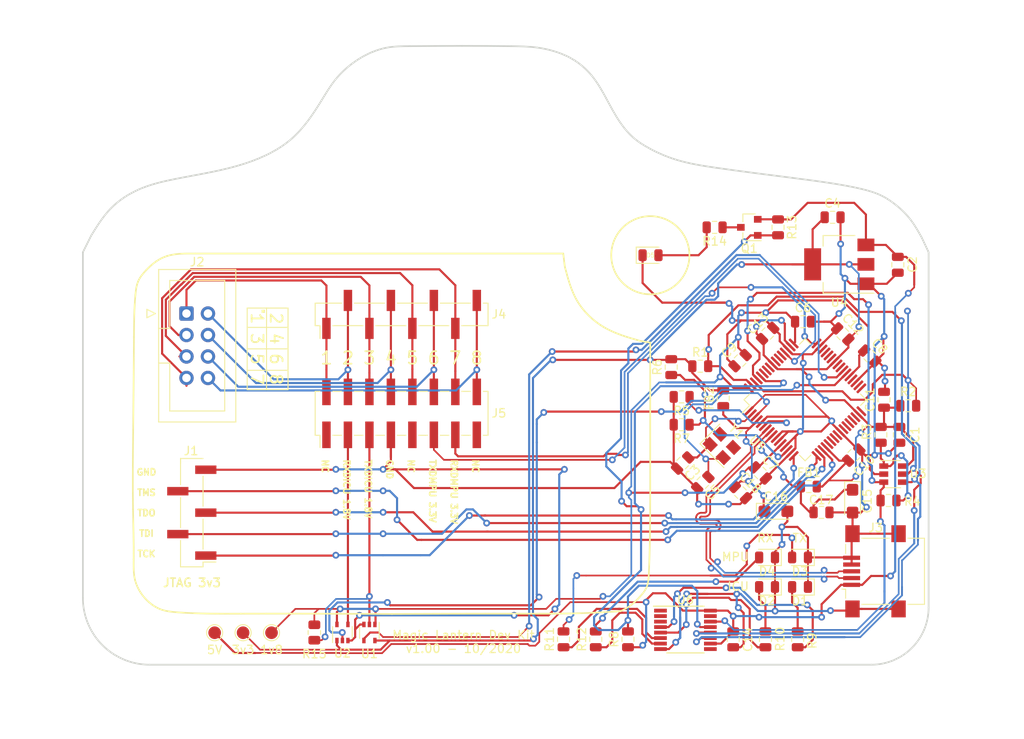
<source format=kicad_pcb>
(kicad_pcb (version 20171130) (host pcbnew 5.1.8)
  (layers (0 F.Cu signal) (31 B.Cu signal) (34 B.Paste user) (35 F.Paste user) (36 B.SilkS user hide) (37 F.SilkS user) (38 B.Mask user) (39 F.Mask user) (44 Edge.Cuts user))
  (net 0 "")
  (net 1 +3V3)
  (net 2 GND)
  (net 3 +5V)
  (net 4 "Net-(C3-Pad1)")
  (net 5 "Net-(C5-Pad1)")
  (net 6 +1V8)
  (net 7 "Net-(D1-Pad2)")
  (net 8 "Net-(D2-Pad2)")
  (net 9 "Net-(D3-Pad2)")
  (net 10 "Net-(D4-Pad2)")
  (net 11 /FTDI/TCK)
  (net 12 /FTDI/TDO)
  (net 13 /FTDI/TDI)
  (net 14 /FTDI/TMS)
  (net 15 /RXDICU_1V8)
  (net 16 /TXDICU_1V8)
  (net 17 "Net-(R3-Pad2)")
  (net 18 "Net-(R5-Pad1)")
  (net 19 "Net-(R6-Pad1)")
  (net 20 "Net-(R9-Pad1)")
  (net 21 "Net-(R10-Pad1)")
  (net 22 "Net-(R11-Pad1)")
  (net 23 "Net-(R12-Pad1)")
  (net 24 /TXDICU)
  (net 25 /RXDICU)
  (net 26 /FTDI/EECLK)
  (net 27 /FTDI/EECS)
  (net 28 /FTDI/EEDATA)
  (net 29 /1)
  (net 30 /RXDMPU)
  (net 31 /TXDMPU)
  (net 32 /7)
  (net 33 /8)
  (net 34 "Net-(C15-Pad1)")
  (net 35 "Net-(C16-Pad1)")
  (net 36 /2)
  (net 37 /3)
  (net 38 /4)
  (net 39 /5)
  (net 40 /6)
  (net 41 /FTDI/USB_D-)
  (net 42 /FTDI/USB_D+)
  (net 43 "Net-(D5-Pad2)")
  (net 44 /FTDI/#PWREN)
  (net 45 "Net-(Q1-Pad3)")
  (module Connector_USB:USB_Mini-B_Lumberg_2486_01_Horizontal (layer F.Cu) (at 181.8 109.6 90)
    (fp_text reference J3 (at 5.15 0.15 180) (layer F.SilkS))
    (fp_text value USB_B_Mini)
    (pad 1 smd rect (at -1.6 -2.7 90) (size 0.5 2) (layers F.Cu F.Paste F.Mask) (net 3 +5V))
    (pad 2 smd rect (at -0.8 -2.7 90) (size 0.5 2) (layers F.Cu F.Paste F.Mask) (net 41 /FTDI/USB_D-))
    (pad 3 smd rect (at 0 -2.7 90) (size 0.5 2) (layers F.Cu F.Paste F.Mask) (net 42 /FTDI/USB_D+))
    (pad 4 smd rect (at 0.8 -2.7 90) (size 0.5 2) (layers F.Cu F.Paste F.Mask) (net 2 GND))
    (pad 5 smd rect (at 1.6 -2.7 90) (size 0.5 2) (layers F.Cu F.Paste F.Mask) (net 2 GND))
    (pad 6 smd rect (at -4.45 -2.6 90) (size 2 1.7) (layers F.Cu F.Paste F.Mask) (net 2 GND))
    (pad 6 smd rect (at -4.45 2.85 90) (size 2 1.7) (layers F.Cu F.Paste F.Mask) (net 2 GND))
    (pad 6 smd rect (at 4.45 -2.6 90) (size 2 1.7) (layers F.Cu F.Paste F.Mask) (net 2 GND))
    (pad 6 smd rect (at 4.45 2.85 90) (size 2 1.7) (layers F.Cu F.Paste F.Mask) (net 2 GND))
    (pad "" np_thru_hole circle (at -2.2 0 90) (size 1 1) (drill 1) (layers *.Cu *.Mask))
    (pad "" np_thru_hole circle (at 2.2 0 90) (size 1 1) (drill 1) (layers *.Cu *.Mask))
  )
  (module ml_dev_board:PinHeader_2x08_P2.54mm_Vertical_Jumper_SMD (layer F.Cu) (at 125.89 90.91 90)
    (fp_text reference J5 (at 0.01 11.51 180) (layer F.SilkS))
    (fp_text value canon_service_jumper_terminal)
    (pad 1 smd rect (at 2.54 -8.89 90) (size 3.15 1) (layers F.Cu F.Paste F.Mask) (net 29 /1))
    (pad 2 smd rect (at 2.54 -6.35 90) (size 3.15 1) (layers F.Cu F.Paste F.Mask) (net 36 /2))
    (pad 3 smd rect (at 2.54 -3.81 90) (size 3.15 1) (layers F.Cu F.Paste F.Mask) (net 37 /3))
    (pad 4 smd rect (at 2.54 -1.27 90) (size 3.15 1) (layers F.Cu F.Paste F.Mask) (net 38 /4))
    (pad 5 smd rect (at 2.54 1.27 90) (size 3.15 1) (layers F.Cu F.Paste F.Mask) (net 39 /5))
    (pad 6 smd rect (at 2.54 3.81 90) (size 3.15 1) (layers F.Cu F.Paste F.Mask) (net 40 /6))
    (pad 7 smd rect (at 2.54 6.35 90) (size 3.15 1) (layers F.Cu F.Paste F.Mask) (net 32 /7))
    (pad 8 smd rect (at 2.54 8.89 90) (size 3.15 1) (layers F.Cu F.Paste F.Mask) (net 33 /8))
    (pad 17 smd rect (at -2.54 6.35 90) (size 3.15 1) (layers F.Cu F.Paste F.Mask) (net 30 /RXDMPU))
    (pad 18 smd rect (at -2.54 8.89 90) (size 3.15 1) (layers F.Cu F.Paste F.Mask))
    (pad 11 smd rect (at -2.54 -8.89 90) (size 3.15 1) (layers F.Cu F.Paste F.Mask))
    (pad 12 smd rect (at -2.54 -6.35 90) (size 3.15 1) (layers F.Cu F.Paste F.Mask) (net 15 /RXDICU_1V8))
    (pad 13 smd rect (at -2.54 -3.81 90) (size 3.15 1) (layers F.Cu F.Paste F.Mask) (net 16 /TXDICU_1V8))
    (pad 14 smd rect (at -2.54 -1.27 90) (size 3.15 1) (layers F.Cu F.Paste F.Mask) (net 2 GND))
    (pad 15 smd rect (at -2.54 1.27 90) (size 3.15 1) (layers F.Cu F.Paste F.Mask))
    (pad 16 smd rect (at -2.54 3.81 90) (size 3.15 1) (layers F.Cu F.Paste F.Mask) (net 31 /TXDMPU))
  )
  (module Connector_PinHeader_2.54mm:PinHeader_1x05_P2.54mm_Vertical_SMD_Pin1Left (layer F.Cu) (at 101.08 102.66 180)
    (fp_text reference J1 (at 0.08 7.31) (layer F.SilkS))
    (fp_text value "JTAG 3v3" (at -0.02 -8.29 180) (layer F.SilkS) (effects (font (thickness 0.1875))))
    (pad 4 smd rect (at 1.655 2.54 180) (size 2.51 1) (layers F.Cu F.Paste F.Mask) (net 14 /FTDI/TMS))
    (pad 2 smd rect (at 1.655 -2.54 180) (size 2.51 1) (layers F.Cu F.Paste F.Mask) (net 13 /FTDI/TDI))
    (pad 5 smd rect (at -1.655 5.08 180) (size 2.51 1) (layers F.Cu F.Paste F.Mask) (net 2 GND))
    (pad 3 smd rect (at -1.655 0 180) (size 2.51 1) (layers F.Cu F.Paste F.Mask) (net 12 /FTDI/TDO))
    (pad 1 smd rect (at -1.655 -5.08 180) (size 2.51 1) (layers F.Cu F.Paste F.Mask) (net 11 /FTDI/TCK))
  )
  (module Package_TO_SOT_SMD:SOT-353_SC-70-5 (layer F.Cu) (at 122.08 116.84 270)
    (fp_text reference U1 (at 2.52 0 180) (layer F.SilkS))
    (fp_text value SN74AUP1T34DCK)
    (pad 1 smd rect (at -0.95 -0.65 270) (size 0.65 0.4) (layers F.Cu F.Paste F.Mask) (net 6 +1V8))
    (pad 3 smd rect (at -0.95 0.65 270) (size 0.65 0.4) (layers F.Cu F.Paste F.Mask) (net 2 GND))
    (pad 2 smd rect (at -0.95 0 270) (size 0.65 0.4) (layers F.Cu F.Paste F.Mask) (net 16 /TXDICU_1V8))
    (pad 4 smd rect (at 0.95 0.65 270) (size 0.65 0.4) (layers F.Cu F.Paste F.Mask) (net 24 /TXDICU))
    (pad 5 smd rect (at 0.95 -0.65 270) (size 0.65 0.4) (layers F.Cu F.Paste F.Mask) (net 1 +3V3))
  )
  (module Package_TO_SOT_SMD:SOT-353_SC-70-5 (layer F.Cu) (at 118.89 116.84 90)
    (fp_text reference U2 (at -2.45 0 180) (layer F.SilkS))
    (fp_text value SN74AUP1T34DCK)
    (pad 5 smd rect (at 0.95 -0.65 90) (size 0.65 0.4) (layers F.Cu F.Paste F.Mask) (net 6 +1V8))
    (pad 4 smd rect (at 0.95 0.65 90) (size 0.65 0.4) (layers F.Cu F.Paste F.Mask) (net 15 /RXDICU_1V8))
    (pad 2 smd rect (at -0.95 0 90) (size 0.65 0.4) (layers F.Cu F.Paste F.Mask) (net 25 /RXDICU))
    (pad 3 smd rect (at -0.95 0.65 90) (size 0.65 0.4) (layers F.Cu F.Paste F.Mask) (net 2 GND))
    (pad 1 smd rect (at -0.95 -0.65 90) (size 0.65 0.4) (layers F.Cu F.Paste F.Mask) (net 1 +3V3))
  )
  (module Package_TO_SOT_SMD:SOT-23-6 (layer F.Cu) (at 184 98.1)
    (fp_text reference U3 (at 2.95 -0.05) (layer F.SilkS))
    (fp_text value 93LCxxBxxOT)
    (pad 1 smd rect (at -1.1 -0.95) (size 1.06 0.65) (layers F.Cu F.Paste F.Mask) (net 17 "Net-(R3-Pad2)"))
    (pad 2 smd rect (at -1.1 0) (size 1.06 0.65) (layers F.Cu F.Paste F.Mask) (net 2 GND))
    (pad 3 smd rect (at -1.1 0.95) (size 1.06 0.65) (layers F.Cu F.Paste F.Mask) (net 28 /FTDI/EEDATA))
    (pad 4 smd rect (at 1.1 0.95) (size 1.06 0.65) (layers F.Cu F.Paste F.Mask) (net 26 /FTDI/EECLK))
    (pad 6 smd rect (at 1.1 -0.95) (size 1.06 0.65) (layers F.Cu F.Paste F.Mask) (net 1 +3V3))
    (pad 5 smd rect (at 1.1 0) (size 1.06 0.65) (layers F.Cu F.Paste F.Mask) (net 27 /FTDI/EECS))
  )
  (module Package_TO_SOT_SMD:SOT-223-3_TabPin2 (layer F.Cu) (at 177.64 73.28 180)
    (fp_text reference U4 (at 0 -4.5) (layer F.SilkS))
    (fp_text value LD1117S33TR_SOT223)
    (pad 2 smd rect (at 3.15 0 180) (size 2 3.8) (layers F.Cu F.Paste F.Mask) (net 1 +3V3))
    (pad 2 smd rect (at -3.15 0 180) (size 2 1.5) (layers F.Cu F.Paste F.Mask) (net 1 +3V3))
    (pad 3 smd rect (at -3.15 2.3 180) (size 2 1.5) (layers F.Cu F.Paste F.Mask) (net 3 +5V))
    (pad 1 smd rect (at -3.15 -2.3 180) (size 2 1.5) (layers F.Cu F.Paste F.Mask) (net 2 GND))
  )
  (module Package_SO:TSSOP-16_4.4x5mm_P0.65mm (layer F.Cu) (at 159.448 116.526)
    (fp_text reference U6 (at 0 -3.55) (layer F.SilkS))
    (fp_text value 74HC595)
    (pad 1 smd rect (at -2.95 -2.275) (size 1.5 0.45) (layers F.Cu F.Paste F.Mask))
    (pad 2 smd rect (at -2.95 -1.625) (size 1.5 0.45) (layers F.Cu F.Paste F.Mask))
    (pad 3 smd rect (at -2.95 -0.975) (size 1.5 0.45) (layers F.Cu F.Paste F.Mask))
    (pad 4 smd rect (at -2.95 -0.325) (size 1.5 0.45) (layers F.Cu F.Paste F.Mask) (net 20 "Net-(R9-Pad1)"))
    (pad 5 smd rect (at -2.95 0.325) (size 1.5 0.45) (layers F.Cu F.Paste F.Mask) (net 21 "Net-(R10-Pad1)"))
    (pad 6 smd rect (at -2.95 0.975) (size 1.5 0.45) (layers F.Cu F.Paste F.Mask) (net 22 "Net-(R11-Pad1)"))
    (pad 7 smd rect (at -2.95 1.625) (size 1.5 0.45) (layers F.Cu F.Paste F.Mask) (net 23 "Net-(R12-Pad1)"))
    (pad 8 smd rect (at -2.95 2.275) (size 1.5 0.45) (layers F.Cu F.Paste F.Mask) (net 2 GND))
    (pad 9 smd rect (at 2.95 2.275) (size 1.5 0.45) (layers F.Cu F.Paste F.Mask))
    (pad 10 smd rect (at 2.95 1.625) (size 1.5 0.45) (layers F.Cu F.Paste F.Mask) (net 3 +5V))
    (pad 11 smd rect (at 2.95 0.975) (size 1.5 0.45) (layers F.Cu F.Paste F.Mask) (net 26 /FTDI/EECLK))
    (pad 12 smd rect (at 2.95 0.325) (size 1.5 0.45) (layers F.Cu F.Paste F.Mask) (net 27 /FTDI/EECS))
    (pad 13 smd rect (at 2.95 -0.325) (size 1.5 0.45) (layers F.Cu F.Paste F.Mask) (net 44 /FTDI/#PWREN))
    (pad 14 smd rect (at 2.95 -0.975) (size 1.5 0.45) (layers F.Cu F.Paste F.Mask) (net 28 /FTDI/EEDATA))
    (pad 15 smd rect (at 2.95 -1.625) (size 1.5 0.45) (layers F.Cu F.Paste F.Mask))
    (pad 16 smd rect (at 2.95 -2.275) (size 1.5 0.45) (layers F.Cu F.Paste F.Mask) (net 3 +5V))
  )
  (module Connector_PinHeader_2.54mm:PinHeader_1x08_P2.54mm_Vertical_SMD_Pin1Left (layer F.Cu) (at 125.89 79.2 90)
    (fp_text reference J4 (at 0.01 11.51 180) (layer F.SilkS))
    (fp_text value "Probe Connector")
    (pad 1 smd rect (at -1.655 -8.89 90) (size 2.51 1) (layers F.Cu F.Paste F.Mask) (net 29 /1))
    (pad 3 smd rect (at -1.655 -3.81 90) (size 2.51 1) (layers F.Cu F.Paste F.Mask) (net 37 /3))
    (pad 5 smd rect (at -1.655 1.27 90) (size 2.51 1) (layers F.Cu F.Paste F.Mask) (net 39 /5))
    (pad 7 smd rect (at -1.655 6.35 90) (size 2.51 1) (layers F.Cu F.Paste F.Mask) (net 32 /7))
    (pad 2 smd rect (at 1.655 -6.35 90) (size 2.51 1) (layers F.Cu F.Paste F.Mask) (net 36 /2))
    (pad 4 smd rect (at 1.655 -1.27 90) (size 2.51 1) (layers F.Cu F.Paste F.Mask) (net 38 /4))
    (pad 6 smd rect (at 1.655 3.81 90) (size 2.51 1) (layers F.Cu F.Paste F.Mask) (net 40 /6))
    (pad 8 smd rect (at 1.655 8.89 90) (size 2.51 1) (layers F.Cu F.Paste F.Mask) (net 33 /8))
  )
  (module Capacitor_SMD:C_0805_2012Metric (layer F.Cu) (at 184.75 93.45 270)
    (fp_text reference C1 (at 0 -1.85 90) (layer F.SilkS))
    (fp_text value 100nF)
    (pad 2 smd roundrect (at 0.9375 0 270) (size 0.975 1.4) (layers F.Cu F.Paste F.Mask) (net 2 GND))
    (pad 1 smd roundrect (at -0.9375 0 270) (size 0.975 1.4) (layers F.Cu F.Paste F.Mask) (net 1 +3V3))
  )
  (module Capacitor_SMD:C_0805_2012Metric (layer F.Cu) (at 184.56 73.33 270)
    (fp_text reference C2 (at -0.03 -1.74 90) (layer F.SilkS))
    (fp_text value 100nF)
    (pad 2 smd roundrect (at 0.9375 0 270) (size 0.975 1.4) (layers F.Cu F.Paste F.Mask) (net 2 GND))
    (pad 1 smd roundrect (at -0.9375 0 270) (size 0.975 1.4) (layers F.Cu F.Paste F.Mask) (net 3 +5V))
  )
  (module Capacitor_SMD:C_0805_2012Metric (layer F.Cu) (at 159.12 96.79 225)
    (fp_text reference C3 (at 0 -1.65 45) (layer F.SilkS))
    (fp_text value 30pF)
    (pad 1 smd roundrect (at -0.9375 0 225) (size 0.975 1.4) (layers F.Cu F.Paste F.Mask) (net 4 "Net-(C3-Pad1)"))
    (pad 2 smd roundrect (at 0.9375 0 225) (size 0.975 1.4) (layers F.Cu F.Paste F.Mask) (net 2 GND))
  )
  (module Capacitor_SMD:C_0805_2012Metric (layer F.Cu) (at 176.85 67.71)
    (fp_text reference C4 (at 0 -1.65) (layer F.SilkS))
    (fp_text value 100nF)
    (pad 2 smd roundrect (at 0.9375 0) (size 0.975 1.4) (layers F.Cu F.Paste F.Mask) (net 2 GND))
    (pad 1 smd roundrect (at -0.9375 0) (size 0.975 1.4) (layers F.Cu F.Paste F.Mask) (net 1 +3V3))
  )
  (module Capacitor_SMD:C_0805_2012Metric (layer F.Cu) (at 161.5 99.1 225)
    (fp_text reference C5 (at 0 -1.65 45) (layer F.SilkS))
    (fp_text value 30pF)
    (pad 2 smd roundrect (at 0.9375 0 225) (size 0.975 1.4) (layers F.Cu F.Paste F.Mask) (net 2 GND))
    (pad 1 smd roundrect (at -0.9375 0 225) (size 0.975 1.4) (layers F.Cu F.Paste F.Mask) (net 5 "Net-(C5-Pad1)"))
  )
  (module Capacitor_SMD:C_0805_2012Metric (layer F.Cu) (at 173.35 80.06)
    (fp_text reference C6 (at 0 -1.65) (layer F.SilkS))
    (fp_text value 100nF)
    (pad 1 smd roundrect (at -0.9375 0) (size 0.975 1.4) (layers F.Cu F.Paste F.Mask) (net 6 +1V8))
    (pad 2 smd roundrect (at 0.9375 0) (size 0.975 1.4) (layers F.Cu F.Paste F.Mask) (net 2 GND))
  )
  (module Capacitor_SMD:C_0805_2012Metric (layer F.Cu) (at 168.3 97.96 315)
    (fp_text reference C7 (at 0 -1.65 135) (layer F.SilkS))
    (fp_text value 100nF)
    (pad 2 smd roundrect (at 0.9375 0 315) (size 0.975 1.4) (layers F.Cu F.Paste F.Mask) (net 2 GND))
    (pad 1 smd roundrect (at -0.9375 0 315) (size 0.975 1.4) (layers F.Cu F.Paste F.Mask) (net 6 +1V8))
  )
  (module Capacitor_SMD:C_0805_2012Metric (layer F.Cu) (at 181.24 84.14 315)
    (fp_text reference C8 (at 0 -1.65 135) (layer F.SilkS))
    (fp_text value 100nF)
    (pad 1 smd roundrect (at -0.9375 0 315) (size 0.975 1.4) (layers F.Cu F.Paste F.Mask) (net 6 +1V8))
    (pad 2 smd roundrect (at 0.9375 0 315) (size 0.975 1.4) (layers F.Cu F.Paste F.Mask) (net 2 GND))
  )
  (module Capacitor_SMD:C_0805_2012Metric (layer F.Cu) (at 165.91 84.67 225)
    (fp_text reference C9 (at 0.028284 1.753625 45) (layer F.SilkS))
    (fp_text value 100nF)
    (pad 1 smd roundrect (at -0.9375 0 225) (size 0.975 1.4) (layers F.Cu F.Paste F.Mask) (net 6 +1V8))
    (pad 2 smd roundrect (at 0.9375 0 225) (size 0.975 1.4) (layers F.Cu F.Paste F.Mask) (net 2 GND))
  )
  (module Capacitor_SMD:C_0805_2012Metric (layer F.Cu) (at 179.35 95.85 45)
    (fp_text reference C10 (at 0 1.767767 45) (layer F.SilkS))
    (fp_text value 100nF)
    (pad 1 smd roundrect (at -0.9375 0 45) (size 0.975 1.4) (layers F.Cu F.Paste F.Mask) (net 1 +3V3))
    (pad 2 smd roundrect (at 0.9375 0 45) (size 0.975 1.4) (layers F.Cu F.Paste F.Mask) (net 2 GND))
  )
  (module Capacitor_SMD:C_0805_2012Metric (layer F.Cu) (at 182.93 89.3 90)
    (fp_text reference C11 (at 0 -1.65 90) (layer F.SilkS))
    (fp_text value 100nF)
    (pad 1 smd roundrect (at -0.9375 0 90) (size 0.975 1.4) (layers F.Cu F.Paste F.Mask) (net 1 +3V3))
    (pad 2 smd roundrect (at 0.9375 0 90) (size 0.975 1.4) (layers F.Cu F.Paste F.Mask) (net 2 GND))
  )
  (module Capacitor_SMD:C_0805_2012Metric (layer F.Cu) (at 178.05 81.52 135)
    (fp_text reference C12 (at -0.021213 1.675843 135) (layer F.SilkS))
    (fp_text value 100nF)
    (pad 1 smd roundrect (at -0.9375 0 135) (size 0.975 1.4) (layers F.Cu F.Paste F.Mask) (net 1 +3V3))
    (pad 2 smd roundrect (at 0.9375 0 135) (size 0.975 1.4) (layers F.Cu F.Paste F.Mask) (net 2 GND))
  )
  (module Capacitor_SMD:C_0805_2012Metric (layer F.Cu) (at 169.17 81.46 45)
    (fp_text reference C13 (at 0 -1.65 45) (layer F.SilkS))
    (fp_text value 100nF)
    (pad 2 smd roundrect (at 0.9375 0 45) (size 0.975 1.4) (layers F.Cu F.Paste F.Mask) (net 2 GND))
    (pad 1 smd roundrect (at -0.9375 0 45) (size 0.975 1.4) (layers F.Cu F.Paste F.Mask) (net 1 +3V3))
  )
  (module Capacitor_SMD:C_0805_2012Metric (layer F.Cu) (at 165.1 117.646 270)
    (fp_text reference C14 (at 0.04 -1.73 90) (layer F.SilkS))
    (fp_text value 100nF)
    (pad 2 smd roundrect (at 0.9375 0 270) (size 0.975 1.4) (layers F.Cu F.Paste F.Mask) (net 2 GND))
    (pad 1 smd roundrect (at -0.9375 0 270) (size 0.975 1.4) (layers F.Cu F.Paste F.Mask) (net 3 +5V))
  )
  (module LED_SMD:LED_0805_2012Metric (layer F.Cu) (at 173 111.454 180)
    (fp_text reference D1 (at 0 -1.65) (layer F.SilkS))
    (fp_text value "Led Red")
    (pad 2 smd roundrect (at 0.9375 0 180) (size 0.975 1.4) (layers F.Cu F.Paste F.Mask) (net 7 "Net-(D1-Pad2)"))
    (pad 1 smd roundrect (at -0.9375 0 180) (size 0.975 1.4) (layers F.Cu F.Paste F.Mask) (net 2 GND))
  )
  (module LED_SMD:LED_0805_2012Metric (layer F.Cu) (at 169.1 111.454 180)
    (fp_text reference D2 (at 0 -1.65) (layer F.SilkS))
    (fp_text value "Led Green")
    (pad 1 smd roundrect (at -0.9375 0 180) (size 0.975 1.4) (layers F.Cu F.Paste F.Mask) (net 2 GND))
    (pad 2 smd roundrect (at 0.9375 0 180) (size 0.975 1.4) (layers F.Cu F.Paste F.Mask) (net 8 "Net-(D2-Pad2)"))
  )
  (module LED_SMD:LED_0805_2012Metric (layer F.Cu) (at 173 107.958501 180)
    (fp_text reference D3 (at 0 -1.65) (layer F.SilkS))
    (fp_text value "Led Red")
    (pad 1 smd roundrect (at -0.9375 0 180) (size 0.975 1.4) (layers F.Cu F.Paste F.Mask) (net 2 GND))
    (pad 2 smd roundrect (at 0.9375 0 180) (size 0.975 1.4) (layers F.Cu F.Paste F.Mask) (net 9 "Net-(D3-Pad2)"))
  )
  (module LED_SMD:LED_0805_2012Metric (layer F.Cu) (at 169.1 107.958501 180)
    (fp_text reference D4 (at 0 -1.65) (layer F.SilkS))
    (fp_text value "Led Green")
    (pad 2 smd roundrect (at 0.9375 0 180) (size 0.975 1.4) (layers F.Cu F.Paste F.Mask) (net 10 "Net-(D4-Pad2)"))
    (pad 1 smd roundrect (at -0.9375 0 180) (size 0.975 1.4) (layers F.Cu F.Paste F.Mask) (net 2 GND))
  )
  (module Resistor_SMD:R_0805_2012Metric (layer F.Cu) (at 161.2 85.33)
    (fp_text reference R1 (at 0 -1.65) (layer F.SilkS))
    (fp_text value 10K)
    (pad 2 smd roundrect (at 0.9375 0) (size 0.975 1.4) (layers F.Cu F.Paste F.Mask) (net 27 /FTDI/EECS))
    (pad 1 smd roundrect (at -0.9375 0) (size 0.975 1.4) (layers F.Cu F.Paste F.Mask) (net 1 +3V3))
  )
  (module Resistor_SMD:R_0805_2012Metric (layer F.Cu) (at 185.79 90.01)
    (fp_text reference R2 (at 0 -1.65) (layer F.SilkS))
    (fp_text value 10K)
    (pad 1 smd roundrect (at -0.9375 0) (size 0.975 1.4) (layers F.Cu F.Paste F.Mask) (net 1 +3V3))
    (pad 2 smd roundrect (at 0.9375 0) (size 0.975 1.4) (layers F.Cu F.Paste F.Mask) (net 26 /FTDI/EECLK))
  )
  (module Resistor_SMD:R_0805_2012Metric (layer F.Cu) (at 182.55 93.45 270)
    (fp_text reference R3 (at -0.35 1.65 90) (layer F.SilkS))
    (fp_text value 10K)
    (pad 2 smd roundrect (at 0.9375 0 270) (size 0.975 1.4) (layers F.Cu F.Paste F.Mask) (net 17 "Net-(R3-Pad2)"))
    (pad 1 smd roundrect (at -0.9375 0 270) (size 0.975 1.4) (layers F.Cu F.Paste F.Mask) (net 1 +3V3))
  )
  (module Resistor_SMD:R_0805_2012Metric (layer F.Cu) (at 183.46 101.22)
    (fp_text reference R4 (at 2.82 0.1) (layer F.SilkS))
    (fp_text value 22K)
    (pad 1 smd roundrect (at -0.9375 0) (size 0.975 1.4) (layers F.Cu F.Paste F.Mask) (net 28 /FTDI/EEDATA))
    (pad 2 smd roundrect (at 0.9375 0) (size 0.975 1.4) (layers F.Cu F.Paste F.Mask) (net 17 "Net-(R3-Pad2)"))
  )
  (module Resistor_SMD:R_0805_2012Metric (layer F.Cu) (at 159 88.96 180)
    (fp_text reference R5 (at 0 -1.65) (layer F.SilkS))
    (fp_text value 12K)
    (pad 2 smd roundrect (at 0.9375 0 180) (size 0.975 1.4) (layers F.Cu F.Paste F.Mask) (net 2 GND))
    (pad 1 smd roundrect (at -0.9375 0 180) (size 0.975 1.4) (layers F.Cu F.Paste F.Mask) (net 18 "Net-(R5-Pad1)"))
  )
  (module Resistor_SMD:R_0805_2012Metric (layer F.Cu) (at 157.77 85.44 90)
    (fp_text reference R6 (at 0 -1.65 90) (layer F.SilkS))
    (fp_text value 1K)
    (pad 1 smd roundrect (at -0.9375 0 90) (size 0.975 1.4) (layers F.Cu F.Paste F.Mask) (net 19 "Net-(R6-Pad1)"))
    (pad 2 smd roundrect (at 0.9375 0 90) (size 0.975 1.4) (layers F.Cu F.Paste F.Mask) (net 1 +3V3))
  )
  (module Resistor_SMD:R_0805_2012Metric (layer F.Cu) (at 159 92.25 180)
    (fp_text reference R7 (at 0 -1.65) (layer F.SilkS))
    (fp_text value 100K)
    (pad 2 smd roundrect (at 0.9375 0 180) (size 0.975 1.4) (layers F.Cu F.Paste F.Mask) (net 2 GND))
    (pad 1 smd roundrect (at -0.9375 0 180) (size 0.975 1.4) (layers F.Cu F.Paste F.Mask) (net 19 "Net-(R6-Pad1)"))
  )
  (module Resistor_SMD:R_0805_2012Metric (layer F.Cu) (at 152.654 117.646 90)
    (fp_text reference R8 (at 0 -1.65 90) (layer F.SilkS))
    (fp_text value 10K)
    (pad 1 smd roundrect (at -0.9375 0 90) (size 0.975 1.4) (layers F.Cu F.Paste F.Mask) (net 3 +5V))
    (pad 2 smd roundrect (at 0.9375 0 90) (size 0.975 1.4) (layers F.Cu F.Paste F.Mask) (net 44 /FTDI/#PWREN))
  )
  (module Resistor_SMD:R_0805_2012Metric (layer F.Cu) (at 172.72 117.646 90)
    (fp_text reference R9 (at -0.17 1.71 90) (layer F.SilkS))
    (fp_text value 330R)
    (pad 2 smd roundrect (at 0.9375 0 90) (size 0.975 1.4) (layers F.Cu F.Paste F.Mask) (net 7 "Net-(D1-Pad2)"))
    (pad 1 smd roundrect (at -0.9375 0 90) (size 0.975 1.4) (layers F.Cu F.Paste F.Mask) (net 20 "Net-(R9-Pad1)"))
  )
  (module Resistor_SMD:R_0805_2012Metric (layer F.Cu) (at 168.91 117.646 90)
    (fp_text reference R10 (at 0.03 1.73 90) (layer F.SilkS))
    (fp_text value 330R)
    (pad 1 smd roundrect (at -0.9375 0 90) (size 0.975 1.4) (layers F.Cu F.Paste F.Mask) (net 21 "Net-(R10-Pad1)"))
    (pad 2 smd roundrect (at 0.9375 0 90) (size 0.975 1.4) (layers F.Cu F.Paste F.Mask) (net 8 "Net-(D2-Pad2)"))
  )
  (module Resistor_SMD:R_0805_2012Metric (layer F.Cu) (at 145.034 117.646 90)
    (fp_text reference R11 (at 0 -1.65 90) (layer F.SilkS))
    (fp_text value 330R)
    (pad 2 smd roundrect (at 0.9375 0 90) (size 0.975 1.4) (layers F.Cu F.Paste F.Mask) (net 9 "Net-(D3-Pad2)"))
    (pad 1 smd roundrect (at -0.9375 0 90) (size 0.975 1.4) (layers F.Cu F.Paste F.Mask) (net 22 "Net-(R11-Pad1)"))
  )
  (module Resistor_SMD:R_0805_2012Metric (layer F.Cu) (at 148.844 117.646 90)
    (fp_text reference R12 (at 0 -1.65 90) (layer F.SilkS))
    (fp_text value 330R)
    (pad 1 smd roundrect (at -0.9375 0 90) (size 0.975 1.4) (layers F.Cu F.Paste F.Mask) (net 23 "Net-(R12-Pad1)"))
    (pad 2 smd roundrect (at 0.9375 0 90) (size 0.975 1.4) (layers F.Cu F.Paste F.Mask) (net 10 "Net-(D4-Pad2)"))
  )
  (module Crystal:Crystal_SMD_TXC_7M-4Pin_3.2x2.5mm (layer F.Cu) (at 163.75 94.76 315)
    (fp_text reference Y1 (at 0 -2.45 135) (layer F.SilkS))
    (fp_text value 12MHz)
    (pad 1 smd rect (at -1.1 0.85 315) (size 1.4 1.2) (layers F.Cu F.Paste F.Mask) (net 4 "Net-(C3-Pad1)"))
    (pad 2 smd rect (at 1.1 0.85 315) (size 1.4 1.2) (layers F.Cu F.Paste F.Mask) (net 5 "Net-(C5-Pad1)"))
    (pad 3 smd rect (at 1.1 -0.85 315) (size 1.4 1.2) (layers F.Cu F.Paste F.Mask))
    (pad 4 smd rect (at -1.1 -0.85 315) (size 1.4 1.2) (layers F.Cu F.Paste F.Mask))
  )
  (module Capacitor_SMD:C_0805_2012Metric (layer F.Cu) (at 175.54 102.63)
    (fp_text reference C17 (at -0.04 -1.48) (layer F.SilkS))
    (fp_text value 100nF)
    (pad 2 smd roundrect (at 0.9375 0) (size 0.975 1.4) (layers F.Cu F.Paste F.Mask) (net 2 GND))
    (pad 1 smd roundrect (at -0.9375 0) (size 0.975 1.4) (layers F.Cu F.Paste F.Mask) (net 34 "Net-(C15-Pad1)"))
  )
  (module Capacitor_SMD:C_0805_2012Metric (layer F.Cu) (at 165.95 100.29 315)
    (fp_text reference C18 (at 0 -1.65 135) (layer F.SilkS))
    (fp_text value 100nF)
    (pad 1 smd roundrect (at -0.9375 0 315) (size 0.975 1.4) (layers F.Cu F.Paste F.Mask) (net 35 "Net-(C16-Pad1)"))
    (pad 2 smd roundrect (at 0.9375 0 315) (size 0.975 1.4) (layers F.Cu F.Paste F.Mask) (net 2 GND))
  )
  (module Inductor_SMD:L_0805_2012Metric (layer F.Cu) (at 174.04 99.57)
    (fp_text reference FB1 (at 0 -1.65) (layer F.SilkS))
    (fp_text value 220R@100MHz)
    (pad 2 smd roundrect (at 0.9375 0) (size 0.975 1.4) (layers F.Cu F.Paste F.Mask) (net 1 +3V3))
    (pad 1 smd roundrect (at -0.9375 0) (size 0.975 1.4) (layers F.Cu F.Paste F.Mask) (net 34 "Net-(C15-Pad1)"))
  )
  (module Inductor_SMD:L_0805_2012Metric (layer F.Cu) (at 163.92 89.12 90)
    (fp_text reference FB2 (at 0 -1.65 90) (layer F.SilkS))
    (fp_text value 220R@100MHz)
    (pad 1 smd roundrect (at -0.9375 0 90) (size 0.975 1.4) (layers F.Cu F.Paste F.Mask) (net 35 "Net-(C16-Pad1)"))
    (pad 2 smd roundrect (at 0.9375 0 90) (size 0.975 1.4) (layers F.Cu F.Paste F.Mask) (net 1 +3V3))
  )
  (module ml_dev_board:LQFP-64-1EP_10x10mm_P0.5mm_EP6.5x6.5mm_no_central_solder_pad (layer F.Cu) (at 173.6 89.3 45)
    (fp_text reference U5 (at -7.636753 -0.353553 135) (layer F.SilkS))
    (fp_text value FT4232H)
    (pad 1 smd roundrect (at -5.6625 -3.75 45) (size 1.475 0.3) (layers F.Cu F.Paste F.Mask) (net 2 GND))
    (pad 2 smd roundrect (at -5.6625 -3.25 45) (size 1.475 0.3) (layers F.Cu F.Paste F.Mask) (net 4 "Net-(C3-Pad1)"))
    (pad 3 smd roundrect (at -5.6625 -2.75 45) (size 1.475 0.3) (layers F.Cu F.Paste F.Mask) (net 5 "Net-(C5-Pad1)"))
    (pad 4 smd roundrect (at -5.6625 -2.25 45) (size 1.475 0.3) (layers F.Cu F.Paste F.Mask) (net 35 "Net-(C16-Pad1)"))
    (pad 5 smd roundrect (at -5.6625 -1.75 45) (size 1.475 0.3) (layers F.Cu F.Paste F.Mask) (net 2 GND))
    (pad 6 smd roundrect (at -5.6625 -1.25 45) (size 1.475 0.3) (layers F.Cu F.Paste F.Mask) (net 18 "Net-(R5-Pad1)"))
    (pad 7 smd roundrect (at -5.6625 -0.75 45) (size 1.475 0.3) (layers F.Cu F.Paste F.Mask) (net 41 /FTDI/USB_D-))
    (pad 8 smd roundrect (at -5.6625 -0.25 45) (size 1.475 0.3) (layers F.Cu F.Paste F.Mask) (net 42 /FTDI/USB_D+))
    (pad 9 smd roundrect (at -5.6625 0.25 45) (size 1.475 0.3) (layers F.Cu F.Paste F.Mask) (net 34 "Net-(C15-Pad1)"))
    (pad 10 smd roundrect (at -5.6625 0.75 45) (size 1.475 0.3) (layers F.Cu F.Paste F.Mask) (net 2 GND))
    (pad 11 smd roundrect (at -5.6625 1.25 45) (size 1.475 0.3) (layers F.Cu F.Paste F.Mask) (net 2 GND))
    (pad 12 smd roundrect (at -5.6625 1.75 45) (size 1.475 0.3) (layers F.Cu F.Paste F.Mask) (net 6 +1V8))
    (pad 13 smd roundrect (at -5.6625 2.25 45) (size 1.475 0.3) (layers F.Cu F.Paste F.Mask) (net 2 GND))
    (pad 14 smd roundrect (at -5.6625 2.75 45) (size 1.475 0.3) (layers F.Cu F.Paste F.Mask) (net 19 "Net-(R6-Pad1)"))
    (pad 15 smd roundrect (at -5.6625 3.25 45) (size 1.475 0.3) (layers F.Cu F.Paste F.Mask) (net 2 GND))
    (pad 16 smd roundrect (at -5.6625 3.75 45) (size 1.475 0.3) (layers F.Cu F.Paste F.Mask) (net 11 /FTDI/TCK))
    (pad 17 smd roundrect (at -3.75 5.6625 45) (size 0.3 1.475) (layers F.Cu F.Paste F.Mask) (net 13 /FTDI/TDI))
    (pad 18 smd roundrect (at -3.25 5.6625 45) (size 0.3 1.475) (layers F.Cu F.Paste F.Mask) (net 12 /FTDI/TDO))
    (pad 19 smd roundrect (at -2.75 5.6625 45) (size 0.3 1.475) (layers F.Cu F.Paste F.Mask) (net 14 /FTDI/TMS))
    (pad 20 smd roundrect (at -2.25 5.6625 45) (size 0.3 1.475) (layers F.Cu F.Paste F.Mask) (net 1 +3V3))
    (pad 21 smd roundrect (at -1.75 5.6625 45) (size 0.3 1.475) (layers F.Cu F.Paste F.Mask))
    (pad 22 smd roundrect (at -1.25 5.6625 45) (size 0.3 1.475) (layers F.Cu F.Paste F.Mask))
    (pad 23 smd roundrect (at -0.75 5.6625 45) (size 0.3 1.475) (layers F.Cu F.Paste F.Mask))
    (pad 24 smd roundrect (at -0.25 5.6625 45) (size 0.3 1.475) (layers F.Cu F.Paste F.Mask))
    (pad 25 smd roundrect (at 0.25 5.6625 45) (size 0.3 1.475) (layers F.Cu F.Paste F.Mask) (net 2 GND))
    (pad 26 smd roundrect (at 0.75 5.6625 45) (size 0.3 1.475) (layers F.Cu F.Paste F.Mask))
    (pad 27 smd roundrect (at 1.25 5.6625 45) (size 0.3 1.475) (layers F.Cu F.Paste F.Mask))
    (pad 28 smd roundrect (at 1.75 5.6625 45) (size 0.3 1.475) (layers F.Cu F.Paste F.Mask))
    (pad 29 smd roundrect (at 2.25 5.6625 45) (size 0.3 1.475) (layers F.Cu F.Paste F.Mask))
    (pad 30 smd roundrect (at 2.75 5.6625 45) (size 0.3 1.475) (layers F.Cu F.Paste F.Mask))
    (pad 31 smd roundrect (at 3.25 5.6625 45) (size 0.3 1.475) (layers F.Cu F.Paste F.Mask) (net 1 +3V3))
    (pad 32 smd roundrect (at 3.75 5.6625 45) (size 0.3 1.475) (layers F.Cu F.Paste F.Mask))
    (pad 33 smd roundrect (at 5.6625 3.75 45) (size 1.475 0.3) (layers F.Cu F.Paste F.Mask))
    (pad 34 smd roundrect (at 5.6625 3.25 45) (size 1.475 0.3) (layers F.Cu F.Paste F.Mask))
    (pad 35 smd roundrect (at 5.6625 2.75 45) (size 1.475 0.3) (layers F.Cu F.Paste F.Mask) (net 2 GND))
    (pad 36 smd roundrect (at 5.6625 2.25 45) (size 1.475 0.3) (layers F.Cu F.Paste F.Mask))
    (pad 37 smd roundrect (at 5.6625 1.75 45) (size 1.475 0.3) (layers F.Cu F.Paste F.Mask) (net 6 +1V8))
    (pad 38 smd roundrect (at 5.6625 1.25 45) (size 1.475 0.3) (layers F.Cu F.Paste F.Mask) (net 25 /RXDICU))
    (pad 39 smd roundrect (at 5.6625 0.75 45) (size 1.475 0.3) (layers F.Cu F.Paste F.Mask) (net 24 /TXDICU))
    (pad 40 smd roundrect (at 5.6625 0.25 45) (size 1.475 0.3) (layers F.Cu F.Paste F.Mask))
    (pad 41 smd roundrect (at 5.6625 -0.25 45) (size 1.475 0.3) (layers F.Cu F.Paste F.Mask))
    (pad 42 smd roundrect (at 5.6625 -0.75 45) (size 1.475 0.3) (layers F.Cu F.Paste F.Mask) (net 1 +3V3))
    (pad 43 smd roundrect (at 5.6625 -1.25 45) (size 1.475 0.3) (layers F.Cu F.Paste F.Mask))
    (pad 44 smd roundrect (at 5.6625 -1.75 45) (size 1.475 0.3) (layers F.Cu F.Paste F.Mask))
    (pad 45 smd roundrect (at 5.6625 -2.25 45) (size 1.475 0.3) (layers F.Cu F.Paste F.Mask))
    (pad 46 smd roundrect (at 5.6625 -2.75 45) (size 1.475 0.3) (layers F.Cu F.Paste F.Mask))
    (pad 47 smd roundrect (at 5.6625 -3.25 45) (size 1.475 0.3) (layers F.Cu F.Paste F.Mask) (net 2 GND))
    (pad 48 smd roundrect (at 5.6625 -3.75 45) (size 1.475 0.3) (layers F.Cu F.Paste F.Mask) (net 30 /RXDMPU))
    (pad 49 smd roundrect (at 3.75 -5.6625 45) (size 0.3 1.475) (layers F.Cu F.Paste F.Mask) (net 6 +1V8))
    (pad 50 smd roundrect (at 3.25 -5.6625 45) (size 0.3 1.475) (layers F.Cu F.Paste F.Mask) (net 1 +3V3))
    (pad 51 smd roundrect (at 2.75 -5.6625 45) (size 0.3 1.475) (layers F.Cu F.Paste F.Mask) (net 2 GND))
    (pad 52 smd roundrect (at 2.25 -5.6625 45) (size 0.3 1.475) (layers F.Cu F.Paste F.Mask) (net 31 /TXDMPU))
    (pad 53 smd roundrect (at 1.75 -5.6625 45) (size 0.3 1.475) (layers F.Cu F.Paste F.Mask))
    (pad 54 smd roundrect (at 1.25 -5.6625 45) (size 0.3 1.475) (layers F.Cu F.Paste F.Mask))
    (pad 55 smd roundrect (at 0.75 -5.6625 45) (size 0.3 1.475) (layers F.Cu F.Paste F.Mask))
    (pad 56 smd roundrect (at 0.25 -5.6625 45) (size 0.3 1.475) (layers F.Cu F.Paste F.Mask) (net 1 +3V3))
    (pad 57 smd roundrect (at -0.25 -5.6625 45) (size 0.3 1.475) (layers F.Cu F.Paste F.Mask))
    (pad 58 smd roundrect (at -0.75 -5.6625 45) (size 0.3 1.475) (layers F.Cu F.Paste F.Mask))
    (pad 59 smd roundrect (at -1.25 -5.6625 45) (size 0.3 1.475) (layers F.Cu F.Paste F.Mask))
    (pad 60 smd roundrect (at -1.75 -5.6625 45) (size 0.3 1.475) (layers F.Cu F.Paste F.Mask) (net 44 /FTDI/#PWREN))
    (pad 61 smd roundrect (at -2.25 -5.6625 45) (size 0.3 1.475) (layers F.Cu F.Paste F.Mask) (net 28 /FTDI/EEDATA))
    (pad 62 smd roundrect (at -2.75 -5.6625 45) (size 0.3 1.475) (layers F.Cu F.Paste F.Mask) (net 26 /FTDI/EECLK))
    (pad 63 smd roundrect (at -3.25 -5.6625 45) (size 0.3 1.475) (layers F.Cu F.Paste F.Mask) (net 27 /FTDI/EECS))
    (pad 64 smd roundrect (at -3.75 -5.6625 45) (size 0.3 1.475) (layers F.Cu F.Paste F.Mask) (net 6 +1V8))
  )
  (module LED_SMD:LED_0805_2012Metric (layer F.Cu) (at 155.32 72.2)
    (fp_text reference D5 hide)
    (fp_text value "Led Red")
    (fp_text user %R (at 0 0) (layer F.SilkS) (effects (font (size 0.5 0.5) (thickness 0.08))))
    (pad 1 smd roundrect (at -0.9375 0) (size 0.975 1.4) (layers F.Cu F.Paste F.Mask) (net 2 GND))
    (pad 2 smd roundrect (at 0.9375 0) (size 0.975 1.4) (layers F.Cu F.Paste F.Mask) (net 43 "Net-(D5-Pad2)"))
  )
  (module Package_TO_SOT_SMD:SOT-23 (layer F.Cu) (at 167 68.9 180)
    (fp_text reference Q1 (at 0 -2.5) (layer F.SilkS))
    (fp_text value IRLML5203)
    (pad 1 smd rect (at -1 -0.95 180) (size 0.9 0.8) (layers F.Cu F.Paste F.Mask) (net 44 /FTDI/#PWREN))
    (pad 2 smd rect (at -1 0.95 180) (size 0.9 0.8) (layers F.Cu F.Paste F.Mask) (net 3 +5V))
    (pad 3 smd rect (at 1 0 180) (size 0.9 0.8) (layers F.Cu F.Paste F.Mask) (net 45 "Net-(Q1-Pad3)"))
  )
  (module Resistor_SMD:R_0805_2012Metric (layer F.Cu) (at 170.4 68.9 270)
    (fp_text reference R13 (at 0 -1.65 90) (layer F.SilkS))
    (fp_text value 1K)
    (pad 1 smd roundrect (at -0.9375 0 270) (size 0.975 1.4) (layers F.Cu F.Paste F.Mask) (net 3 +5V))
    (pad 2 smd roundrect (at 0.9375 0 270) (size 0.975 1.4) (layers F.Cu F.Paste F.Mask) (net 44 /FTDI/#PWREN))
  )
  (module TestPoint:TestPoint_Pad_D1.5mm (layer F.Cu) (at 103.781001 116.867001)
    (fp_text reference TP1 hide)
    (fp_text value 5V (at 0 2.024999) (layer F.SilkS))
    (pad 1 smd circle (at 0 0) (size 1.5 1.5) (layers F.Cu F.Mask) (net 3 +5V))
  )
  (module TestPoint:TestPoint_Pad_D1.5mm (layer F.Cu) (at 110.506 116.867001)
    (fp_text reference TP2 hide)
    (fp_text value 1v8 (at 0 2.024999) (layer F.SilkS))
    (pad 1 smd circle (at 0 0) (size 1.5 1.5) (layers F.Cu F.Mask) (net 6 +1V8))
  )
  (module TestPoint:TestPoint_Pad_D1.5mm (layer F.Cu) (at 107.1435 116.867001)
    (fp_text reference TP3 hide)
    (fp_text value 3v3 (at 0 2.024999) (layer F.SilkS))
    (pad 1 smd circle (at 0 0) (size 1.5 1.5) (layers F.Cu F.Mask) (net 1 +3V3))
  )
  (module Resistor_SMD:R_0805_2012Metric (layer F.Cu) (at 162.9 68.9 180)
    (fp_text reference R14 (at 0 -1.65) (layer F.SilkS))
    (fp_text value 330R)
    (pad 1 smd roundrect (at -0.9375 0 180) (size 0.975 1.4) (layers F.Cu F.Paste F.Mask) (net 45 "Net-(Q1-Pad3)"))
    (pad 2 smd roundrect (at 0.9375 0 180) (size 0.975 1.4) (layers F.Cu F.Paste F.Mask) (net 43 "Net-(D5-Pad2)"))
  )
  (module Connector_IDC:IDC-Header_2x04_P2.54mm_Vertical (layer F.Cu) (at 100.45 79.1)
    (fp_text reference J2 (at 1.27 -6.1) (layer F.SilkS))
    (fp_text value Canon-Service-Connector)
    (pad 1 thru_hole roundrect (at 0 0) (size 1.7 1.7) (drill 1) (layers *.Cu *.Mask) (roundrect_rratio 0.147059) (net 29 /1))
    (pad 3 thru_hole circle (at 0 2.54) (size 1.7 1.7) (drill 1) (layers *.Cu *.Mask) (net 37 /3))
    (pad 5 thru_hole circle (at 0 5.08) (size 1.7 1.7) (drill 1) (layers *.Cu *.Mask) (net 39 /5))
    (pad 7 thru_hole circle (at 0 7.62) (size 1.7 1.7) (drill 1) (layers *.Cu *.Mask) (net 32 /7))
    (pad 2 thru_hole circle (at 2.54 0) (size 1.7 1.7) (drill 1) (layers *.Cu *.Mask) (net 36 /2))
    (pad 4 thru_hole circle (at 2.54 2.54) (size 1.7 1.7) (drill 1) (layers *.Cu *.Mask) (net 38 /4))
    (pad 6 thru_hole circle (at 2.54 5.08) (size 1.7 1.7) (drill 1) (layers *.Cu *.Mask) (net 40 /6))
    (pad 8 thru_hole circle (at 2.54 7.62) (size 1.7 1.7) (drill 1) (layers *.Cu *.Mask) (net 33 /8))
  )
  (module Capacitor_Tantalum_SMD:CP_EIA-3216-18_Kemet-A (layer F.Cu) (at 179.21 101.3 270)
    (fp_text reference C15 (at 0 -1.75 90) (layer F.SilkS))
    (fp_text value 4.7uF)
    (pad 1 smd roundrect (at -1.35 0 270) (size 1.4 1.35) (layers F.Cu F.Paste F.Mask) (roundrect_rratio 0.185185) (net 34 "Net-(C15-Pad1)"))
    (pad 2 smd roundrect (at 1.35 0 270) (size 1.4 1.35) (layers F.Cu F.Paste F.Mask) (roundrect_rratio 0.185185) (net 2 GND))
  )
  (module Capacitor_Tantalum_SMD:CP_EIA-3216-18_Kemet-A (layer F.Cu) (at 170.15 102.5)
    (fp_text reference C16 (at 0 -1.75) (layer F.SilkS))
    (fp_text value 4.7uF)
    (pad 2 smd roundrect (at 1.35 0) (size 1.4 1.35) (layers F.Cu F.Paste F.Mask) (roundrect_rratio 0.185185) (net 2 GND))
    (pad 1 smd roundrect (at -1.35 0) (size 1.4 1.35) (layers F.Cu F.Paste F.Mask) (roundrect_rratio 0.185185) (net 35 "Net-(C16-Pad1)"))
  )
  (module Resistor_SMD:R_0805_2012Metric (layer F.Cu) (at 115.57 116.84 270)
    (fp_text reference R15 (at 2.54 0 180) (layer F.SilkS))
    (fp_text value 1K)
    (pad 1 smd roundrect (at -0.9125 0 270) (size 1.025 1.4) (layers F.Cu F.Paste F.Mask) (roundrect_rratio 0.243902) (net 6 +1V8))
    (pad 2 smd roundrect (at 0.9125 0 270) (size 1.025 1.4) (layers F.Cu F.Paste F.Mask) (roundrect_rratio 0.243902) (net 16 /TXDICU_1V8))
  )
  (gr_text "Magic Lantern Dev Kit\nv1.00 - 10/2020" (at 133.2 117.95) (layer F.SilkS) (effects (font (size 1 1))))
  (gr_line (start 88.202738 71.84545) (end 89.207652 69.83256) (layer Edge.Cuts) (width 0.2))
  (gr_curve (pts (xy 184.364309 66.276788) (xy 185.005846 66.792784) (xy 185.594115 67.373712) (xy 186.08904 68.022633)) (layer Edge.Cuts) (width 0.2))
  (gr_line (start 187.38432 70.09978) (end 188.20275 71.84545) (layer Edge.Cuts) (width 0.2))
  (gr_curve (pts (xy 89.207652 69.83256) (xy 89.906944 68.70457) (xy 90.606236 67.576581) (xy 91.524433 66.641182)) (layer Edge.Cuts) (width 0.2))
  (gr_arc (start 96.093856 112.758882) (end 88.202738 112.758882) (angle -90) (layer Edge.Cuts) (width 0.2))
  (gr_line (start 88.202738 112.758882) (end 88.202738 71.84545) (layer Edge.Cuts) (width 0.2))
  (gr_line (start 188.20275 71.84545) (end 188.20275 113.88031) (layer Edge.Cuts) (width 0.2))
  (gr_arc (start 181.43306 113.88031) (end 181.43306 120.65) (angle -90) (layer Edge.Cuts) (width 0.2))
  (gr_line (start 96.093856 120.65) (end 181.43306 120.65) (layer Edge.Cuts) (width 0.2))
  (gr_text TX (at 172.974 105.664) (layer F.SilkS) (effects (font (size 1 1))))
  (gr_text ICU (at 165.687333 111.3865) (layer F.SilkS) (effects (font (size 1 1))))
  (gr_text MPU (at 165.354 107.891001) (layer F.SilkS) (effects (font (size 1 1))))
  (gr_text RX (at 168.91 105.664) (layer F.SilkS) (effects (font (size 1 1))))
  (gr_line (start 109.4 78.96) (end 109.654 78.706) (layer F.SilkS) (width 0.12))
  (gr_line (start 109.4 78.706) (end 109.654 78.96) (layer F.SilkS) (width 0.12))
  (gr_line (start 109.654 78.96) (end 109.654 78.706) (layer F.SilkS) (width 0.12))
  (gr_line (start 109.4 78.96) (end 109.654 78.96) (layer F.SilkS) (width 0.12))
  (gr_line (start 109.4 78.706) (end 109.4 78.96) (layer F.SilkS) (width 0.12))
  (gr_line (start 109.654 78.706) (end 109.4 78.706) (layer F.SilkS) (width 0.12))
  (gr_line (start 107.632 85.818) (end 112.458 85.818) (layer F.SilkS) (width 0.12))
  (gr_line (start 112.458 83.278) (end 107.632 83.278) (layer F.SilkS) (width 0.12))
  (gr_line (start 107.632 80.738) (end 112.458 80.738) (layer F.SilkS) (width 0.12))
  (gr_line (start 109.918 78.452) (end 107.632 78.452) (layer F.SilkS) (width 0.12))
  (gr_line (start 107.632 88.104) (end 107.632 78.452) (layer F.SilkS) (width 0.12))
  (gr_line (start 109.918 88.104) (end 107.632 88.104) (layer F.SilkS) (width 0.12))
  (gr_line (start 112.458 88.104) (end 109.918 88.104) (layer F.SilkS) (width 0.12))
  (gr_line (start 112.458 78.452) (end 112.458 88.104) (layer F.SilkS) (width 0.12))
  (gr_line (start 109.918 78.452) (end 112.458 78.452) (layer F.SilkS) (width 0.12))
  (gr_line (start 109.918 78.452) (end 109.918 88.104) (layer F.SilkS) (width 0.12))
  (gr_text "2 4 6 8\n1 3 5 7" (at 109.918 83.278 270) (layer F.SilkS) (effects (font (size 1.4 1.4) (thickness 0.2))))
  (gr_text NC (at 116.84 97.155 270) (layer F.SilkS) (effects (font (size 0.75 0.75) (thickness 0.1875))))
  (gr_text NC (at 134.62 97.155 270) (layer F.SilkS) (effects (font (size 0.75 0.75) (thickness 0.1875))))
  (gr_text "RXDMPU 3.3V" (at 132.08 100.190714 270) (layer F.SilkS) (effects (font (size 0.75 0.75) (thickness 0.1875))))
  (gr_text "TXDMPU 3.3V" (at 129.54 100.101428 270) (layer F.SilkS) (effects (font (size 0.75 0.75) (thickness 0.1875))))
  (gr_text NC (at 127 97.155 270) (layer F.SilkS) (effects (font (size 0.75 0.75) (thickness 0.1875))))
  (gr_text GND (at 124.46 97.53 270) (layer F.SilkS) (effects (font (size 0.75 0.75) (thickness 0.1875))))
  (gr_text "TXDICU 1.8V" (at 121.92 99.851428 270) (layer F.SilkS) (effects (font (size 0.75 0.75) (thickness 0.1875))))
  (gr_text "RXDICU 1.8V" (at 119.38 99.940714 270) (layer F.SilkS) (effects (font (size 0.75 0.75) (thickness 0.1875))))
  (gr_text "GND\n\nTMS\n\nTDO\n\nTDI\n\nTCK" (at 95.72 102.7) (layer F.SilkS) (effects (font (size 0.75 0.75) (thickness 0.1875))))
  (gr_text "1 2 3 4 5 6 7 8" (at 125.89 84.36) (layer F.SilkS) (effects (font (size 1.48 1.48) (thickness 0.2))))
  (gr_circle (center 155.3 72.2) (end 159.92277 72.2) (layer F.SilkS) (width 0.2))
  (gr_curve (pts (xy 94.206245 108.197456) (xy 94.196674 109.032428) (xy 94.171322 109.873448) (xy 94.377861 110.6704)) (layer F.SilkS) (width 0.2))
  (gr_curve (pts (xy 148.460773 114.507991) (xy 149.57047 114.460146) (xy 150.67947 114.392208) (xy 151.78847 114.32427)) (layer F.SilkS) (width 0.2))
  (gr_curve (pts (xy 94.377861 110.6704) (xy 94.508322 111.173795) (xy 94.731302 111.659607) (xy 95.015905 112.100294)) (layer F.SilkS) (width 0.2))
  (gr_curve (pts (xy 95.998088 113.238417) (xy 96.388915 113.582437) (xy 96.831696 113.875375) (xy 97.308969 114.066891)) (layer F.SilkS) (width 0.2))
  (gr_curve (pts (xy 95.015905 112.100294) (xy 95.289154 112.523402) (xy 95.619208 112.904913) (xy 95.998088 113.238417)) (layer F.SilkS) (width 0.2))
  (gr_curve (pts (xy 94.129055 102.264331) (xy 94.161643 104.234827) (xy 94.229154 106.198816) (xy 94.206245 108.197456)) (layer F.SilkS) (width 0.2))
  (gr_curve (pts (xy 99.439223 114.456868) (xy 101.944118 114.638294) (xy 104.403336 114.62205) (xy 106.869502 114.613774)) (layer F.SilkS) (width 0.2))
  (gr_curve (pts (xy 124.74398 114.64623) (xy 129.667476 114.625836) (xy 134.590971 114.605442) (xy 139.516737 114.614551)) (layer F.SilkS) (width 0.2))
  (gr_curve (pts (xy 139.516737 114.614551) (xy 142.499203 114.620066) (xy 145.482501 114.636397) (xy 148.460773 114.507991)) (layer F.SilkS) (width 0.2))
  (gr_curve (pts (xy 106.869502 114.613774) (xy 112.800865 114.593868) (xy 118.772423 114.620049) (xy 124.74398 114.64623)) (layer F.SilkS) (width 0.2))
  (gr_curve (pts (xy 97.308969 114.066891) (xy 97.975499 114.334348) (xy 98.7093 114.404001) (xy 99.439223 114.456868)) (layer F.SilkS) (width 0.2))
  (gr_curve (pts (xy 124.071161 47.650936) (xy 124.996889 47.470405) (xy 125.949958 47.466079) (xy 126.899504 47.460422)) (layer Edge.Cuts) (width 0.2))
  (gr_curve (pts (xy 91.524433 66.641182) (xy 92.452561 65.695666) (xy 93.604355 64.946928) (xy 94.82752 64.409543)) (layer Edge.Cuts) (width 0.2))
  (gr_curve (pts (xy 120.10712 49.475522) (xy 120.836075 48.937167) (xy 121.623641 48.482398) (xy 122.460962 48.140191)) (layer Edge.Cuts) (width 0.2))
  (gr_curve (pts (xy 116.431178 53.86713) (xy 116.949439 53.024259) (xy 117.448005 52.178304) (xy 118.063031 51.416946)) (layer Edge.Cuts) (width 0.2))
  (gr_curve (pts (xy 112.919173 58.386217) (xy 114.341588 57.132806) (xy 115.423602 55.505797) (xy 116.431178 53.86713)) (layer Edge.Cuts) (width 0.2))
  (gr_curve (pts (xy 107.445659 61.320571) (xy 109.431392 60.666509) (xy 111.375689 59.746314) (xy 112.919173 58.386217)) (layer Edge.Cuts) (width 0.2))
  (gr_curve (pts (xy 133.031996 47.42814) (xy 134.976972 47.426643) (xy 136.924539 47.440499) (xy 138.877169 47.465342)) (layer Edge.Cuts) (width 0.2))
  (gr_curve (pts (xy 146.344665 49.148397) (xy 147.097508 49.627896) (xy 147.773553 50.233617) (xy 148.343578 50.918477)) (layer Edge.Cuts) (width 0.2))
  (gr_curve (pts (xy 122.460962 48.140191) (xy 122.981656 47.927387) (xy 123.521591 47.758111) (xy 124.071161 47.650936)) (layer Edge.Cuts) (width 0.2))
  (gr_curve (pts (xy 99.033213 63.194191) (xy 101.854456 62.623391) (xy 104.689957 62.228247) (xy 107.445659 61.320571)) (layer Edge.Cuts) (width 0.2))
  (gr_curve (pts (xy 143.74278 48.008971) (xy 144.655938 48.271028) (xy 145.54376 48.638287) (xy 146.344665 49.148397)) (layer Edge.Cuts) (width 0.2))
  (gr_curve (pts (xy 118.063031 51.416946) (xy 118.651994 50.68785) (xy 119.347756 50.036334) (xy 120.10712 49.475522)) (layer Edge.Cuts) (width 0.2))
  (gr_curve (pts (xy 141.943038 47.631616) (xy 142.549819 47.713754) (xy 143.151609 47.839317) (xy 143.74278 48.008971)) (layer Edge.Cuts) (width 0.2))
  (gr_curve (pts (xy 94.82752 64.409543) (xy 96.170807 63.819383) (xy 97.60017 63.484127) (xy 99.033213 63.194191)) (layer Edge.Cuts) (width 0.2))
  (gr_curve (pts (xy 138.877169 47.465342) (xy 139.902833 47.478391) (xy 140.929894 47.494471) (xy 141.943038 47.631616)) (layer Edge.Cuts) (width 0.2))
  (gr_curve (pts (xy 126.899504 47.460422) (xy 128.95371 47.448182) (xy 130.991428 47.429711) (xy 133.031996 47.42814)) (layer Edge.Cuts) (width 0.2))
  (gr_curve (pts (xy 172.1306 63.050701) (xy 173.744847 63.25692) (xy 175.360831 63.46666) (xy 176.967518 63.722442)) (layer Edge.Cuts) (width 0.2))
  (gr_curve (pts (xy 180.309771 64.368166) (xy 181.015215 64.538187) (xy 181.717142 64.735054) (xy 182.375969 65.030121)) (layer Edge.Cuts) (width 0.2))
  (gr_curve (pts (xy 176.967518 63.722442) (xy 178.0875 63.900741) (xy 179.202966 64.101412) (xy 180.309771 64.368166)) (layer Edge.Cuts) (width 0.2))
  (gr_curve (pts (xy 153.308975 58.300152) (xy 153.905974 58.818976) (xy 154.586279 59.238855) (xy 155.28848 59.613321)) (layer Edge.Cuts) (width 0.2))
  (gr_curve (pts (xy 155.28848 59.613321) (xy 156.248104 60.125065) (xy 157.248619 60.551997) (xy 158.279344 60.875547)) (layer Edge.Cuts) (width 0.2))
  (gr_curve (pts (xy 150.06271 53.605411) (xy 150.592859 54.583024) (xy 151.099903 55.567612) (xy 151.729154 56.483886)) (layer Edge.Cuts) (width 0.2))
  (gr_curve (pts (xy 182.375969 65.030121) (xy 183.088604 65.349286) (xy 183.750813 65.783347) (xy 184.364309 66.276788)) (layer Edge.Cuts) (width 0.2))
  (gr_curve (pts (xy 163.031121 61.845354) (xy 166.068304 62.287902) (xy 169.096383 62.663082) (xy 172.1306 63.050701)) (layer Edge.Cuts) (width 0.2))
  (gr_curve (pts (xy 151.729154 56.483886) (xy 152.18457 57.147032) (xy 152.703999 57.774396) (xy 153.308975 58.300152)) (layer Edge.Cuts) (width 0.2))
  (gr_curve (pts (xy 186.08904 68.022633) (xy 186.582715 68.669915) (xy 186.983518 69.384847) (xy 187.38432 70.09978)) (layer Edge.Cuts) (width 0.2))
  (gr_curve (pts (xy 158.279344 60.875547) (xy 159.819169 61.358906) (xy 161.426416 61.611533) (xy 163.031121 61.845354)) (layer Edge.Cuts) (width 0.2))
  (gr_curve (pts (xy 148.343578 50.918477) (xy 149.024587 51.736679) (xy 149.554274 52.667838) (xy 150.06271 53.605411)) (layer Edge.Cuts) (width 0.2))
  (gr_curve (pts (xy 154.849699 111.500291) (xy 155.060887 111.009553) (xy 155.093835 110.446661) (xy 155.121277 109.890928)) (layer F.SilkS) (width 0.2))
  (gr_curve (pts (xy 94.75576 75.245321) (xy 94.533114 75.746981) (xy 94.465231 76.314371) (xy 94.41366 76.877578)) (layer F.SilkS) (width 0.2))
  (gr_curve (pts (xy 101.5 72) (xy 100.3 72) (xy 99.196104 71.964137) (xy 98.127187 72.30298)) (layer F.SilkS) (width 0.2))
  (gr_line (start 145.18118 73.52986) (end 145 72) (layer F.SilkS) (width 0.2))
  (gr_curve (pts (xy 94.146183 92.862881) (xy 94.113461 96.003741) (xy 94.077422 99.142203) (xy 94.129055 102.264331)) (layer F.SilkS) (width 0.2))
  (gr_curve (pts (xy 94.240765 81.874483) (xy 94.218147 85.51728) (xy 94.184431 89.191719) (xy 94.146183 92.862881)) (layer F.SilkS) (width 0.2))
  (gr_curve (pts (xy 95.697971 73.953458) (xy 95.324955 74.343791) (xy 94.969226 74.764345) (xy 94.75576 75.245321)) (layer F.SilkS) (width 0.2))
  (gr_curve (pts (xy 155.251951 105.42584) (xy 155.294833 102.508558) (xy 155.290282 99.554874) (xy 155.28573 96.60119)) (layer F.SilkS) (width 0.2))
  (gr_curve (pts (xy 152.925755 113.66217) (xy 153.330944 113.371915) (xy 153.686939 113.01698) (xy 154.03272 112.640998)) (layer F.SilkS) (width 0.2))
  (gr_line (start 155.28573 96.60119) (end 155.28573 82.53671) (layer F.SilkS) (width 0.2))
  (gr_curve (pts (xy 155.121277 109.890928) (xy 155.196384 108.369922) (xy 155.230245 106.902545) (xy 155.251951 105.42584)) (layer F.SilkS) (width 0.2))
  (gr_curve (pts (xy 149.780287 80.698284) (xy 148.520014 79.951386) (xy 147.40619 78.879248) (xy 146.663559 77.627177)) (layer F.SilkS) (width 0.2))
  (gr_curve (pts (xy 96.886477 72.916216) (xy 96.450803 73.212699) (xy 96.065974 73.568371) (xy 95.697971 73.953458)) (layer F.SilkS) (width 0.2))
  (gr_curve (pts (xy 98.127187 72.30298) (xy 97.690089 72.441539) (xy 97.268714 72.656098) (xy 96.886477 72.916216)) (layer F.SilkS) (width 0.2))
  (gr_curve (pts (xy 154.03272 112.640998) (xy 154.354865 112.290716) (xy 154.668146 111.922166) (xy 154.849699 111.500291)) (layer F.SilkS) (width 0.2))
  (gr_line (start 155.28573 82.53671) (end 154.12668 82.34442) (layer F.SilkS) (width 0.2))
  (gr_curve (pts (xy 146.663559 77.627177) (xy 145.924042 76.380356) (xy 145.552611 74.955108) (xy 145.18118 73.52986)) (layer F.SilkS) (width 0.2))
  (gr_curve (pts (xy 154.12668 82.34442) (xy 152.622806 81.918024) (xy 151.118931 81.491628) (xy 149.780287 80.698284)) (layer F.SilkS) (width 0.2))
  (gr_curve (pts (xy 151.78847 114.32427) (xy 152.180086 114.120031) (xy 152.571701 113.915793) (xy 152.925755 113.66217)) (layer F.SilkS) (width 0.2))
  (gr_curve (pts (xy 94.41366 76.877578) (xy 94.259048 78.566095) (xy 94.251055 80.217013) (xy 94.240765 81.874483)) (layer F.SilkS) (width 0.2))
  (gr_line (start 145 72) (end 101.5 72) (layer F.SilkS) (width 0.2))
  (segment (start 118.24 118.365) (end 118.747 118.872) (width 0.25) (layer F.Cu) (net 1))
  (segment (start 118.24 117.79) (end 118.24 118.365) (width 0.25) (layer F.Cu) (net 1))
  (segment (start 122.223 118.872) (end 121.92 118.872) (width 0.25) (layer F.Cu) (net 1))
  (segment (start 118.747 118.872) (end 121.92 118.872) (width 0.25) (layer F.Cu) (net 1))
  (segment (start 121.92 118.872) (end 122.174 118.872) (width 0.25) (layer F.Cu) (net 1))
  (via (at 141.478 117.602) (size 0.8) (drill 0.4) (layers F.Cu B.Cu) (net 1))
  (segment (start 141.29 117.79) (end 141.478 117.602) (width 0.25) (layer F.Cu) (net 1))
  (via (at 143.764 84.582) (size 0.8) (drill 0.4) (layers F.Cu B.Cu) (net 1))
  (segment (start 157.6905 84.582) (end 157.77 84.5025) (width 0.25) (layer F.Cu) (net 1))
  (segment (start 174.49 69.1325) (end 175.9125 67.71) (width 0.25) (layer F.Cu) (net 1))
  (segment (start 174.49 73.28) (end 174.49 69.1325) (width 0.25) (layer F.Cu) (net 1))
  (segment (start 174.49 73.28) (end 175.74 73.28) (width 0.25) (layer F.Cu) (net 1))
  (segment (start 178.712913 83.126427) (end 178.712913 82.182913) (width 0.25) (layer F.Cu) (net 1))
  (segment (start 177.073662 84.765678) (end 178.712913 83.126427) (width 0.25) (layer F.Cu) (net 1))
  (segment (start 182.93 92.1325) (end 182.55 92.5125) (width 0.25) (layer F.Cu) (net 1))
  (segment (start 182.93 90.2375) (end 182.93 92.1325) (width 0.25) (layer F.Cu) (net 1))
  (segment (start 184.625 90.2375) (end 184.8525 90.01) (width 0.25) (layer F.Cu) (net 1))
  (segment (start 182.93 90.2375) (end 184.625 90.2375) (width 0.25) (layer F.Cu) (net 1))
  (segment (start 177.630933 96.512913) (end 178.687087 96.512913) (width 0.25) (layer F.Cu) (net 1))
  (segment (start 176.013002 94.894982) (end 177.630933 96.512913) (width 0.25) (layer F.Cu) (net 1))
  (segment (start 185.1 97.15) (end 185.65 97.15) (width 0.25) (layer F.Cu) (net 1))
  (segment (start 174.9775 99.57) (end 175.63 99.57) (width 0.25) (layer F.Cu) (net 1))
  (segment (start 159.435 84.5025) (end 160.2625 85.33) (width 0.25) (layer F.Cu) (net 1))
  (segment (start 157.77 84.5025) (end 159.435 84.5025) (width 0.25) (layer F.Cu) (net 1))
  (segment (start 163.92 88.1825) (end 162.3325 88.1825) (width 0.25) (layer F.Cu) (net 1))
  (segment (start 160.2625 86.1125) (end 160.2625 85.33) (width 0.25) (layer F.Cu) (net 1))
  (segment (start 162.3325 88.1825) (end 160.2625 86.1125) (width 0.25) (layer F.Cu) (net 1))
  (segment (start 169.772785 85.083891) (end 168.7 84.011106) (width 0.25) (layer F.Cu) (net 1))
  (segment (start 169.772785 85.119231) (end 169.772785 85.083891) (width 0.25) (layer F.Cu) (net 1))
  (segment (start 168.7 82.315826) (end 168.507087 82.122913) (width 0.25) (layer F.Cu) (net 1))
  (segment (start 168.7 84.011106) (end 168.7 82.315826) (width 0.25) (layer F.Cu) (net 1))
  (segment (start 181.408694 92.5125) (end 182.55 92.5125) (width 0.25) (layer F.Cu) (net 1))
  (segment (start 186.375 94.1375) (end 186.375 96.425) (width 0.25) (layer F.Cu) (net 1))
  (segment (start 184.75 92.5125) (end 186.375 94.1375) (width 0.25) (layer F.Cu) (net 1))
  (segment (start 185.65 97.15) (end 186.375 96.425) (width 0.25) (layer F.Cu) (net 1))
  (segment (start 182.55 92.5125) (end 184.75 92.5125) (width 0.25) (layer F.Cu) (net 1))
  (via (at 179.95 80.65) (size 0.8) (drill 0.4) (layers F.Cu B.Cu) (net 1))
  (segment (start 179.95 80.945826) (end 179.95 80.65) (width 0.2) (layer F.Cu) (net 1))
  (segment (start 178.712913 82.182913) (end 179.95 80.945826) (width 0.2) (layer F.Cu) (net 1))
  (via (at 178.82 73.28) (size 0.8) (drill 0.4) (layers F.Cu B.Cu) (net 1))
  (segment (start 179.95 74.41) (end 178.82 73.28) (width 0.2) (layer B.Cu) (net 1))
  (segment (start 178.82 73.28) (end 180.79 73.28) (width 0.25) (layer F.Cu) (net 1))
  (segment (start 179.95 80.65) (end 179.95 74.41) (width 0.2) (layer B.Cu) (net 1))
  (segment (start 175.74 73.28) (end 178.82 73.28) (width 0.25) (layer F.Cu) (net 1))
  (via (at 180.2 93.2) (size 0.8) (drill 0.4) (layers F.Cu B.Cu) (net 1))
  (segment (start 181.098097 92.301903) (end 180.2 93.2) (width 0.2) (layer F.Cu) (net 1))
  (segment (start 181.198097 92.301903) (end 181.098097 92.301903) (width 0.2) (layer F.Cu) (net 1))
  (segment (start 179.902089 91.005895) (end 181.198097 92.301903) (width 0.25) (layer F.Cu) (net 1))
  (segment (start 181.198097 92.301903) (end 181.408694 92.5125) (width 0.25) (layer F.Cu) (net 1))
  (via (at 179.6 98.35) (size 0.8) (drill 0.4) (layers F.Cu B.Cu) (net 1))
  (segment (start 179.6 93.8) (end 179.6 98.35) (width 0.2) (layer B.Cu) (net 1))
  (segment (start 180.2 93.2) (end 179.6 93.8) (width 0.2) (layer B.Cu) (net 1))
  (segment (start 179.6 98.35) (end 179.1 98.85) (width 0.2) (layer F.Cu) (net 1))
  (segment (start 176.35 98.85) (end 176.025 99.175) (width 0.2) (layer F.Cu) (net 1))
  (segment (start 179.1 98.85) (end 176.35 98.85) (width 0.2) (layer F.Cu) (net 1))
  (segment (start 176.025 99.175) (end 178.687087 96.512913) (width 0.25) (layer F.Cu) (net 1))
  (segment (start 175.63 99.57) (end 176.025 99.175) (width 0.25) (layer F.Cu) (net 1))
  (segment (start 170.340733 85.687179) (end 169.772785 85.119231) (width 0.25) (layer F.Cu) (net 1))
  (segment (start 177.073662 84.765678) (end 176.152161 85.687179) (width 0.25) (layer F.Cu) (net 1))
  (segment (start 172.03359 73.28) (end 174.49 73.28) (width 0.25) (layer F.Cu) (net 1))
  (via (at 176.025 89.35) (size 0.8) (drill 0.4) (layers F.Cu B.Cu) (net 1))
  (segment (start 178.246194 89.35) (end 176.025 89.35) (width 0.25) (layer F.Cu) (net 1))
  (segment (start 179.902089 91.005895) (end 178.246194 89.35) (width 0.25) (layer F.Cu) (net 1))
  (segment (start 176.152161 85.687179) (end 174.637179 85.687179) (width 0.25) (layer F.Cu) (net 1))
  (via (at 166.1 73.3) (size 0.8) (drill 0.4) (layers F.Cu B.Cu) (net 1))
  (segment (start 166.12 73.28) (end 166.1 73.3) (width 0.25) (layer F.Cu) (net 1))
  (segment (start 174.49 73.28) (end 166.12 73.28) (width 0.25) (layer F.Cu) (net 1))
  (segment (start 176.025 89.35) (end 174.1 87.425) (width 0.25) (layer B.Cu) (net 1))
  (via (at 174.075 86.6) (size 0.8) (drill 0.4) (layers F.Cu B.Cu) (net 1))
  (segment (start 174.1 86.625) (end 174.075 86.6) (width 0.25) (layer B.Cu) (net 1))
  (segment (start 174.1 87.425) (end 174.1 86.625) (width 0.25) (layer B.Cu) (net 1))
  (segment (start 174.075 86.6) (end 173.162179 85.687179) (width 0.25) (layer F.Cu) (net 1))
  (segment (start 172.562821 85.687179) (end 170.340733 85.687179) (width 0.25) (layer F.Cu) (net 1))
  (segment (start 173.162179 85.687179) (end 172.562821 85.687179) (width 0.25) (layer F.Cu) (net 1))
  (segment (start 174.637179 85.687179) (end 172.562821 85.687179) (width 0.25) (layer F.Cu) (net 1))
  (segment (start 143.568 84.582) (end 143.764 84.582) (width 0.25) (layer B.Cu) (net 1))
  (segment (start 141.42001 86.72999) (end 143.568 84.582) (width 0.25) (layer B.Cu) (net 1))
  (segment (start 141.42001 114.72001) (end 141.42001 86.72999) (width 0.25) (layer B.Cu) (net 1))
  (segment (start 141.986 115.286) (end 141.42001 114.72001) (width 0.25) (layer B.Cu) (net 1))
  (segment (start 141.986 117.094) (end 141.986 115.286) (width 0.25) (layer B.Cu) (net 1))
  (segment (start 141.478 117.602) (end 141.986 117.094) (width 0.25) (layer B.Cu) (net 1))
  (segment (start 171.894105 82.96257) (end 171.2 82.268465) (width 0.25) (layer F.Cu) (net 1))
  (segment (start 171.894105 82.997911) (end 171.894105 82.96257) (width 0.25) (layer F.Cu) (net 1))
  (via (at 170.8 79.9) (size 0.8) (drill 0.4) (layers F.Cu B.Cu) (net 1))
  (segment (start 171.2 80.3) (end 170.8 79.9) (width 0.25) (layer F.Cu) (net 1))
  (segment (start 171.2 82.268465) (end 171.2 80.3) (width 0.25) (layer F.Cu) (net 1))
  (segment (start 170.8 79.9) (end 168.4 79.9) (width 0.25) (layer B.Cu) (net 1))
  (via (at 167.85 80.65) (size 0.8) (drill 0.4) (layers F.Cu B.Cu) (net 1))
  (segment (start 167.85 80.45) (end 167.85 80.65) (width 0.25) (layer B.Cu) (net 1))
  (segment (start 168.4 79.9) (end 167.85 80.45) (width 0.25) (layer B.Cu) (net 1))
  (segment (start 167.85 81.465826) (end 168.507087 82.122913) (width 0.25) (layer F.Cu) (net 1))
  (segment (start 167.85 80.65) (end 167.85 81.465826) (width 0.25) (layer F.Cu) (net 1))
  (segment (start 123.408 118.872) (end 124.49 117.79) (width 0.25) (layer F.Cu) (net 1))
  (segment (start 124.49 117.79) (end 141.29 117.79) (width 0.25) (layer F.Cu) (net 1))
  (segment (start 122.223 118.872) (end 123.408 118.872) (width 0.25) (layer F.Cu) (net 1))
  (segment (start 122.73 117.79) (end 124.49 117.79) (width 0.25) (layer F.Cu) (net 1))
  (via (at 155.282 84.582) (size 0.8) (drill 0.4) (layers F.Cu B.Cu) (net 1))
  (segment (start 155.282 84.582) (end 157.6905 84.582) (width 0.25) (layer F.Cu) (net 1))
  (segment (start 143.764 84.582) (end 155.282 84.582) (width 0.25) (layer F.Cu) (net 1))
  (segment (start 165.55091 73.3) (end 166.1 73.3) (width 0.25) (layer B.Cu) (net 1))
  (segment (start 163.315001 75.535909) (end 165.55091 73.3) (width 0.25) (layer B.Cu) (net 1))
  (segment (start 163.315001 77.043201) (end 163.315001 75.535909) (width 0.25) (layer B.Cu) (net 1))
  (segment (start 162.893192 77.46501) (end 163.315001 77.043201) (width 0.25) (layer B.Cu) (net 1))
  (segment (start 161.937456 77.46501) (end 162.893192 77.46501) (width 0.25) (layer B.Cu) (net 1))
  (segment (start 155.282 84.120466) (end 161.937456 77.46501) (width 0.25) (layer B.Cu) (net 1))
  (segment (start 155.282 84.582) (end 155.282 84.120466) (width 0.25) (layer B.Cu) (net 1))
  (segment (start 109.148499 118.872) (end 107.1435 116.867001) (width 0.2) (layer F.Cu) (net 1))
  (segment (start 118.747 118.872) (end 109.148499 118.872) (width 0.2) (layer F.Cu) (net 1))
  (via (at 118.11 97.536) (size 0.8) (drill 0.4) (layers F.Cu B.Cu) (net 2))
  (segment (start 102.735 97.58) (end 118.066 97.58) (width 0.25) (layer F.Cu) (net 2))
  (segment (start 118.066 97.58) (end 118.11 97.536) (width 0.25) (layer F.Cu) (net 2))
  (segment (start 118.11 97.536) (end 123.19 97.536) (width 0.25) (layer B.Cu) (net 2))
  (segment (start 124.62 96.106) (end 124.62 93.45) (width 0.25) (layer F.Cu) (net 2))
  (via (at 123.698 97.536) (size 0.8) (drill 0.4) (layers F.Cu B.Cu) (net 2))
  (segment (start 123.19 97.536) (end 123.698 97.536) (width 0.25) (layer B.Cu) (net 2))
  (segment (start 124.62 96.614) (end 124.62 93.45) (width 0.25) (layer F.Cu) (net 2))
  (segment (start 123.698 97.536) (end 124.62 96.614) (width 0.25) (layer F.Cu) (net 2))
  (segment (start 119.99 117.79) (end 120.396 117.384) (width 0.25) (layer F.Cu) (net 2))
  (segment (start 119.54 117.79) (end 119.99 117.79) (width 0.25) (layer F.Cu) (net 2))
  (segment (start 120.98 115.89) (end 121.43 115.89) (width 0.25) (layer F.Cu) (net 2))
  (segment (start 120.396 116.474) (end 120.98 115.89) (width 0.25) (layer F.Cu) (net 2))
  (segment (start 120.396 117.384) (end 120.396 116.474) (width 0.25) (layer F.Cu) (net 2))
  (segment (start 158.374 97.536) (end 158.457087 97.452913) (width 0.25) (layer F.Cu) (net 2))
  (segment (start 160.767087 99.762913) (end 160.837087 99.762913) (width 0.25) (layer F.Cu) (net 2))
  (segment (start 158.457087 97.452913) (end 160.767087 99.762913) (width 0.25) (layer F.Cu) (net 2))
  (segment (start 183.2475 75.58) (end 184.56 74.2675) (width 0.25) (layer F.Cu) (net 2))
  (segment (start 180.79 75.58) (end 183.2475 75.58) (width 0.25) (layer F.Cu) (net 2))
  (via (at 177.8 70.866) (size 0.8) (drill 0.4) (layers F.Cu B.Cu) (net 2))
  (segment (start 177.7875 67.71) (end 177.7875 70.8535) (width 0.25) (layer F.Cu) (net 2))
  (segment (start 177.7875 70.8535) (end 177.8 70.866) (width 0.25) (layer F.Cu) (net 2))
  (via (at 178.308 74.93) (size 0.8) (drill 0.4) (layers F.Cu B.Cu) (net 2))
  (segment (start 177.8 70.866) (end 177.8 74.422) (width 0.25) (layer B.Cu) (net 2))
  (segment (start 177.8 74.422) (end 178.308 74.93) (width 0.25) (layer B.Cu) (net 2))
  (segment (start 178.958 75.58) (end 180.79 75.58) (width 0.25) (layer F.Cu) (net 2))
  (segment (start 178.308 74.93) (end 178.958 75.58) (width 0.25) (layer F.Cu) (net 2))
  (via (at 120.904 114.808) (size 0.8) (drill 0.4) (layers F.Cu B.Cu) (net 2))
  (segment (start 120.396 116.474) (end 120.396 115.316) (width 0.25) (layer F.Cu) (net 2))
  (segment (start 120.396 115.316) (end 120.904 114.808) (width 0.25) (layer F.Cu) (net 2))
  (via (at 139.192 114.808) (size 0.8) (drill 0.4) (layers F.Cu B.Cu) (net 2))
  (segment (start 120.904 114.808) (end 139.192 114.808) (width 0.25) (layer B.Cu) (net 2))
  (via (at 144.018 114.046) (size 0.8) (drill 0.4) (layers F.Cu B.Cu) (net 2))
  (segment (start 139.192 114.808) (end 143.256 114.808) (width 0.25) (layer F.Cu) (net 2))
  (segment (start 143.256 114.808) (end 144.018 114.046) (width 0.25) (layer F.Cu) (net 2))
  (segment (start 180.3 114.05) (end 184.65 114.05) (width 0.25) (layer F.Cu) (net 2))
  (segment (start 179.2 114.05) (end 180.3 114.05) (width 0.25) (layer F.Cu) (net 2))
  (segment (start 180.3 105.15) (end 184.65 105.15) (width 0.25) (layer F.Cu) (net 2))
  (segment (start 179.2 105.15) (end 180.3 105.15) (width 0.25) (layer F.Cu) (net 2))
  (segment (start 179.1 108.8) (end 179.1 108) (width 0.25) (layer F.Cu) (net 2))
  (segment (start 179.054 107.954) (end 179.1 108) (width 0.25) (layer F.Cu) (net 2))
  (segment (start 173.9375 107.954) (end 179.054 107.954) (width 0.25) (layer F.Cu) (net 2))
  (segment (start 179.1 105.25) (end 179.2 105.15) (width 0.25) (layer F.Cu) (net 2))
  (segment (start 179.1 108) (end 179.1 105.25) (width 0.25) (layer F.Cu) (net 2))
  (segment (start 173.9375 111.454) (end 173.9375 110.754) (width 0.2) (layer F.Cu) (net 2))
  (segment (start 170.0375 107.954) (end 170.0375 107.254) (width 0.2) (layer F.Cu) (net 2))
  (via (at 176.6 114.25) (size 0.8) (drill 0.4) (layers F.Cu B.Cu) (net 2))
  (segment (start 176.55 114.3) (end 176.6 114.25) (width 0.25) (layer B.Cu) (net 2))
  (segment (start 179 114.25) (end 179.2 114.05) (width 0.25) (layer F.Cu) (net 2))
  (segment (start 176.6 114.25) (end 179 114.25) (width 0.25) (layer F.Cu) (net 2))
  (segment (start 170.0375 114.2875) (end 170.05 114.3) (width 0.25) (layer F.Cu) (net 2))
  (segment (start 170.0375 111.454) (end 170.0375 114.2875) (width 0.25) (layer F.Cu) (net 2))
  (via (at 170.05 114.3) (size 0.8) (drill 0.4) (layers F.Cu B.Cu) (net 2))
  (segment (start 170.05 114.3) (end 176.55 114.3) (width 0.25) (layer B.Cu) (net 2))
  (via (at 158.3 118) (size 0.8) (drill 0.4) (layers F.Cu B.Cu) (net 2))
  (segment (start 157.499 118.801) (end 158.3 118) (width 0.25) (layer F.Cu) (net 2))
  (segment (start 156.498 118.801) (end 157.499 118.801) (width 0.25) (layer F.Cu) (net 2))
  (segment (start 158.825001 117.474999) (end 158.825001 115.024999) (width 0.25) (layer B.Cu) (net 2))
  (segment (start 158.825001 117.474999) (end 158.3 118) (width 0.25) (layer B.Cu) (net 2))
  (segment (start 158.825001 117.474999) (end 158.825001 113.716999) (width 0.25) (layer B.Cu) (net 2))
  (via (at 159.6 112.275) (size 0.8) (drill 0.4) (layers F.Cu B.Cu) (net 2))
  (segment (start 158.825001 113.049999) (end 159.6 112.275) (width 0.25) (layer B.Cu) (net 2))
  (segment (start 158.825001 113.716999) (end 158.825001 113.049999) (width 0.25) (layer B.Cu) (net 2))
  (segment (start 159.6 112.275) (end 162.075 112.275) (width 0.25) (layer F.Cu) (net 2))
  (segment (start 159.6 112.275) (end 165.107001 112.275001) (width 0.25) (layer F.Cu) (net 2))
  (segment (start 165.1 118.5835) (end 165.9665 118.5835) (width 0.25) (layer F.Cu) (net 2))
  (segment (start 166.324999 118.225001) (end 166.324999 115.301999) (width 0.25) (layer F.Cu) (net 2))
  (segment (start 165.9665 118.5835) (end 166.324999 118.225001) (width 0.25) (layer F.Cu) (net 2))
  (segment (start 165.515306 112.275001) (end 165.515307 112.275) (width 0.25) (layer F.Cu) (net 2))
  (via (at 165.515307 112.275) (size 0.8) (drill 0.4) (layers F.Cu B.Cu) (net 2))
  (segment (start 165.107001 112.275001) (end 165.515306 112.275001) (width 0.25) (layer F.Cu) (net 2))
  (segment (start 168.01359 114.3) (end 170.05 114.3) (width 0.25) (layer B.Cu) (net 2))
  (segment (start 165.98859 112.275) (end 168.01359 114.3) (width 0.25) (layer B.Cu) (net 2))
  (segment (start 165.515307 112.275) (end 165.98859 112.275) (width 0.25) (layer B.Cu) (net 2))
  (via (at 165.7 113.9) (size 0.8) (drill 0.4) (layers F.Cu B.Cu) (net 2))
  (segment (start 165.515307 113.715307) (end 165.7 113.9) (width 0.25) (layer B.Cu) (net 2))
  (segment (start 165.515307 112.275) (end 165.515307 113.715307) (width 0.25) (layer B.Cu) (net 2))
  (segment (start 165.7 113.9) (end 166.324999 114.524999) (width 0.25) (layer F.Cu) (net 2))
  (segment (start 166.324999 114.524999) (end 166.324999 114.824999) (width 0.25) (layer F.Cu) (net 2))
  (segment (start 166.324999 114.824999) (end 166.324999 114.574999) (width 0.25) (layer F.Cu) (net 2))
  (segment (start 166.324999 115.301999) (end 166.324999 114.824999) (width 0.25) (layer F.Cu) (net 2))
  (segment (start 181.902913 84.886174) (end 181.902913 84.802913) (width 0.25) (layer F.Cu) (net 2))
  (segment (start 179.548536 87.240551) (end 181.902913 84.886174) (width 0.25) (layer F.Cu) (net 2))
  (segment (start 176.59 80.06) (end 177.387087 80.857087) (width 0.25) (layer F.Cu) (net 2))
  (segment (start 177.387087 80.916719) (end 177.387087 80.857087) (width 0.25) (layer F.Cu) (net 2))
  (segment (start 175.305895 82.997911) (end 177.387087 80.916719) (width 0.25) (layer F.Cu) (net 2))
  (segment (start 171.540551 83.316123) (end 170.6 82.375572) (width 0.25) (layer F.Cu) (net 2))
  (segment (start 171.540551 83.351464) (end 171.540551 83.316123) (width 0.25) (layer F.Cu) (net 2))
  (segment (start 170.6 81.564174) (end 169.832913 80.797087) (width 0.25) (layer F.Cu) (net 2))
  (segment (start 170.6 82.375572) (end 170.6 81.564174) (width 0.25) (layer F.Cu) (net 2))
  (segment (start 179.840641 95.187087) (end 180.012913 95.187087) (width 0.25) (layer F.Cu) (net 2))
  (segment (start 177.780769 93.127215) (end 179.840641 95.187087) (width 0.25) (layer F.Cu) (net 2))
  (segment (start 181.8 98.1) (end 181.25 97.55) (width 0.25) (layer F.Cu) (net 2))
  (segment (start 181.25 96.424174) (end 180.012913 95.187087) (width 0.25) (layer F.Cu) (net 2))
  (segment (start 181.25 97.55) (end 181.25 96.424174) (width 0.25) (layer F.Cu) (net 2))
  (segment (start 179.21 105.14) (end 179.2 105.15) (width 0.25) (layer F.Cu) (net 2))
  (segment (start 179.21 102.4375) (end 179.21 105.14) (width 0.25) (layer F.Cu) (net 2))
  (segment (start 179.0175 102.63) (end 179.21 102.4375) (width 0.25) (layer F.Cu) (net 2))
  (segment (start 176.4775 102.63) (end 179.0175 102.63) (width 0.25) (layer F.Cu) (net 2))
  (segment (start 170.32075 106.97075) (end 170.8655 106.426) (width 0.2) (layer F.Cu) (net 2))
  (segment (start 170.0375 107.254) (end 170.32075 106.97075) (width 0.2) (layer F.Cu) (net 2))
  (segment (start 168.942913 98.622913) (end 168.962913 98.622913) (width 0.25) (layer F.Cu) (net 2))
  (segment (start 166.612913 100.952913) (end 168.942913 98.622913) (width 0.25) (layer F.Cu) (net 2))
  (segment (start 158.0625 88.96) (end 158.0625 92.25) (width 0.25) (layer F.Cu) (net 2))
  (segment (start 158.0625 97.058326) (end 158.457087 97.452913) (width 0.25) (layer F.Cu) (net 2))
  (segment (start 158.0625 92.25) (end 158.0625 97.058326) (width 0.25) (layer F.Cu) (net 2))
  (via (at 180.85 102) (size 0.8) (drill 0.4) (layers F.Cu B.Cu) (net 2))
  (segment (start 182.05 98.1) (end 181.8 98.1) (width 0.25) (layer F.Cu) (net 2))
  (segment (start 182.9 98.1) (end 182.05 98.1) (width 0.25) (layer F.Cu) (net 2))
  (segment (start 181.902913 84.802913) (end 182.855826 83.85) (width 0.25) (layer F.Cu) (net 2))
  (via (at 182.95 81.8) (size 0.8) (drill 0.4) (layers F.Cu B.Cu) (net 2))
  (segment (start 182.855826 81.894174) (end 182.95 81.8) (width 0.25) (layer F.Cu) (net 2))
  (segment (start 182.855826 83.85) (end 182.855826 81.894174) (width 0.25) (layer F.Cu) (net 2))
  (via (at 182.6 77.05) (size 0.8) (drill 0.4) (layers F.Cu B.Cu) (net 2))
  (segment (start 182.95 77.4) (end 182.6 77.05) (width 0.25) (layer B.Cu) (net 2))
  (segment (start 182.95 81.8) (end 182.95 77.4) (width 0.25) (layer B.Cu) (net 2))
  (segment (start 181.13 75.58) (end 182.6 77.05) (width 0.25) (layer F.Cu) (net 2))
  (segment (start 180.79 75.58) (end 181.13 75.58) (width 0.25) (layer F.Cu) (net 2))
  (segment (start 165.247087 85.332913) (end 164.4 84.485826) (width 0.25) (layer F.Cu) (net 2))
  (segment (start 164.4 84.485826) (end 164.4 81.55) (width 0.25) (layer F.Cu) (net 2))
  (segment (start 168.960826 79.925) (end 169.832913 80.797087) (width 0.25) (layer F.Cu) (net 2))
  (segment (start 166.025 79.925) (end 168.960826 79.925) (width 0.25) (layer F.Cu) (net 2))
  (segment (start 164.4 81.55) (end 166.025 79.925) (width 0.25) (layer F.Cu) (net 2))
  (via (at 183.45 95.65) (size 0.8) (drill 0.4) (layers F.Cu B.Cu) (net 2))
  (segment (start 184.5425 94.5575) (end 183.45 95.65) (width 0.25) (layer F.Cu) (net 2))
  (segment (start 184.5425 94.46) (end 184.5425 94.5575) (width 0.25) (layer F.Cu) (net 2))
  (via (at 181.825 95.85) (size 0.8) (drill 0.4) (layers F.Cu B.Cu) (net 2))
  (segment (start 182.025 95.65) (end 181.825 95.85) (width 0.25) (layer B.Cu) (net 2))
  (segment (start 183.45 95.65) (end 182.025 95.65) (width 0.25) (layer B.Cu) (net 2))
  (segment (start 180.675826 95.85) (end 180.012913 95.187087) (width 0.25) (layer F.Cu) (net 2))
  (segment (start 181.825 95.85) (end 180.675826 95.85) (width 0.25) (layer F.Cu) (net 2))
  (via (at 170.8655 106.426) (size 0.8) (drill 0.4) (layers F.Cu B.Cu) (net 2))
  (segment (start 171.15 106.1415) (end 170.8655 106.426) (width 0.25) (layer B.Cu) (net 2))
  (segment (start 180.15 95.324174) (end 180.012913 95.187087) (width 0.25) (layer F.Cu) (net 2))
  (via (at 180.35 97.05) (size 0.8) (drill 0.4) (layers F.Cu B.Cu) (net 2))
  (segment (start 180.35 95.524174) (end 180.012913 95.187087) (width 0.25) (layer F.Cu) (net 2))
  (segment (start 180.35 97.05) (end 180.35 95.524174) (width 0.25) (layer F.Cu) (net 2))
  (segment (start 180.35 101.5) (end 180.85 102) (width 0.25) (layer B.Cu) (net 2))
  (segment (start 180.35 97.05) (end 180.35 101.5) (width 0.25) (layer B.Cu) (net 2))
  (segment (start 176.64 80.06) (end 177.6 79.1) (width 0.25) (layer F.Cu) (net 2))
  (segment (start 175.81 80.06) (end 176.64 80.06) (width 0.25) (layer F.Cu) (net 2))
  (segment (start 174.2875 80.06) (end 175.81 80.06) (width 0.25) (layer F.Cu) (net 2))
  (via (at 177.6 79.1) (size 0.8) (drill 0.4) (layers F.Cu B.Cu) (net 2))
  (segment (start 175.81 80.06) (end 176.59 80.06) (width 0.25) (layer F.Cu) (net 2))
  (segment (start 178.308 74.93) (end 178.308 77.858) (width 0.25) (layer B.Cu) (net 2))
  (segment (start 178.308 78.392) (end 178.308 77.858) (width 0.25) (layer B.Cu) (net 2))
  (segment (start 177.6 79.1) (end 178.308 78.392) (width 0.25) (layer B.Cu) (net 2))
  (segment (start 181.825 82.925) (end 182.95 81.8) (width 0.25) (layer B.Cu) (net 2))
  (segment (start 181.825 95.85) (end 181.825 82.925) (width 0.25) (layer B.Cu) (net 2))
  (segment (start 168.962913 98.533281) (end 168.962913 98.622913) (width 0.25) (layer F.Cu) (net 2))
  (segment (start 171.894105 95.602089) (end 168.962913 98.533281) (width 0.25) (layer F.Cu) (net 2))
  (segment (start 172.108499 83.919412) (end 171.540551 83.351464) (width 0.25) (layer F.Cu) (net 2))
  (segment (start 175.305895 83.033252) (end 174.419735 83.919412) (width 0.25) (layer F.Cu) (net 2))
  (segment (start 175.305895 82.997911) (end 175.305895 83.033252) (width 0.25) (layer F.Cu) (net 2))
  (via (at 176.75 91.8) (size 0.8) (drill 0.4) (layers F.Cu B.Cu) (net 2))
  (segment (start 176.75 92.096446) (end 176.75 91.8) (width 0.25) (layer F.Cu) (net 2))
  (segment (start 177.780769 93.127215) (end 176.75 92.096446) (width 0.25) (layer F.Cu) (net 2))
  (segment (start 179.548536 87.240551) (end 179.513195 87.240551) (width 0.25) (layer F.Cu) (net 2))
  (segment (start 174.419735 83.919412) (end 173.319412 83.919412) (width 0.25) (layer F.Cu) (net 2))
  (segment (start 173.319412 83.919412) (end 172.108499 83.919412) (width 0.25) (layer F.Cu) (net 2))
  (segment (start 172.462052 93.619928) (end 172.74099 93.34099) (width 0.25) (layer F.Cu) (net 2))
  (segment (start 171.894105 95.602089) (end 172.462052 95.034142) (width 0.25) (layer F.Cu) (net 2))
  (segment (start 171.186998 94.894982) (end 172.74099 93.34099) (width 0.25) (layer F.Cu) (net 2))
  (segment (start 170.126338 93.834322) (end 170.91066 93.05) (width 0.25) (layer F.Cu) (net 2))
  (segment (start 172.74099 93.34099) (end 173.16599 92.91599) (width 0.25) (layer F.Cu) (net 2))
  (segment (start 171.617767 93.05) (end 170.479891 94.187876) (width 0.25) (layer F.Cu) (net 2))
  (segment (start 170.91066 93.05) (end 172.15 93.05) (width 0.25) (layer F.Cu) (net 2))
  (segment (start 173.35 92.73198) (end 173.03198 93.05) (width 0.25) (layer B.Cu) (net 2))
  (segment (start 173.35 88.1) (end 173.35 92.73198) (width 0.25) (layer B.Cu) (net 2))
  (segment (start 175.5 93.05) (end 176.75 91.8) (width 0.25) (layer F.Cu) (net 2))
  (segment (start 168.358571 92.066555) (end 169.125126 91.3) (width 0.25) (layer F.Cu) (net 2))
  (segment (start 176.25 91.3) (end 176.75 91.8) (width 0.25) (layer F.Cu) (net 2))
  (via (at 183 85.55) (size 0.8) (drill 0.4) (layers F.Cu B.Cu) (net 2))
  (segment (start 182.252913 84.802913) (end 183 85.55) (width 0.25) (layer F.Cu) (net 2))
  (segment (start 181.902913 84.802913) (end 182.252913 84.802913) (width 0.25) (layer F.Cu) (net 2))
  (via (at 183.05 87.1) (size 0.8) (drill 0.4) (layers F.Cu B.Cu) (net 2))
  (segment (start 183 87.05) (end 183.05 87.1) (width 0.25) (layer B.Cu) (net 2))
  (segment (start 183 85.55) (end 183 87.05) (width 0.25) (layer B.Cu) (net 2))
  (segment (start 183.05 88.2425) (end 182.93 88.3625) (width 0.25) (layer F.Cu) (net 2))
  (segment (start 183.05 87.1) (end 183.05 88.2425) (width 0.25) (layer F.Cu) (net 2))
  (via (at 161 101.65) (size 0.8) (drill 0.4) (layers F.Cu B.Cu) (net 2))
  (segment (start 160.837087 101.487087) (end 161 101.65) (width 0.25) (layer F.Cu) (net 2))
  (segment (start 160.837087 99.762913) (end 160.837087 101.487087) (width 0.25) (layer F.Cu) (net 2))
  (via (at 164.55 101.65) (size 0.8) (drill 0.4) (layers F.Cu B.Cu) (net 2))
  (segment (start 161 101.65) (end 164.55 101.65) (width 0.25) (layer B.Cu) (net 2))
  (segment (start 165.915826 101.65) (end 166.612913 100.952913) (width 0.25) (layer F.Cu) (net 2))
  (segment (start 164.55 101.65) (end 165.915826 101.65) (width 0.25) (layer F.Cu) (net 2))
  (segment (start 173.35 88.1) (end 173.35 84.992339) (width 0.25) (layer B.Cu) (net 2))
  (via (at 173.38306 84.962179) (size 0.8) (drill 0.4) (layers F.Cu B.Cu) (net 2))
  (segment (start 173.319412 84.898531) (end 173.38306 84.962179) (width 0.25) (layer F.Cu) (net 2))
  (segment (start 173.319412 83.919412) (end 173.319412 84.898531) (width 0.25) (layer F.Cu) (net 2))
  (via (at 173.03198 93.05) (size 0.8) (drill 0.4) (layers F.Cu B.Cu) (net 2))
  (segment (start 173.03198 93.05) (end 173.16599 92.91599) (width 0.25) (layer F.Cu) (net 2))
  (segment (start 172.15 93.05) (end 173.03198 93.05) (width 0.25) (layer F.Cu) (net 2))
  (segment (start 172.15 93.05) (end 171.617767 93.05) (width 0.25) (layer F.Cu) (net 2))
  (segment (start 172.462052 95.034142) (end 172.462052 93.619928) (width 0.25) (layer F.Cu) (net 2))
  (segment (start 173.03198 93.05) (end 175.5 93.05) (width 0.25) (layer F.Cu) (net 2))
  (segment (start 144.018 114.046) (end 144.526 113.538) (width 0.25) (layer B.Cu) (net 2))
  (segment (start 144.526 98.146) (end 145.136 97.536) (width 0.25) (layer B.Cu) (net 2))
  (via (at 145.136 97.536) (size 0.8) (drill 0.4) (layers F.Cu B.Cu) (net 2))
  (segment (start 144.526 113.538) (end 144.526 98.146) (width 0.25) (layer B.Cu) (net 2))
  (segment (start 123.698 97.536) (end 145.136 97.536) (width 0.25) (layer F.Cu) (net 2))
  (segment (start 172.85 91.3) (end 176.25 91.3) (width 0.25) (layer F.Cu) (net 2))
  (segment (start 169.125126 91.3) (end 172.85 91.3) (width 0.25) (layer F.Cu) (net 2))
  (segment (start 123.698 97.536) (end 125.136 97.536) (width 0.25) (layer F.Cu) (net 2))
  (segment (start 125.136 97.536) (end 127.35 99.75) (width 0.25) (layer F.Cu) (net 2))
  (segment (start 127.35 99.75) (end 151.05 99.75) (width 0.25) (layer F.Cu) (net 2))
  (segment (start 151.05 99.75) (end 154.15 96.65) (width 0.25) (layer F.Cu) (net 2))
  (segment (start 157.654174 96.65) (end 158.457087 97.452913) (width 0.25) (layer F.Cu) (net 2))
  (segment (start 154.15 96.65) (end 157.654174 96.65) (width 0.25) (layer F.Cu) (net 2))
  (via (at 164.975 79.925) (size 0.8) (drill 0.4) (layers F.Cu B.Cu) (net 2))
  (segment (start 166.025 79.925) (end 164.975 79.925) (width 0.25) (layer F.Cu) (net 2))
  (segment (start 156.71 77.81) (end 154.3825 75.4825) (width 0.25) (layer F.Cu) (net 2))
  (segment (start 154.3825 75.4825) (end 154.3825 72.2) (width 0.25) (layer F.Cu) (net 2))
  (via (at 164.6 77.9) (size 0.8) (drill 0.4) (layers F.Cu B.Cu) (net 2))
  (segment (start 164.51 77.81) (end 164.6 77.9) (width 0.25) (layer F.Cu) (net 2))
  (segment (start 162.49 77.81) (end 164.51 77.81) (width 0.25) (layer F.Cu) (net 2))
  (segment (start 164.100001 77.81) (end 162.49 77.81) (width 0.25) (layer F.Cu) (net 2))
  (segment (start 162.49 77.81) (end 156.71 77.81) (width 0.25) (layer F.Cu) (net 2))
  (segment (start 164.975 78.275) (end 164.975 78.625) (width 0.25) (layer B.Cu) (net 2))
  (segment (start 164.6 77.9) (end 164.975 78.275) (width 0.25) (layer B.Cu) (net 2))
  (segment (start 164.975 78.625) (end 164.975 79.925) (width 0.25) (layer B.Cu) (net 2))
  (segment (start 173.66501 88.71501) (end 176.75 91.8) (width 0.2) (layer F.Cu) (net 2))
  (segment (start 168.881689 88.71501) (end 173.66501 88.71501) (width 0.2) (layer F.Cu) (net 2))
  (segment (start 166.944357 90.652342) (end 168.881689 88.71501) (width 0.2) (layer F.Cu) (net 2))
  (segment (start 180.2 102.65) (end 180.85 102) (width 0.25) (layer F.Cu) (net 2))
  (segment (start 179.21 102.65) (end 180.2 102.65) (width 0.25) (layer F.Cu) (net 2))
  (segment (start 173.9375 107.954) (end 173.9375 107.254) (width 0.2) (layer F.Cu) (net 2))
  (segment (start 173.9375 105.5875) (end 173.9375 107.954) (width 0.25) (layer F.Cu) (net 2))
  (segment (start 170.0375 111.454) (end 170.0375 107.954) (width 0.2) (layer F.Cu) (net 2))
  (segment (start 173.9375 110.754) (end 173.9375 107.954) (width 0.2) (layer F.Cu) (net 2))
  (segment (start 171.15 102.55) (end 171.2 102.5) (width 0.25) (layer F.Cu) (net 2))
  (via (at 170.85 104.35) (size 0.8) (drill 0.4) (layers F.Cu B.Cu) (net 2))
  (segment (start 171.5 103.7) (end 170.85 104.35) (width 0.25) (layer F.Cu) (net 2))
  (segment (start 171.5 102.5) (end 171.5 103.7) (width 0.25) (layer F.Cu) (net 2))
  (segment (start 170.85 106.4105) (end 170.8655 106.426) (width 0.25) (layer B.Cu) (net 2))
  (segment (start 170.85 104.35) (end 170.85 106.4105) (width 0.25) (layer B.Cu) (net 2))
  (segment (start 172.7 104.35) (end 173.9375 105.5875) (width 0.25) (layer F.Cu) (net 2))
  (segment (start 170.85 104.35) (end 172.7 104.35) (width 0.25) (layer F.Cu) (net 2))
  (segment (start 183.1475 70.98) (end 184.56 72.3925) (width 0.25) (layer F.Cu) (net 3))
  (segment (start 180.79 70.98) (end 183.1475 70.98) (width 0.25) (layer F.Cu) (net 3))
  (segment (start 165.1 116.7085) (end 165.1 114.9) (width 0.25) (layer F.Cu) (net 3))
  (segment (start 164.451 114.251) (end 162.398 114.251) (width 0.25) (layer F.Cu) (net 3))
  (segment (start 163.6575 118.151) (end 162.398 118.151) (width 0.25) (layer F.Cu) (net 3))
  (segment (start 165.1 116.7085) (end 163.6575 118.151) (width 0.25) (layer F.Cu) (net 3))
  (segment (start 184.56 72.3925) (end 185.5425 72.3925) (width 0.25) (layer F.Cu) (net 3))
  (segment (start 186.5 73.35) (end 186.5 75.7) (width 0.25) (layer F.Cu) (net 3))
  (segment (start 185.5425 72.3925) (end 186.5 73.35) (width 0.25) (layer F.Cu) (net 3))
  (segment (start 180.35 111.2) (end 179.1 111.2) (width 0.25) (layer F.Cu) (net 3))
  (segment (start 181.4 110.15) (end 180.35 111.2) (width 0.25) (layer F.Cu) (net 3))
  (via (at 154.4 118.35) (size 0.8) (drill 0.4) (layers F.Cu B.Cu) (net 3))
  (segment (start 154.1665 118.5835) (end 154.4 118.35) (width 0.25) (layer F.Cu) (net 3))
  (segment (start 152.654 118.5835) (end 154.1665 118.5835) (width 0.25) (layer F.Cu) (net 3))
  (via (at 154.8 113.25) (size 0.8) (drill 0.4) (layers F.Cu B.Cu) (net 3))
  (segment (start 154.8 117.95) (end 154.8 113.25) (width 0.25) (layer B.Cu) (net 3))
  (segment (start 154.4 118.35) (end 154.8 117.95) (width 0.25) (layer B.Cu) (net 3))
  (segment (start 159.151 114.251) (end 162.398 114.251) (width 0.25) (layer F.Cu) (net 3))
  (segment (start 157.1 112.2) (end 159.151 114.251) (width 0.25) (layer F.Cu) (net 3))
  (segment (start 155.6 112.2) (end 157.1 112.2) (width 0.25) (layer F.Cu) (net 3))
  (segment (start 154.8 113) (end 155.6 112.2) (width 0.25) (layer F.Cu) (net 3))
  (segment (start 154.8 113.25) (end 154.8 113) (width 0.25) (layer F.Cu) (net 3))
  (via (at 165.1 114.9) (size 0.8) (drill 0.4) (layers F.Cu B.Cu) (net 3))
  (segment (start 164.451 114.251) (end 165.1 114.9) (width 0.25) (layer F.Cu) (net 3))
  (segment (start 165.1 114.9) (end 165.225 115.025) (width 0.25) (layer B.Cu) (net 3))
  (segment (start 178.175 111.2) (end 179.1 111.2) (width 0.25) (layer F.Cu) (net 3))
  (via (at 175.55 115.025) (size 0.8) (drill 0.4) (layers F.Cu B.Cu) (net 3))
  (segment (start 174.35 115.025) (end 175.55 115.025) (width 0.25) (layer B.Cu) (net 3))
  (segment (start 177.85 111.2) (end 179.1 111.2) (width 0.25) (layer F.Cu) (net 3))
  (segment (start 175.55 113.5) (end 177.85 111.2) (width 0.25) (layer F.Cu) (net 3))
  (segment (start 175.55 115.025) (end 175.55 113.5) (width 0.25) (layer F.Cu) (net 3))
  (via (at 168.15 115.025) (size 0.8) (drill 0.4) (layers F.Cu B.Cu) (net 3))
  (segment (start 168.025 114.9) (end 168.15 115.025) (width 0.25) (layer F.Cu) (net 3))
  (segment (start 168.15 115.025) (end 175.55 115.025) (width 0.25) (layer B.Cu) (net 3))
  (segment (start 168.025 114.9) (end 168.15 115.025) (width 0.25) (layer B.Cu) (net 3))
  (segment (start 165.1 114.9) (end 168.025 114.9) (width 0.25) (layer B.Cu) (net 3))
  (segment (start 184.25 109.6) (end 183.7 110.15) (width 0.25) (layer B.Cu) (net 3))
  (via (at 183.7 110.15) (size 0.8) (drill 0.4) (layers F.Cu B.Cu) (net 3))
  (segment (start 183.7 110.15) (end 181.4 110.15) (width 0.25) (layer F.Cu) (net 3))
  (segment (start 180.79 70.98) (end 180.79 67.39) (width 0.25) (layer F.Cu) (net 3))
  (segment (start 180.79 67.39) (end 179.4 66) (width 0.25) (layer F.Cu) (net 3))
  (segment (start 179.4 66) (end 173.9 66) (width 0.25) (layer F.Cu) (net 3))
  (segment (start 171.9375 67.9625) (end 170.4 67.9625) (width 0.25) (layer F.Cu) (net 3))
  (segment (start 173.9 66) (end 171.9375 67.9625) (width 0.25) (layer F.Cu) (net 3))
  (segment (start 170.3875 67.95) (end 170.4 67.9625) (width 0.25) (layer F.Cu) (net 3))
  (segment (start 168 67.95) (end 170.3875 67.95) (width 0.25) (layer F.Cu) (net 3))
  (segment (start 154.4 118.6) (end 154.4 118.35) (width 0.2) (layer F.Cu) (net 3))
  (segment (start 124.661902 118.20501) (end 140.80501 118.20501) (width 0.2) (layer F.Cu) (net 3))
  (segment (start 123.579903 119.287009) (end 124.661902 118.20501) (width 0.2) (layer F.Cu) (net 3))
  (segment (start 118.575098 119.28701) (end 123.579903 119.287009) (width 0.2) (layer F.Cu) (net 3))
  (segment (start 118.550098 119.26201) (end 118.575098 119.28701) (width 0.2) (layer F.Cu) (net 3))
  (segment (start 140.892001 118.292001) (end 140.80501 118.20501) (width 0.2) (layer F.Cu) (net 3))
  (segment (start 142.168001 116.917201) (end 142.168001 117.933201) (width 0.2) (layer F.Cu) (net 3))
  (segment (start 145.835202 113.25) (end 142.168001 116.917201) (width 0.2) (layer F.Cu) (net 3))
  (segment (start 154.8 113.25) (end 145.835202 113.25) (width 0.2) (layer F.Cu) (net 3))
  (segment (start 140.80501 118.20501) (end 141 118.4) (width 0.2) (layer F.Cu) (net 3))
  (segment (start 141.701202 118.4) (end 142.050601 118.050601) (width 0.2) (layer F.Cu) (net 3))
  (segment (start 141 118.4) (end 141.701202 118.4) (width 0.2) (layer F.Cu) (net 3))
  (segment (start 142.050601 118.050601) (end 141.809201 118.292001) (width 0.2) (layer F.Cu) (net 3))
  (segment (start 142.168001 117.933201) (end 142.050601 118.050601) (width 0.2) (layer F.Cu) (net 3))
  (segment (start 186.5 76) (end 185.8 76.7) (width 0.2) (layer F.Cu) (net 3))
  (via (at 185.8 76.7) (size 0.8) (drill 0.4) (layers F.Cu B.Cu) (net 3))
  (segment (start 186.5 75.7) (end 186.5 76) (width 0.2) (layer F.Cu) (net 3))
  (segment (start 184.25 78.25) (end 184.25 78.95) (width 0.2) (layer B.Cu) (net 3))
  (segment (start 185.8 76.7) (end 184.25 78.25) (width 0.2) (layer B.Cu) (net 3))
  (segment (start 184.25 78.95) (end 184.25 109.6) (width 0.25) (layer B.Cu) (net 3))
  (segment (start 103.781001 116.867001) (end 106.17601 119.26201) (width 0.25) (layer F.Cu) (net 3))
  (segment (start 106.17601 119.26201) (end 108.57599 119.26201) (width 0.25) (layer F.Cu) (net 3))
  (segment (start 108.57599 119.26201) (end 118.550098 119.26201) (width 0.2) (layer F.Cu) (net 3))
  (segment (start 108.46201 119.26201) (end 108.57599 119.26201) (width 0.2) (layer F.Cu) (net 3))
  (segment (start 160.827278 96.127087) (end 162.371142 94.583223) (width 0.25) (layer F.Cu) (net 4))
  (segment (start 159.782913 96.127087) (end 160.827278 96.127087) (width 0.25) (layer F.Cu) (net 4))
  (via (at 162.95 91.55) (size 0.8) (drill 0.4) (layers F.Cu B.Cu) (net 4))
  (segment (start 161.876167 92.623833) (end 162.95 91.55) (width 0.2) (layer F.Cu) (net 4))
  (segment (start 161.876167 94.088248) (end 161.876167 92.623833) (width 0.2) (layer F.Cu) (net 4))
  (segment (start 162.371142 94.583223) (end 161.876167 94.088248) (width 0.2) (layer F.Cu) (net 4))
  (via (at 165.712653 91.837347) (size 0.8) (drill 0.4) (layers F.Cu B.Cu) (net 4))
  (segment (start 165.425306 91.55) (end 165.712653 91.837347) (width 0.2) (layer B.Cu) (net 4))
  (segment (start 162.95 91.55) (end 165.425306 91.55) (width 0.2) (layer B.Cu) (net 4))
  (segment (start 166.466459 91.837347) (end 167.297911 91.005895) (width 0.2) (layer F.Cu) (net 4))
  (segment (start 165.712653 91.837347) (end 166.466459 91.837347) (width 0.2) (layer F.Cu) (net 4))
  (segment (start 163.232858 89.182858) (end 162.590704 89.825011) (width 0.2) (layer B.Cu) (net 5))
  (segment (start 162.001043 89.850011) (end 160.299989 89.850011) (width 0.2) (layer B.Cu) (net 5))
  (via (at 161.85 96.3) (size 0.8) (drill 0.4) (layers F.Cu B.Cu) (net 5))
  (segment (start 159.35 93.8) (end 161.85 96.3) (width 0.2) (layer B.Cu) (net 5))
  (segment (start 159.35 90.8) (end 159.35 93.8) (width 0.2) (layer B.Cu) (net 5))
  (segment (start 163.765635 96.3) (end 163.926777 96.138858) (width 0.2) (layer F.Cu) (net 5))
  (segment (start 161.85 96.3) (end 163.765635 96.3) (width 0.2) (layer F.Cu) (net 5))
  (segment (start 162.162913 96.612913) (end 161.85 96.3) (width 0.2) (layer F.Cu) (net 5))
  (segment (start 162.162913 98.437087) (end 162.162913 96.612913) (width 0.2) (layer F.Cu) (net 5))
  (segment (start 160.309989 89.840011) (end 162.575703 89.840011) (width 0.2) (layer B.Cu) (net 5))
  (segment (start 163.357857 89.057857) (end 163.232858 89.182858) (width 0.2) (layer B.Cu) (net 5))
  (segment (start 163.615714 88.8) (end 163.357857 89.057857) (width 0.2) (layer B.Cu) (net 5))
  (segment (start 160.299989 89.850011) (end 159.875 90.275) (width 0.2) (layer B.Cu) (net 5))
  (segment (start 162.575703 89.840011) (end 163.357857 89.057857) (width 0.2) (layer B.Cu) (net 5))
  (segment (start 159.875 90.275) (end 160.309989 89.840011) (width 0.2) (layer B.Cu) (net 5))
  (segment (start 159.875 90.275) (end 159.35 90.8) (width 0.2) (layer B.Cu) (net 5))
  (segment (start 167.651464 91.359449) (end 168.4 90.610913) (width 0.2) (layer F.Cu) (net 5))
  (segment (start 168.015018 88.515018) (end 168.4 88.9) (width 0.2) (layer B.Cu) (net 5))
  (segment (start 163.984982 88.515018) (end 168.015018 88.515018) (width 0.2) (layer B.Cu) (net 5))
  (segment (start 163.974982 88.525018) (end 163.984982 88.515018) (width 0.2) (layer B.Cu) (net 5))
  (segment (start 163.890698 88.525018) (end 163.974982 88.525018) (width 0.2) (layer B.Cu) (net 5))
  (segment (start 163.232858 89.182858) (end 163.890698 88.525018) (width 0.2) (layer B.Cu) (net 5))
  (via (at 169.033749 89.538759) (size 0.8) (drill 0.4) (layers F.Cu B.Cu) (net 5))
  (segment (start 168.4 88.90501) (end 169.033749 89.538759) (width 0.2) (layer B.Cu) (net 5))
  (segment (start 168.4 88.9) (end 168.4 88.90501) (width 0.2) (layer B.Cu) (net 5))
  (segment (start 169.033749 89.977164) (end 167.651464 91.359449) (width 0.2) (layer F.Cu) (net 5))
  (segment (start 169.033749 89.538759) (end 169.033749 89.977164) (width 0.2) (layer F.Cu) (net 5))
  (segment (start 118.24 115.89) (end 118.24 114.424) (width 0.25) (layer F.Cu) (net 6))
  (via (at 118.618 114.046) (size 0.8) (drill 0.4) (layers F.Cu B.Cu) (net 6))
  (segment (start 118.24 114.424) (end 118.618 114.046) (width 0.25) (layer F.Cu) (net 6))
  (via (at 122.805 114.046) (size 0.8) (drill 0.4) (layers F.Cu B.Cu) (net 6))
  (segment (start 118.618 114.046) (end 122.805 114.046) (width 0.25) (layer B.Cu) (net 6))
  (segment (start 122.805 115.815) (end 122.73 115.89) (width 0.25) (layer F.Cu) (net 6))
  (segment (start 122.805 114.046) (end 122.805 115.815) (width 0.25) (layer F.Cu) (net 6))
  (segment (start 178.841429 86.533445) (end 180 85.374874) (width 0.25) (layer F.Cu) (net 6))
  (segment (start 180 84.054174) (end 180.577087 83.477087) (width 0.25) (layer F.Cu) (net 6))
  (segment (start 180 85.374874) (end 180 84.054174) (width 0.25) (layer F.Cu) (net 6))
  (segment (start 172.4125 82.479515) (end 172.247658 82.644357) (width 0.25) (layer F.Cu) (net 6))
  (segment (start 172.4125 80.06) (end 172.4125 82.479515) (width 0.25) (layer F.Cu) (net 6))
  (segment (start 171.8025 79.45) (end 172.4125 80.06) (width 0.25) (layer F.Cu) (net 6))
  (via (at 168.95 79) (size 0.8) (drill 0.4) (layers F.Cu B.Cu) (net 6))
  (segment (start 171.3525 79) (end 172.4125 80.06) (width 0.25) (layer F.Cu) (net 6))
  (segment (start 168.95 79) (end 171.3525 79) (width 0.25) (layer F.Cu) (net 6))
  (segment (start 166.572913 84.007087) (end 165.7 83.134174) (width 0.25) (layer F.Cu) (net 6))
  (via (at 165.7 81.9) (size 0.8) (drill 0.4) (layers F.Cu B.Cu) (net 6))
  (segment (start 165.7 83.134174) (end 165.7 81.9) (width 0.25) (layer F.Cu) (net 6))
  (segment (start 168.6 79) (end 168.95 79) (width 0.25) (layer B.Cu) (net 6))
  (via (at 166.075 79) (size 0.8) (drill 0.4) (layers F.Cu B.Cu) (net 6))
  (segment (start 165.7 79.375) (end 166.075 79) (width 0.25) (layer B.Cu) (net 6))
  (segment (start 165.7 81.9) (end 165.7 79.375) (width 0.25) (layer B.Cu) (net 6))
  (segment (start 166.075 79) (end 168.95 79) (width 0.25) (layer F.Cu) (net 6))
  (segment (start 170.39998 77.55002) (end 168.95 79) (width 0.25) (layer F.Cu) (net 6))
  (segment (start 177.96361 77.55002) (end 170.39998 77.55002) (width 0.25) (layer F.Cu) (net 6))
  (segment (start 181.072061 80.658471) (end 177.96361 77.55002) (width 0.25) (layer F.Cu) (net 6))
  (segment (start 181.072061 82.982113) (end 181.072061 80.658471) (width 0.25) (layer F.Cu) (net 6))
  (segment (start 180.577087 83.477087) (end 181.072061 82.982113) (width 0.25) (layer F.Cu) (net 6))
  (segment (start 168.077787 97.297087) (end 167.637087 97.297087) (width 0.25) (layer F.Cu) (net 6))
  (segment (start 170.833445 94.541429) (end 168.077787 97.297087) (width 0.25) (layer F.Cu) (net 6))
  (via (at 163.55 86.6) (size 0.8) (drill 0.4) (layers F.Cu B.Cu) (net 6))
  (segment (start 163.84185 86.6) (end 163.55 86.6) (width 0.25) (layer F.Cu) (net 6))
  (segment (start 165.189508 87.947658) (end 163.84185 86.6) (width 0.25) (layer F.Cu) (net 6))
  (segment (start 166.944357 87.947658) (end 165.189508 87.947658) (width 0.25) (layer F.Cu) (net 6))
  (segment (start 163.55 84.05) (end 165.7 81.9) (width 0.25) (layer B.Cu) (net 6))
  (segment (start 163.55 86.6) (end 163.55 84.05) (width 0.25) (layer B.Cu) (net 6))
  (segment (start 162.900009 87.249991) (end 163.55 86.6) (width 0.25) (layer B.Cu) (net 6))
  (segment (start 157.150009 87.249991) (end 162.900009 87.249991) (width 0.25) (layer B.Cu) (net 6))
  (segment (start 153.04999 90.548958) (end 156.348957 87.249991) (width 0.2) (layer B.Cu) (net 6))
  (segment (start 156.348957 87.249991) (end 157.150009 87.249991) (width 0.2) (layer B.Cu) (net 6))
  (via (at 166.229075 98.029075) (size 0.8) (drill 0.4) (layers F.Cu B.Cu) (net 6))
  (segment (start 166.961063 97.297087) (end 166.229075 98.029075) (width 0.2) (layer F.Cu) (net 6))
  (segment (start 167.637087 97.297087) (end 166.961063 97.297087) (width 0.2) (layer F.Cu) (net 6))
  (via (at 152.75 100.3) (size 0.8) (drill 0.4) (layers F.Cu B.Cu) (net 6))
  (segment (start 153.04999 101.165675) (end 153.04999 101.45001) (width 0.2) (layer B.Cu) (net 6))
  (segment (start 152.75 100.865685) (end 153.04999 101.165675) (width 0.2) (layer B.Cu) (net 6))
  (segment (start 152.75 100.3) (end 152.75 100.865685) (width 0.2) (layer B.Cu) (net 6))
  (segment (start 153.04999 110.017573) (end 153.04999 101.45001) (width 0.2) (layer B.Cu) (net 6))
  (segment (start 152.75 99.85) (end 153.04999 99.55001) (width 0.2) (layer B.Cu) (net 6))
  (segment (start 153.04999 99.55001) (end 153.04999 90.548958) (width 0.2) (layer B.Cu) (net 6))
  (segment (start 152.75 100.3) (end 152.75 99.85) (width 0.2) (layer B.Cu) (net 6))
  (via (at 149.7 112.56) (size 0.8) (drill 0.4) (layers F.Cu B.Cu) (net 6))
  (segment (start 150.507564 112.56) (end 150.833782 112.233782) (width 0.2) (layer B.Cu) (net 6))
  (segment (start 149.7 112.56) (end 150.507564 112.56) (width 0.2) (layer B.Cu) (net 6))
  (segment (start 150.833782 112.233782) (end 153.04999 110.017573) (width 0.2) (layer B.Cu) (net 6))
  (segment (start 150.767563 112.3) (end 150.833782 112.233782) (width 0.2) (layer B.Cu) (net 6))
  (segment (start 123.444 114.046) (end 122.805 114.046) (width 0.2) (layer F.Cu) (net 6))
  (segment (start 142.981998 114.046) (end 123.444 114.046) (width 0.2) (layer F.Cu) (net 6))
  (segment (start 144.168008 112.85999) (end 142.981998 114.046) (width 0.2) (layer F.Cu) (net 6))
  (segment (start 149.64 112.56) (end 149.34001 112.85999) (width 0.2) (layer F.Cu) (net 6))
  (segment (start 149.34001 112.85999) (end 144.168008 112.85999) (width 0.2) (layer F.Cu) (net 6))
  (segment (start 149.7 112.56) (end 149.64 112.56) (width 0.2) (layer F.Cu) (net 6))
  (via (at 159.4 100.3) (size 0.8) (drill 0.4) (layers F.Cu B.Cu) (net 6))
  (segment (start 152.75 100.3) (end 159.4 100.3) (width 0.25) (layer F.Cu) (net 6))
  (segment (start 163.95815 100.3) (end 166.229075 98.029075) (width 0.25) (layer B.Cu) (net 6))
  (segment (start 159.4 100.3) (end 163.95815 100.3) (width 0.25) (layer B.Cu) (net 6))
  (segment (start 113.327001 114.046) (end 110.506 116.867001) (width 0.2) (layer F.Cu) (net 6))
  (segment (start 115.57 114.554) (end 116.078 114.046) (width 0.2) (layer F.Cu) (net 6))
  (segment (start 115.57 115.9275) (end 115.57 114.554) (width 0.2) (layer F.Cu) (net 6))
  (segment (start 116.078 114.046) (end 113.327001 114.046) (width 0.2) (layer F.Cu) (net 6))
  (segment (start 118.618 114.046) (end 116.078 114.046) (width 0.2) (layer F.Cu) (net 6))
  (segment (start 172.0625 111.454) (end 172.0625 113.2625) (width 0.25) (layer F.Cu) (net 7))
  (segment (start 172.72 113.92) (end 172.72 116.7085) (width 0.25) (layer F.Cu) (net 7))
  (segment (start 172.0625 113.2625) (end 172.72 113.92) (width 0.25) (layer F.Cu) (net 7))
  (segment (start 168.1625 111.454) (end 168.1625 112.9125) (width 0.25) (layer F.Cu) (net 8))
  (segment (start 168.91 113.66) (end 168.91 116.7085) (width 0.25) (layer F.Cu) (net 8))
  (segment (start 168.1625 112.9125) (end 168.91 113.66) (width 0.25) (layer F.Cu) (net 8))
  (via (at 166.7 106.6) (size 0.8) (drill 0.4) (layers F.Cu B.Cu) (net 9))
  (segment (start 166.7 106.6) (end 168 105.3) (width 0.25) (layer F.Cu) (net 9))
  (via (at 172.05 105.65) (size 0.8) (drill 0.4) (layers F.Cu B.Cu) (net 9))
  (segment (start 171.7 105.3) (end 172.05 105.65) (width 0.25) (layer F.Cu) (net 9))
  (segment (start 168 105.3) (end 171.7 105.3) (width 0.25) (layer F.Cu) (net 9))
  (segment (start 172.0625 105.6625) (end 172.05 105.65) (width 0.25) (layer F.Cu) (net 9))
  (segment (start 172.0625 107.954) (end 172.0625 105.6625) (width 0.25) (layer F.Cu) (net 9))
  (segment (start 162.400001 110.099999) (end 165.380091 110.099999) (width 0.25) (layer F.Cu) (net 9))
  (segment (start 166.7 108.78009) (end 166.7 106.6) (width 0.25) (layer F.Cu) (net 9))
  (segment (start 165.380091 110.099999) (end 166.7 108.78009) (width 0.25) (layer F.Cu) (net 9))
  (via (at 145.7 115.3) (size 0.8) (drill 0.4) (layers F.Cu B.Cu) (net 9))
  (segment (start 145.034 115.966) (end 145.7 115.3) (width 0.2) (layer F.Cu) (net 9))
  (segment (start 145.034 116.7085) (end 145.034 115.966) (width 0.2) (layer F.Cu) (net 9))
  (segment (start 146.2 114.8) (end 146.2 111.61) (width 0.2) (layer B.Cu) (net 9))
  (segment (start 145.7 115.3) (end 146.2 114.8) (width 0.2) (layer B.Cu) (net 9))
  (via (at 146.6 110.1) (size 0.8) (drill 0.4) (layers F.Cu B.Cu) (net 9))
  (segment (start 146.2 110.5) (end 146.6 110.1) (width 0.2) (layer B.Cu) (net 9))
  (segment (start 146.2 111.61) (end 146.2 110.5) (width 0.2) (layer B.Cu) (net 9))
  (segment (start 147.710001 110.099999) (end 162.400001 110.099999) (width 0.2) (layer F.Cu) (net 9))
  (segment (start 146.6 110.1) (end 147.710001 110.099999) (width 0.2) (layer F.Cu) (net 9))
  (via (at 149.65 115.15) (size 0.8) (drill 0.4) (layers F.Cu B.Cu) (net 10))
  (segment (start 148.844 115.956) (end 149.65 115.15) (width 0.25) (layer F.Cu) (net 10))
  (segment (start 148.844 116.7085) (end 148.844 115.956) (width 0.25) (layer F.Cu) (net 10))
  (via (at 163.05 110.825) (size 0.8) (drill 0.4) (layers F.Cu B.Cu) (net 10))
  (segment (start 165.2915 110.825) (end 168.1625 107.954) (width 0.25) (layer F.Cu) (net 10))
  (segment (start 163.05 110.825) (end 165.2915 110.825) (width 0.25) (layer F.Cu) (net 10))
  (segment (start 149.65 114.977732) (end 149.65 115.15) (width 0.25) (layer B.Cu) (net 10))
  (segment (start 153.802732 110.825) (end 149.65 114.977732) (width 0.25) (layer B.Cu) (net 10))
  (segment (start 163.05 110.825) (end 153.802732 110.825) (width 0.25) (layer B.Cu) (net 10))
  (segment (start 102.735 107.74) (end 118.066 107.74) (width 0.25) (layer F.Cu) (net 11))
  (via (at 118.11 107.696) (size 0.8) (drill 0.4) (layers F.Cu B.Cu) (net 11))
  (segment (start 118.066 107.74) (end 118.11 107.696) (width 0.25) (layer F.Cu) (net 11))
  (segment (start 118.11 107.696) (end 123.698 107.696) (width 0.25) (layer B.Cu) (net 11))
  (via (at 172.25 97.4) (size 0.8) (drill 0.4) (layers F.Cu B.Cu) (net 11))
  (segment (start 172.247658 97.397658) (end 172.25 97.4) (width 0.25) (layer F.Cu) (net 11))
  (segment (start 172.247658 95.955643) (end 172.247658 97.397658) (width 0.25) (layer F.Cu) (net 11))
  (segment (start 172.25 97.4) (end 172.25 98.173002) (width 0.25) (layer B.Cu) (net 11))
  (segment (start 172.25 98.173002) (end 172.25 98.7) (width 0.25) (layer B.Cu) (net 11))
  (segment (start 172.25 98.7) (end 167.5 103.45) (width 0.25) (layer B.Cu) (net 11))
  (segment (start 167.5 103.45) (end 158.35 103.45) (width 0.25) (layer B.Cu) (net 11))
  (segment (start 123.698 107.696) (end 128.129 107.696) (width 0.25) (layer B.Cu) (net 11))
  (via (at 157.45 103) (size 0.8) (drill 0.4) (layers F.Cu B.Cu) (net 11))
  (segment (start 157.9 103.45) (end 157.45 103) (width 0.25) (layer B.Cu) (net 11))
  (segment (start 158.35 103.45) (end 157.9 103.45) (width 0.25) (layer B.Cu) (net 11))
  (segment (start 135.8 103) (end 135.65 103) (width 0.25) (layer F.Cu) (net 11))
  (segment (start 157.45 103) (end 135.8 103) (width 0.25) (layer F.Cu) (net 11))
  (via (at 133.9 103) (size 0.8) (drill 0.4) (layers F.Cu B.Cu) (net 11))
  (segment (start 129.204 107.696) (end 133.9 103) (width 0.25) (layer B.Cu) (net 11))
  (segment (start 128.129 107.696) (end 129.204 107.696) (width 0.25) (layer B.Cu) (net 11))
  (segment (start 133.9 103) (end 135.8 103) (width 0.25) (layer F.Cu) (net 11))
  (via (at 118.11 102.616) (size 0.8) (drill 0.4) (layers F.Cu B.Cu) (net 12))
  (segment (start 102.735 102.66) (end 118.066 102.66) (width 0.25) (layer F.Cu) (net 12))
  (segment (start 118.066 102.66) (end 118.11 102.616) (width 0.25) (layer F.Cu) (net 12))
  (via (at 123.698 102.616) (size 0.8) (drill 0.4) (layers F.Cu B.Cu) (net 12))
  (segment (start 118.11 102.616) (end 123.698 102.616) (width 0.25) (layer B.Cu) (net 12))
  (via (at 175.6 97.5) (size 0.8) (drill 0.4) (layers F.Cu B.Cu) (net 12))
  (segment (start 175.873843 97.226157) (end 175.6 97.5) (width 0.25) (layer F.Cu) (net 12))
  (segment (start 175.873843 96.170037) (end 175.873843 97.226157) (width 0.25) (layer F.Cu) (net 12))
  (segment (start 175.305895 95.602089) (end 175.873843 96.170037) (width 0.25) (layer F.Cu) (net 12))
  (segment (start 175.6 97.5) (end 174.65 98.45) (width 0.25) (layer B.Cu) (net 12))
  (segment (start 173.88641 98.45) (end 167.98639 104.35002) (width 0.25) (layer B.Cu) (net 12))
  (segment (start 174.65 98.45) (end 173.88641 98.45) (width 0.25) (layer B.Cu) (net 12))
  (segment (start 167.98639 104.35002) (end 160.1 104.35002) (width 0.25) (layer B.Cu) (net 12))
  (segment (start 160.1 104.35002) (end 158.45 104.35002) (width 0.25) (layer B.Cu) (net 12))
  (segment (start 123.698 102.616) (end 127.266 102.616) (width 0.25) (layer F.Cu) (net 12))
  (via (at 157.15 104.9) (size 0.8) (drill 0.4) (layers F.Cu B.Cu) (net 12))
  (segment (start 157.69998 104.35002) (end 157.15 104.9) (width 0.25) (layer B.Cu) (net 12))
  (segment (start 158.45 104.35002) (end 157.69998 104.35002) (width 0.25) (layer B.Cu) (net 12))
  (segment (start 129.55 104.9) (end 136.1 104.9) (width 0.25) (layer F.Cu) (net 12))
  (segment (start 127.266 102.616) (end 129.55 104.9) (width 0.25) (layer F.Cu) (net 12))
  (segment (start 136.1 104.9) (end 135.9 104.9) (width 0.25) (layer F.Cu) (net 12))
  (segment (start 157.15 104.9) (end 136.1 104.9) (width 0.25) (layer F.Cu) (net 12))
  (via (at 118.11 105.156) (size 0.8) (drill 0.4) (layers F.Cu B.Cu) (net 13))
  (segment (start 99.425 105.2) (end 118.066 105.2) (width 0.25) (layer F.Cu) (net 13))
  (segment (start 118.066 105.2) (end 118.11 105.156) (width 0.25) (layer F.Cu) (net 13))
  (via (at 123.698 105.156) (size 0.8) (drill 0.4) (layers F.Cu B.Cu) (net 13))
  (segment (start 118.11 105.156) (end 123.698 105.156) (width 0.25) (layer B.Cu) (net 13))
  (via (at 174.4 97.3) (size 0.8) (drill 0.4) (layers F.Cu B.Cu) (net 13))
  (segment (start 174.952342 96.747658) (end 174.4 97.3) (width 0.25) (layer F.Cu) (net 13))
  (segment (start 174.952342 95.955643) (end 174.952342 96.747658) (width 0.25) (layer F.Cu) (net 13))
  (segment (start 174.4 97.3) (end 167.79999 103.90001) (width 0.25) (layer B.Cu) (net 13))
  (segment (start 167.79999 103.90001) (end 158.55001 103.90001) (width 0.25) (layer B.Cu) (net 13))
  (via (at 157.002786 103.894429) (size 0.8) (drill 0.4) (layers F.Cu B.Cu) (net 13))
  (segment (start 157.008367 103.90001) (end 157.002786 103.894429) (width 0.25) (layer B.Cu) (net 13))
  (segment (start 158.55001 103.90001) (end 157.008367 103.90001) (width 0.25) (layer B.Cu) (net 13))
  (via (at 135.944429 103.894429) (size 0.8) (drill 0.4) (layers F.Cu B.Cu) (net 13))
  (segment (start 135.944429 103.894429) (end 135.794429 103.894429) (width 0.25) (layer F.Cu) (net 13))
  (segment (start 157.002786 103.894429) (end 135.944429 103.894429) (width 0.25) (layer F.Cu) (net 13))
  (segment (start 134.324999 102.274999) (end 135.944429 103.894429) (width 0.25) (layer B.Cu) (net 13))
  (segment (start 133.551999 102.274999) (end 134.324999 102.274999) (width 0.25) (layer B.Cu) (net 13))
  (segment (start 130.670998 105.156) (end 133.551999 102.274999) (width 0.25) (layer B.Cu) (net 13))
  (segment (start 123.698 105.156) (end 130.670998 105.156) (width 0.25) (layer B.Cu) (net 13))
  (via (at 118.11 100.076) (size 0.8) (drill 0.4) (layers F.Cu B.Cu) (net 14))
  (segment (start 99.425 100.12) (end 118.066 100.12) (width 0.25) (layer F.Cu) (net 14))
  (segment (start 118.066 100.12) (end 118.11 100.076) (width 0.25) (layer F.Cu) (net 14))
  (via (at 123.698 100.076) (size 0.8) (drill 0.4) (layers F.Cu B.Cu) (net 14))
  (segment (start 118.11 100.076) (end 123.698 100.076) (width 0.25) (layer B.Cu) (net 14))
  (via (at 176.8 97) (size 0.8) (drill 0.4) (layers F.Cu B.Cu) (net 14))
  (segment (start 176.8 96.389087) (end 176.8 97) (width 0.25) (layer F.Cu) (net 14))
  (segment (start 175.659449 95.248536) (end 176.8 96.389087) (width 0.25) (layer F.Cu) (net 14))
  (segment (start 176.8 97.565685) (end 174.915685 99.45) (width 0.25) (layer B.Cu) (net 14))
  (segment (start 176.8 97) (end 176.8 97.565685) (width 0.25) (layer B.Cu) (net 14))
  (segment (start 174.915685 99.45) (end 173.52282 99.45) (width 0.25) (layer B.Cu) (net 14))
  (segment (start 173.52282 99.45) (end 171.08641 101.88641) (width 0.25) (layer B.Cu) (net 14))
  (segment (start 171.08641 101.88641) (end 169.66141 103.31141) (width 0.25) (layer B.Cu) (net 14))
  (segment (start 169.66141 103.31141) (end 168.17279 104.80003) (width 0.25) (layer B.Cu) (net 14))
  (segment (start 168.17279 104.80003) (end 158.79997 104.80003) (width 0.25) (layer B.Cu) (net 14))
  (via (at 157.359529 105.877804) (size 0.8) (drill 0.4) (layers F.Cu B.Cu) (net 14))
  (segment (start 158.437303 104.80003) (end 157.359529 105.877804) (width 0.25) (layer B.Cu) (net 14))
  (segment (start 158.79997 104.80003) (end 158.437303 104.80003) (width 0.25) (layer B.Cu) (net 14))
  (segment (start 157.359529 105.877804) (end 128.227804 105.877804) (width 0.25) (layer F.Cu) (net 14))
  (segment (start 123.698 100.076) (end 124.476 100.076) (width 0.25) (layer B.Cu) (net 14))
  (via (at 125.35 103.5) (size 0.8) (drill 0.4) (layers F.Cu B.Cu) (net 14))
  (segment (start 125.35 100.95) (end 125.35 103.5) (width 0.25) (layer B.Cu) (net 14))
  (segment (start 124.476 100.076) (end 125.35 100.95) (width 0.25) (layer B.Cu) (net 14))
  (segment (start 127.727804 105.877804) (end 128.227804 105.877804) (width 0.25) (layer F.Cu) (net 14))
  (segment (start 125.35 103.5) (end 127.727804 105.877804) (width 0.25) (layer F.Cu) (net 14))
  (segment (start 119.54 93.45) (end 119.54 115.89) (width 0.25) (layer F.Cu) (net 15))
  (segment (start 122.08 115.89) (end 122.08 93.45) (width 0.25) (layer F.Cu) (net 16))
  (via (at 116.84 117.348) (size 0.8) (drill 0.4) (layers F.Cu B.Cu) (net 16))
  (segment (start 116.4355 117.7525) (end 116.84 117.348) (width 0.2) (layer F.Cu) (net 16))
  (segment (start 115.57 117.7525) (end 116.4355 117.7525) (width 0.2) (layer F.Cu) (net 16))
  (via (at 122.08 112.569) (size 0.8) (drill 0.4) (layers F.Cu B.Cu) (net 16))
  (segment (start 116.93299 117.25501) (end 116.84 117.348) (width 0.2) (layer B.Cu) (net 16))
  (segment (start 118.135096 112.86899) (end 116.932991 114.071095) (width 0.2) (layer B.Cu) (net 16))
  (segment (start 121.78001 112.86899) (end 118.135096 112.86899) (width 0.2) (layer B.Cu) (net 16))
  (segment (start 122.08 112.569) (end 121.78001 112.86899) (width 0.2) (layer B.Cu) (net 16))
  (segment (start 116.932991 114.071095) (end 116.93299 117.25501) (width 0.2) (layer B.Cu) (net 16))
  (segment (start 182.9 97.15) (end 182.9 96.6) (width 0.25) (layer F.Cu) (net 17))
  (segment (start 182.55 96.25) (end 182.55 94.3875) (width 0.25) (layer F.Cu) (net 17))
  (segment (start 182.9 96.6) (end 182.55 96.25) (width 0.25) (layer F.Cu) (net 17))
  (via (at 185.775 100.65) (size 0.8) (drill 0.4) (layers F.Cu B.Cu) (net 17))
  (segment (start 185.205 101.22) (end 185.775 100.65) (width 0.25) (layer F.Cu) (net 17))
  (segment (start 184.3975 101.22) (end 185.205 101.22) (width 0.25) (layer F.Cu) (net 17))
  (segment (start 183.15 97.15) (end 182.9 97.15) (width 0.25) (layer F.Cu) (net 17))
  (via (at 184.975 95.904493) (size 0.8) (drill 0.4) (layers F.Cu B.Cu) (net 17))
  (segment (start 182.9 97.15) (end 183.68 97.15) (width 0.25) (layer F.Cu) (net 17))
  (segment (start 184.975 95.904493) (end 185.204493 95.904493) (width 0.25) (layer B.Cu) (net 17))
  (segment (start 185.677516 100.552516) (end 185.775 100.65) (width 0.25) (layer B.Cu) (net 17))
  (segment (start 185.677516 97.222484) (end 185.677516 100.552516) (width 0.25) (layer B.Cu) (net 17))
  (segment (start 185.677516 96.607009) (end 184.975 95.904493) (width 0.25) (layer B.Cu) (net 17))
  (segment (start 185.677516 97.222484) (end 185.677516 96.607009) (width 0.25) (layer B.Cu) (net 17))
  (segment (start 184.975 95.904493) (end 184.495507 95.904493) (width 0.25) (layer F.Cu) (net 17))
  (segment (start 184.04 96.36) (end 184.04 96.79) (width 0.25) (layer F.Cu) (net 17))
  (segment (start 184.495507 95.904493) (end 184.04 96.36) (width 0.25) (layer F.Cu) (net 17))
  (segment (start 183.68 97.15) (end 184.04 96.79) (width 0.25) (layer F.Cu) (net 17))
  (segment (start 159.9375 88.96) (end 159.9375 89.4625) (width 0.25) (layer F.Cu) (net 18))
  (via (at 171.4 92.025) (size 0.8) (drill 0.4) (layers F.Cu B.Cu) (net 18))
  (segment (start 169.280072 91.852161) (end 168.712124 92.420109) (width 0.25) (layer F.Cu) (net 18))
  (segment (start 171.227161 91.852161) (end 169.280072 91.852161) (width 0.25) (layer F.Cu) (net 18))
  (segment (start 171.4 92.025) (end 171.227161 91.852161) (width 0.25) (layer F.Cu) (net 18))
  (segment (start 159.9375 88.96) (end 159.9375 89.7875) (width 0.2) (layer F.Cu) (net 18))
  (via (at 161.025 90.55) (size 0.8) (drill 0.4) (layers F.Cu B.Cu) (net 18))
  (segment (start 160.7 90.55) (end 161.025 90.55) (width 0.2) (layer F.Cu) (net 18))
  (segment (start 159.9375 89.7875) (end 160.7 90.55) (width 0.2) (layer F.Cu) (net 18))
  (segment (start 167.325 92.025) (end 165.85 90.55) (width 0.2) (layer B.Cu) (net 18))
  (segment (start 171.4 92.025) (end 167.325 92.025) (width 0.2) (layer B.Cu) (net 18))
  (segment (start 161.025 90.55) (end 165.85 90.55) (width 0.25) (layer B.Cu) (net 18))
  (segment (start 157.77 86.3775) (end 158.8275 86.3775) (width 0.25) (layer F.Cu) (net 19))
  (segment (start 158.8275 86.3775) (end 159.4 86.95) (width 0.25) (layer F.Cu) (net 19))
  (segment (start 159.4 86.95) (end 160.46359 86.95) (width 0.25) (layer F.Cu) (net 19))
  (via (at 161.75 88.7) (size 0.8) (drill 0.4) (layers F.Cu B.Cu) (net 19))
  (segment (start 161.75 88.23641) (end 161.75 88.7) (width 0.25) (layer F.Cu) (net 19))
  (segment (start 160.46359 86.95) (end 161.75 88.23641) (width 0.25) (layer F.Cu) (net 19))
  (via (at 161.55 91.75) (size 0.8) (drill 0.4) (layers F.Cu B.Cu) (net 19))
  (segment (start 161.75 91.55) (end 161.55 91.75) (width 0.25) (layer B.Cu) (net 19))
  (segment (start 161.05 92.25) (end 161.55 91.75) (width 0.25) (layer F.Cu) (net 19))
  (segment (start 159.9375 92.25) (end 161.05 92.25) (width 0.25) (layer F.Cu) (net 19))
  (segment (start 161.75 91.55) (end 161.55 91.75) (width 0.25) (layer F.Cu) (net 19))
  (segment (start 161.75 88.7) (end 161.75 91.55) (width 0.25) (layer F.Cu) (net 19))
  (via (at 170.4 96.05) (size 0.8) (drill 0.4) (layers F.Cu B.Cu) (net 19))
  (segment (start 170.739087 96.05) (end 170.4 96.05) (width 0.25) (layer F.Cu) (net 19))
  (segment (start 171.540551 95.248536) (end 170.739087 96.05) (width 0.25) (layer F.Cu) (net 19))
  (segment (start 170.4 96.05) (end 167.85 93.5) (width 0.25) (layer B.Cu) (net 19))
  (segment (start 163.3 93.5) (end 161.55 91.75) (width 0.25) (layer B.Cu) (net 19))
  (segment (start 167.85 93.5) (end 163.3 93.5) (width 0.25) (layer B.Cu) (net 19))
  (via (at 158.1 115.55) (size 0.8) (drill 0.4) (layers F.Cu B.Cu) (net 20))
  (segment (start 157.449 116.201) (end 158.1 115.55) (width 0.25) (layer F.Cu) (net 20))
  (segment (start 156.498 116.201) (end 157.449 116.201) (width 0.25) (layer F.Cu) (net 20))
  (segment (start 158.5 112.25) (end 159.2 111.55) (width 0.25) (layer F.Cu) (net 20))
  (via (at 164.25 111.55) (size 0.8) (drill 0.4) (layers F.Cu B.Cu) (net 20))
  (segment (start 159.2 111.55) (end 164.25 111.55) (width 0.25) (layer F.Cu) (net 20))
  (segment (start 164.25 111.55) (end 165.15 111.55) (width 0.25) (layer B.Cu) (net 20))
  (via (at 173.85 113.575) (size 0.8) (drill 0.4) (layers F.Cu B.Cu) (net 20))
  (segment (start 173.6165 118.5835) (end 172.72 118.5835) (width 0.25) (layer F.Cu) (net 20))
  (segment (start 174.5 117.7) (end 173.6165 118.5835) (width 0.25) (layer F.Cu) (net 20))
  (segment (start 174.5 114.225) (end 174.5 117.7) (width 0.25) (layer F.Cu) (net 20))
  (segment (start 173.85 113.575) (end 174.5 114.225) (width 0.25) (layer F.Cu) (net 20))
  (via (at 158.5 112.25) (size 0.8) (drill 0.4) (layers F.Cu B.Cu) (net 20))
  (segment (start 158.1 112.65) (end 158.5 112.25) (width 0.25) (layer B.Cu) (net 20))
  (segment (start 158.1 115.55) (end 158.1 112.65) (width 0.25) (layer B.Cu) (net 20))
  (segment (start 173.85 113.575) (end 167.925 113.575) (width 0.25) (layer B.Cu) (net 20))
  (segment (start 165.9 111.55) (end 164.25 111.55) (width 0.25) (layer B.Cu) (net 20))
  (segment (start 167.925 113.575) (end 165.9 111.55) (width 0.25) (layer B.Cu) (net 20))
  (segment (start 156.498 116.851) (end 158.157 116.851) (width 0.25) (layer F.Cu) (net 21))
  (via (at 159.550001 115.9) (size 0.8) (drill 0.4) (layers F.Cu B.Cu) (net 21))
  (segment (start 158.599001 116.851) (end 159.550001 115.9) (width 0.25) (layer F.Cu) (net 21))
  (segment (start 158.157 116.851) (end 158.599001 116.851) (width 0.25) (layer F.Cu) (net 21))
  (via (at 159.550001 113.526) (size 0.8) (drill 0.4) (layers F.Cu B.Cu) (net 21))
  (segment (start 159.550001 115.9) (end 159.550001 113.526) (width 0.25) (layer B.Cu) (net 21))
  (segment (start 168.91 118.5835) (end 168.0335 118.5835) (width 0.25) (layer F.Cu) (net 21))
  (segment (start 159.550001 113.398001) (end 159.550001 113.526) (width 0.25) (layer F.Cu) (net 21))
  (segment (start 164.57501 112.72501) (end 160.350991 112.72501) (width 0.25) (layer F.Cu) (net 21))
  (segment (start 166.000001 113.000001) (end 164.850001 113.000001) (width 0.25) (layer F.Cu) (net 21))
  (segment (start 164.850001 113.000001) (end 164.57501 112.72501) (width 0.25) (layer F.Cu) (net 21))
  (segment (start 167.05 114.05) (end 166.000001 113.000001) (width 0.25) (layer F.Cu) (net 21))
  (segment (start 160.350991 112.72501) (end 159.550001 113.526) (width 0.25) (layer F.Cu) (net 21))
  (segment (start 167.05 117.65) (end 167.05 114.05) (width 0.25) (layer F.Cu) (net 21))
  (segment (start 167.9835 118.5835) (end 167.05 117.65) (width 0.25) (layer F.Cu) (net 21))
  (segment (start 168.91 118.5835) (end 167.9835 118.5835) (width 0.25) (layer F.Cu) (net 21))
  (segment (start 155.48441 117.501) (end 156.498 117.501) (width 0.25) (layer F.Cu) (net 22))
  (segment (start 154.80001 116.8166) (end 155.48441 117.501) (width 0.25) (layer F.Cu) (net 22))
  (segment (start 154.80001 115.1136) (end 154.80001 116.8166) (width 0.25) (layer F.Cu) (net 22))
  (segment (start 153.736401 114.049991) (end 154.80001 115.1136) (width 0.25) (layer F.Cu) (net 22))
  (segment (start 146.85 116.15) (end 148.950009 114.049991) (width 0.25) (layer F.Cu) (net 22))
  (segment (start 146.85 117.75) (end 146.85 116.15) (width 0.25) (layer F.Cu) (net 22))
  (segment (start 146.0165 118.5835) (end 146.85 117.75) (width 0.25) (layer F.Cu) (net 22))
  (segment (start 145.034 118.5835) (end 146.0165 118.5835) (width 0.25) (layer F.Cu) (net 22))
  (segment (start 148.950009 114.049991) (end 151.700009 114.049991) (width 0.25) (layer F.Cu) (net 22))
  (segment (start 151.700009 114.049991) (end 153.736401 114.049991) (width 0.25) (layer F.Cu) (net 22))
  (segment (start 151.5136 114.04999) (end 151.700009 114.049991) (width 0.25) (layer F.Cu) (net 22))
  (segment (start 148.844 118.5835) (end 150.1165 118.5835) (width 0.25) (layer F.Cu) (net 23))
  (segment (start 150.1165 118.5835) (end 150.8 117.9) (width 0.25) (layer F.Cu) (net 23))
  (segment (start 150.8 117.9) (end 150.8 115.4) (width 0.25) (layer F.Cu) (net 23))
  (segment (start 150.8 115.4) (end 151.7 114.5) (width 0.25) (layer F.Cu) (net 23))
  (segment (start 151.7 114.5) (end 153.55 114.5) (width 0.25) (layer F.Cu) (net 23))
  (segment (start 153.55 114.5) (end 154.35 115.3) (width 0.25) (layer F.Cu) (net 23))
  (segment (start 155.498 118.151) (end 156.498 118.151) (width 0.25) (layer F.Cu) (net 23))
  (segment (start 154.35 117.003) (end 155.498 118.151) (width 0.25) (layer F.Cu) (net 23))
  (segment (start 154.35 115.3) (end 154.35 117.003) (width 0.25) (layer F.Cu) (net 23))
  (segment (start 121.43 117.79) (end 121.43 117.584) (width 0.25) (layer F.Cu) (net 24))
  (segment (start 121.43 117.584) (end 122.174 116.84) (width 0.25) (layer F.Cu) (net 24))
  (via (at 140.97 116.078) (size 0.8) (drill 0.4) (layers F.Cu B.Cu) (net 24))
  (segment (start 140.97 86.302998) (end 143.706998 83.566) (width 0.25) (layer B.Cu) (net 24))
  (segment (start 140.97 116.078) (end 140.97 86.302998) (width 0.25) (layer B.Cu) (net 24))
  (via (at 175.85 86.65) (size 0.8) (drill 0.4) (layers F.Cu B.Cu) (net 24))
  (segment (start 177.31066 86.65) (end 175.85 86.65) (width 0.25) (layer F.Cu) (net 24))
  (segment (start 178.134322 85.826338) (end 177.31066 86.65) (width 0.25) (layer F.Cu) (net 24))
  (segment (start 175.2 79.15) (end 168.24999 72.199989) (width 0.2) (layer B.Cu) (net 24))
  (segment (start 175.85 86.65) (end 175.2 86) (width 0.2) (layer B.Cu) (net 24))
  (segment (start 175.2 86) (end 175.2 79.15) (width 0.2) (layer B.Cu) (net 24))
  (via (at 143.692352 83.594594) (size 0.8) (drill 0.4) (layers F.Cu B.Cu) (net 24))
  (segment (start 143.706998 83.579948) (end 143.692352 83.594594) (width 0.25) (layer B.Cu) (net 24))
  (segment (start 143.706998 83.566) (end 143.706998 83.579948) (width 0.25) (layer B.Cu) (net 24))
  (via (at 153.6 83.4) (size 0.8) (drill 0.4) (layers F.Cu B.Cu) (net 24))
  (segment (start 153.405406 83.594594) (end 153.6 83.4) (width 0.25) (layer F.Cu) (net 24))
  (segment (start 143.692352 83.594594) (end 153.405406 83.594594) (width 0.25) (layer F.Cu) (net 24))
  (segment (start 153.6 83.4) (end 154.277086 83.4) (width 0.25) (layer B.Cu) (net 24))
  (segment (start 154.277086 83.4) (end 165.492097 72.184989) (width 0.25) (layer B.Cu) (net 24))
  (segment (start 168.23499 72.184989) (end 168.24999 72.199989) (width 0.25) (layer B.Cu) (net 24))
  (segment (start 165.492097 72.184989) (end 168.23499 72.184989) (width 0.25) (layer B.Cu) (net 24))
  (segment (start 123.69499 117.37499) (end 123.16 116.84) (width 0.2) (layer F.Cu) (net 24))
  (segment (start 140.97 116.078) (end 139.67301 117.37499) (width 0.2) (layer F.Cu) (net 24))
  (segment (start 139.67301 117.37499) (end 123.69499 117.37499) (width 0.2) (layer F.Cu) (net 24))
  (segment (start 122.174 116.84) (end 123.16 116.84) (width 0.25) (layer F.Cu) (net 24))
  (via (at 118.872 116.84) (size 0.8) (drill 0.4) (layers F.Cu B.Cu) (net 25))
  (segment (start 118.89 117.79) (end 118.89 116.858) (width 0.25) (layer F.Cu) (net 25))
  (segment (start 118.89 116.858) (end 118.872 116.84) (width 0.25) (layer F.Cu) (net 25))
  (segment (start 118.872 116.84) (end 117.602 116.84) (width 0.25) (layer B.Cu) (net 25))
  (segment (start 117.602 116.84) (end 117.348 116.586) (width 0.25) (layer B.Cu) (net 25))
  (segment (start 117.348 114.242998) (end 118.306998 113.284) (width 0.25) (layer B.Cu) (net 25))
  (segment (start 117.348 116.586) (end 117.348 114.242998) (width 0.25) (layer B.Cu) (net 25))
  (segment (start 118.306998 113.284) (end 123.952 113.284) (width 0.25) (layer B.Cu) (net 25))
  (via (at 124.206 113.284) (size 0.8) (drill 0.4) (layers F.Cu B.Cu) (net 25))
  (segment (start 123.952 113.284) (end 124.206 113.284) (width 0.2) (layer B.Cu) (net 25))
  (via (at 172.625 87.575) (size 0.8) (drill 0.4) (layers F.Cu B.Cu) (net 25))
  (segment (start 177.092767 87.575) (end 172.625 87.575) (width 0.25) (layer F.Cu) (net 25))
  (segment (start 178.487876 86.179891) (end 177.092767 87.575) (width 0.25) (layer F.Cu) (net 25))
  (via (at 142.14501 112.65) (size 0.8) (drill 0.4) (layers F.Cu B.Cu) (net 25))
  (segment (start 141.87002 112.37501) (end 142.14501 112.65) (width 0.25) (layer B.Cu) (net 25))
  (segment (start 141.87002 94.35) (end 141.87002 112.37501) (width 0.25) (layer B.Cu) (net 25))
  (segment (start 142.14501 112.65) (end 141.17402 113.62099) (width 0.25) (layer F.Cu) (net 25))
  (segment (start 124.54299 113.62099) (end 124.206 113.284) (width 0.25) (layer F.Cu) (net 25))
  (segment (start 141.17402 113.62099) (end 124.54299 113.62099) (width 0.25) (layer F.Cu) (net 25))
  (segment (start 172.625 87.575) (end 172.074992 88.125008) (width 0.2) (layer B.Cu) (net 25))
  (segment (start 162.425015 89.425001) (end 163.725008 88.125008) (width 0.2) (layer B.Cu) (net 25))
  (segment (start 161.824999 89.425001) (end 162.425015 89.425001) (width 0.2) (layer B.Cu) (net 25))
  (segment (start 172.074992 88.125008) (end 163.725008 88.125008) (width 0.2) (layer B.Cu) (net 25))
  (segment (start 160.138086 89.425002) (end 159.703097 89.859991) (width 0.25) (layer B.Cu) (net 25))
  (segment (start 161.824999 89.425001) (end 160.138086 89.425002) (width 0.25) (layer B.Cu) (net 25))
  (segment (start 158.863088 90.7) (end 156.6 90.7) (width 0.25) (layer B.Cu) (net 25))
  (via (at 156.6 90.7) (size 0.8) (drill 0.4) (layers F.Cu B.Cu) (net 25))
  (segment (start 159.703097 89.859991) (end 158.863088 90.7) (width 0.25) (layer B.Cu) (net 25))
  (via (at 142.7 90.8) (size 0.8) (drill 0.4) (layers F.Cu B.Cu) (net 25))
  (segment (start 142.8 90.7) (end 142.7 90.8) (width 0.25) (layer F.Cu) (net 25))
  (segment (start 156.6 90.7) (end 142.8 90.7) (width 0.25) (layer F.Cu) (net 25))
  (segment (start 141.87002 91.62998) (end 141.87002 92.17002) (width 0.25) (layer B.Cu) (net 25))
  (segment (start 142.7 90.8) (end 141.87002 91.62998) (width 0.25) (layer B.Cu) (net 25))
  (segment (start 141.87002 92.17002) (end 141.87002 94.35) (width 0.25) (layer B.Cu) (net 25))
  (segment (start 185.1 99.05) (end 185.88 99.05) (width 0.25) (layer F.Cu) (net 26))
  (segment (start 186.82501 90.10751) (end 186.7275 90.01) (width 0.25) (layer F.Cu) (net 26))
  (via (at 185.775 87) (size 0.8) (drill 0.4) (layers F.Cu B.Cu) (net 26))
  (segment (start 186.7275 87.9525) (end 185.775 87) (width 0.2) (layer F.Cu) (net 26))
  (segment (start 186.7275 90.01) (end 186.7275 87.9525) (width 0.2) (layer F.Cu) (net 26))
  (via (at 185.7 78.8) (size 0.8) (drill 0.4) (layers F.Cu B.Cu) (net 26))
  (segment (start 185.775 78.875) (end 185.7 78.8) (width 0.2) (layer B.Cu) (net 26))
  (segment (start 185.775 87) (end 185.775 78.875) (width 0.2) (layer B.Cu) (net 26))
  (via (at 186.55 98.7) (size 0.8) (drill 0.4) (layers F.Cu B.Cu) (net 26))
  (segment (start 186.2 99.05) (end 186.55 98.7) (width 0.25) (layer F.Cu) (net 26))
  (segment (start 185.88 99.05) (end 186.2 99.05) (width 0.25) (layer F.Cu) (net 26))
  (segment (start 185.775 93.425) (end 185.775 93.075) (width 0.25) (layer B.Cu) (net 26))
  (segment (start 187.127518 94.777518) (end 185.775 93.425) (width 0.25) (layer B.Cu) (net 26))
  (segment (start 187.127518 98.122482) (end 187.127518 94.777518) (width 0.25) (layer B.Cu) (net 26))
  (segment (start 185.775 93.075) (end 185.775 87) (width 0.25) (layer B.Cu) (net 26))
  (segment (start 186.55 98.7) (end 187.127518 98.122482) (width 0.25) (layer B.Cu) (net 26))
  (segment (start 185.775 87) (end 185.125 86.35) (width 0.25) (layer F.Cu) (net 26))
  (segment (start 182.726998 86.35) (end 181.6 87.476998) (width 0.25) (layer F.Cu) (net 26))
  (segment (start 185.125 86.35) (end 182.726998 86.35) (width 0.25) (layer F.Cu) (net 26))
  (segment (start 181.6 87.476998) (end 181.6 88.35) (width 0.25) (layer F.Cu) (net 26))
  (segment (start 181.6 88.35) (end 180.65 89.3) (width 0.25) (layer F.Cu) (net 26))
  (segment (start 167.651464 87.240551) (end 168.710913 88.3) (width 0.25) (layer F.Cu) (net 26))
  (segment (start 178 88.3) (end 179 89.3) (width 0.25) (layer F.Cu) (net 26))
  (segment (start 168.710913 88.3) (end 178 88.3) (width 0.25) (layer F.Cu) (net 26))
  (segment (start 180.65 89.3) (end 179 89.3) (width 0.25) (layer F.Cu) (net 26))
  (via (at 160.75 117.940003) (size 0.8) (drill 0.4) (layers F.Cu B.Cu) (net 26))
  (segment (start 160.818199 117.940003) (end 160.75 117.940003) (width 0.25) (layer F.Cu) (net 26))
  (segment (start 161.257202 117.501) (end 160.818199 117.940003) (width 0.25) (layer F.Cu) (net 26))
  (segment (start 162.398 117.501) (end 161.257202 117.501) (width 0.25) (layer F.Cu) (net 26))
  (segment (start 160.818199 117.940003) (end 160.75 117.940003) (width 0.25) (layer B.Cu) (net 26))
  (segment (start 161.368192 117.39001) (end 160.818199 117.940003) (width 0.25) (layer B.Cu) (net 26))
  (segment (start 187.215001 103.134999) (end 186.94001 103.40999) (width 0.25) (layer B.Cu) (net 26))
  (segment (start 187.215001 99.365001) (end 187.215001 103.134999) (width 0.25) (layer B.Cu) (net 26))
  (segment (start 186.55 98.7) (end 187.215001 99.365001) (width 0.25) (layer B.Cu) (net 26))
  (segment (start 186.94001 106.446902) (end 186.94001 105.95999) (width 0.2) (layer B.Cu) (net 26))
  (segment (start 185.090376 108.296536) (end 186.94001 106.446902) (width 0.2) (layer B.Cu) (net 26))
  (segment (start 185.05502 108.296536) (end 185.090376 108.296536) (width 0.2) (layer B.Cu) (net 26))
  (segment (start 186.94001 103.40999) (end 186.94001 105.95999) (width 0.25) (layer B.Cu) (net 26))
  (segment (start 185.05502 112.45416) (end 185.05502 111.44498) (width 0.2) (layer B.Cu) (net 26))
  (segment (start 185.05502 111.44498) (end 185.05502 108.296536) (width 0.2) (layer B.Cu) (net 26))
  (segment (start 185.05502 112.383449) (end 185.05502 111.44498) (width 0.2) (layer B.Cu) (net 26))
  (segment (start 180.11917 117.39001) (end 178.29001 117.39001) (width 0.2) (layer B.Cu) (net 26))
  (segment (start 184.55459 112.95459) (end 180.11917 117.39001) (width 0.2) (layer B.Cu) (net 26))
  (segment (start 184.55459 112.95459) (end 185.05502 112.45416) (width 0.2) (layer B.Cu) (net 26))
  (segment (start 178.29001 117.39001) (end 161.368192 117.39001) (width 0.25) (layer B.Cu) (net 26))
  (segment (start 167.297911 87.594105) (end 166.653806 86.95) (width 0.25) (layer F.Cu) (net 27))
  (segment (start 166.653806 86.95) (end 165.15 86.95) (width 0.25) (layer F.Cu) (net 27))
  (segment (start 163.53 85.33) (end 162.1375 85.33) (width 0.25) (layer F.Cu) (net 27))
  (segment (start 165.15 86.95) (end 163.53 85.33) (width 0.25) (layer F.Cu) (net 27))
  (via (at 186.402517 97.422789) (size 0.8) (drill 0.4) (layers F.Cu B.Cu) (net 27))
  (segment (start 185.725306 98.1) (end 186.402517 97.422789) (width 0.25) (layer F.Cu) (net 27))
  (segment (start 185.1 98.1) (end 185.725306 98.1) (width 0.25) (layer F.Cu) (net 27))
  (segment (start 186.677508 97.147798) (end 186.402517 97.422789) (width 0.25) (layer B.Cu) (net 27))
  (segment (start 186.677508 94.963918) (end 186.677508 97.147798) (width 0.25) (layer B.Cu) (net 27))
  (segment (start 185.049999 93.336409) (end 186.677508 94.963918) (width 0.25) (layer B.Cu) (net 27))
  (segment (start 185.049999 85.300001) (end 185.049999 93.336409) (width 0.25) (layer B.Cu) (net 27))
  (via (at 184.975 79.95) (size 0.8) (drill 0.4) (layers F.Cu B.Cu) (net 27))
  (segment (start 185.049999 80.024999) (end 184.975 79.95) (width 0.25) (layer B.Cu) (net 27))
  (segment (start 185.049999 85.300001) (end 185.049999 80.024999) (width 0.25) (layer B.Cu) (net 27))
  (via (at 162.2 83.35) (size 0.8) (drill 0.4) (layers F.Cu B.Cu) (net 27))
  (segment (start 162.1375 83.4125) (end 162.2 83.35) (width 0.25) (layer F.Cu) (net 27))
  (segment (start 162.1375 85.33) (end 162.1375 83.4125) (width 0.25) (layer F.Cu) (net 27))
  (via (at 160.75 116.95) (size 0.8) (drill 0.4) (layers F.Cu B.Cu) (net 27))
  (segment (start 160.849 116.851) (end 160.75 116.95) (width 0.25) (layer F.Cu) (net 27))
  (segment (start 162.398 116.851) (end 160.849 116.851) (width 0.25) (layer F.Cu) (net 27))
  (segment (start 160.75 116.95) (end 179.972268 116.95) (width 0.25) (layer B.Cu) (net 27))
  (segment (start 187.265001 98.285273) (end 187.265001 99.184999) (width 0.25) (layer F.Cu) (net 27))
  (segment (start 186.402517 97.422789) (end 187.265001 98.285273) (width 0.25) (layer F.Cu) (net 27))
  (via (at 186.5 102.4) (size 0.8) (drill 0.4) (layers F.Cu B.Cu) (net 27))
  (segment (start 186.5 99.95) (end 186.5 102.4) (width 0.25) (layer F.Cu) (net 27))
  (segment (start 187.265001 99.184999) (end 186.5 99.95) (width 0.25) (layer F.Cu) (net 27))
  (segment (start 186.5 102.4) (end 186.5 102.2) (width 0.25) (layer B.Cu) (net 27))
  (segment (start 167.574999 78.125001) (end 166.025001 78.125001) (width 0.25) (layer F.Cu) (net 27))
  (segment (start 169.202731 78.125001) (end 167.574999 78.125001) (width 0.25) (layer F.Cu) (net 27))
  (segment (start 170.227722 77.10001) (end 169.202731 78.125001) (width 0.25) (layer F.Cu) (net 27))
  (segment (start 179.95 78.9) (end 178.15001 77.10001) (width 0.25) (layer F.Cu) (net 27))
  (segment (start 183.925 78.9) (end 179.95 78.9) (width 0.25) (layer F.Cu) (net 27))
  (segment (start 178.15001 77.10001) (end 170.227722 77.10001) (width 0.25) (layer F.Cu) (net 27))
  (segment (start 184.975 79.95) (end 183.925 78.9) (width 0.25) (layer F.Cu) (net 27))
  (segment (start 162.2 81.641798) (end 165.716797 78.125001) (width 0.25) (layer F.Cu) (net 27))
  (segment (start 165.716797 78.125001) (end 169.202731 78.125001) (width 0.25) (layer F.Cu) (net 27))
  (segment (start 162.2 83.35) (end 162.2 81.641798) (width 0.25) (layer F.Cu) (net 27))
  (segment (start 186.5 106.3) (end 186.5 102.4) (width 0.25) (layer B.Cu) (net 27))
  (segment (start 184.66501 112.292614) (end 184.66501 108.13499) (width 0.2) (layer B.Cu) (net 27))
  (segment (start 184.66501 108.13499) (end 186.5 106.3) (width 0.2) (layer B.Cu) (net 27))
  (segment (start 180.007624 116.95) (end 184.66501 112.292614) (width 0.2) (layer B.Cu) (net 27))
  (segment (start 179.972268 116.95) (end 180.007624 116.95) (width 0.2) (layer B.Cu) (net 27))
  (segment (start 182.5225 100.0275) (end 182.5225 101.22) (width 0.25) (layer F.Cu) (net 28))
  (segment (start 181.7 99.05) (end 181.5 98.85) (width 0.25) (layer F.Cu) (net 28))
  (via (at 181.5 98.85) (size 0.8) (drill 0.4) (layers F.Cu B.Cu) (net 28))
  (segment (start 182.9 99.05) (end 182.9 99.65) (width 0.25) (layer F.Cu) (net 28))
  (segment (start 181.099999 78.050001) (end 181.1 78.05) (width 0.25) (layer B.Cu) (net 28))
  (segment (start 182.9 99.65) (end 182.5225 100.0275) (width 0.25) (layer F.Cu) (net 28))
  (segment (start 182.9 99.05) (end 181.7 99.05) (width 0.25) (layer F.Cu) (net 28))
  (segment (start 181.5 97.126998) (end 181.099999 96.726997) (width 0.25) (layer B.Cu) (net 28))
  (segment (start 181.099999 96.726997) (end 181.099999 78.549999) (width 0.25) (layer B.Cu) (net 28))
  (segment (start 181.5 98.85) (end 181.5 97.126998) (width 0.25) (layer B.Cu) (net 28))
  (segment (start 181.099999 78.549999) (end 181.099999 78.050001) (width 0.25) (layer B.Cu) (net 28))
  (via (at 181.099999 78.050001) (size 0.8) (drill 0.4) (layers F.Cu B.Cu) (net 28))
  (segment (start 181.099999 78.050001) (end 180.7 77.65) (width 0.25) (layer F.Cu) (net 28))
  (segment (start 180.7 77.65) (end 180.45 77.4) (width 0.25) (layer F.Cu) (net 28))
  (via (at 166.8 81.15) (size 0.8) (drill 0.4) (layers F.Cu B.Cu) (net 28))
  (segment (start 166.8 77.75) (end 167.15 77.4) (width 0.25) (layer B.Cu) (net 28))
  (via (at 167.15 77.4) (size 0.8) (drill 0.4) (layers F.Cu B.Cu) (net 28))
  (segment (start 166.8 81.15) (end 166.8 77.75) (width 0.25) (layer B.Cu) (net 28))
  (segment (start 167.15 77.4) (end 167.9 76.65) (width 0.25) (layer F.Cu) (net 28))
  (segment (start 178.65 76.65) (end 179.4 77.4) (width 0.25) (layer F.Cu) (net 28))
  (segment (start 167.9 76.65) (end 178.65 76.65) (width 0.25) (layer F.Cu) (net 28))
  (segment (start 180.45 77.4) (end 179.4 77.4) (width 0.25) (layer F.Cu) (net 28))
  (segment (start 167.43707 86.31905) (end 168.005018 86.886998) (width 0.25) (layer F.Cu) (net 28))
  (segment (start 167.43707 85.26293) (end 167.43707 86.31905) (width 0.25) (layer F.Cu) (net 28))
  (segment (start 168.2 84.5) (end 167.43707 85.26293) (width 0.25) (layer F.Cu) (net 28))
  (segment (start 168.2 83.75) (end 168.2 84.5) (width 0.25) (layer F.Cu) (net 28))
  (segment (start 166.8 82.35) (end 168.2 83.75) (width 0.25) (layer F.Cu) (net 28))
  (segment (start 166.8 81.15) (end 166.8 82.35) (width 0.25) (layer F.Cu) (net 28))
  (via (at 182.5 103.7) (size 0.8) (drill 0.4) (layers F.Cu B.Cu) (net 28))
  (segment (start 182.5225 103.6775) (end 182.5 103.7) (width 0.25) (layer F.Cu) (net 28))
  (segment (start 182.5225 101.22) (end 182.5225 103.6775) (width 0.25) (layer F.Cu) (net 28))
  (segment (start 182.5 103.7) (end 183 104.2) (width 0.25) (layer B.Cu) (net 28))
  (segment (start 183 104.2) (end 182.984999 104.215001) (width 0.25) (layer B.Cu) (net 28))
  (via (at 164.1 115.45) (size 0.8) (drill 0.4) (layers F.Cu B.Cu) (net 28))
  (segment (start 163.999 115.551) (end 164.1 115.45) (width 0.25) (layer F.Cu) (net 28))
  (segment (start 162.398 115.551) (end 163.999 115.551) (width 0.25) (layer F.Cu) (net 28))
  (segment (start 182.984999 113.315001) (end 182.984999 111.884999) (width 0.25) (layer B.Cu) (net 28))
  (segment (start 182.984999 111.884999) (end 182.984999 112.084999) (width 0.25) (layer B.Cu) (net 28))
  (segment (start 182.984999 104.215001) (end 182.984999 111.884999) (width 0.25) (layer B.Cu) (net 28))
  (segment (start 164.1 115.45) (end 165.18499 116.53499) (width 0.2) (layer B.Cu) (net 28))
  (segment (start 179.76501 116.53499) (end 182.984999 113.315001) (width 0.2) (layer B.Cu) (net 28))
  (segment (start 165.18499 116.53499) (end 179.76501 116.53499) (width 0.2) (layer B.Cu) (net 28))
  (segment (start 117 88.37) (end 117 85.75) (width 0.25) (layer F.Cu) (net 29))
  (segment (start 100.45 79.1) (end 100.45 78.35) (width 0.25) (layer F.Cu) (net 29))
  (segment (start 117 85.75) (end 117 80.855) (width 0.25) (layer F.Cu) (net 29))
  (segment (start 101.554526 75.19001) (end 100.45 76.294536) (width 0.25) (layer F.Cu) (net 29))
  (segment (start 100.45 76.294536) (end 100.45 79.1) (width 0.25) (layer F.Cu) (net 29))
  (segment (start 116.4 75.19001) (end 101.554526 75.19001) (width 0.25) (layer F.Cu) (net 29))
  (segment (start 117 80.855) (end 117 75.79001) (width 0.25) (layer F.Cu) (net 29))
  (segment (start 117 75.79001) (end 116.4 75.19001) (width 0.25) (layer F.Cu) (net 29))
  (via (at 173.55 81.8) (size 0.8) (drill 0.4) (layers F.Cu B.Cu) (net 30))
  (segment (start 174.394357 82.644357) (end 173.55 81.8) (width 0.2) (layer F.Cu) (net 30))
  (segment (start 174.952342 82.644357) (end 174.394357 82.644357) (width 0.2) (layer F.Cu) (net 30))
  (via (at 167.2 76) (size 0.8) (drill 0.4) (layers F.Cu B.Cu) (net 30))
  (via (at 162.6 76.7) (size 0.8) (drill 0.4) (layers F.Cu B.Cu) (net 30))
  (segment (start 163.3 76) (end 162.6 76.7) (width 0.2) (layer F.Cu) (net 30))
  (segment (start 167.2 76) (end 163.3 76) (width 0.2) (layer F.Cu) (net 30))
  (segment (start 162.25 77.05) (end 162.6 76.7) (width 0.2) (layer B.Cu) (net 30))
  (segment (start 161.765554 77.05) (end 162.25 77.05) (width 0.2) (layer B.Cu) (net 30))
  (segment (start 152.64998 86.165574) (end 161.765554 77.05) (width 0.2) (layer B.Cu) (net 30))
  (segment (start 173.55 78.65261) (end 170.89739 76) (width 0.25) (layer B.Cu) (net 30))
  (segment (start 170.89739 76) (end 167.2 76) (width 0.25) (layer B.Cu) (net 30))
  (segment (start 173.55 81.8) (end 173.55 78.65261) (width 0.25) (layer B.Cu) (net 30))
  (via (at 152.355043 95.835044) (size 0.8) (drill 0.4) (layers F.Cu B.Cu) (net 30))
  (segment (start 152.64998 95.540107) (end 152.355043 95.835044) (width 0.2) (layer B.Cu) (net 30))
  (segment (start 152.64998 86.165574) (end 152.64998 95.540107) (width 0.2) (layer B.Cu) (net 30))
  (segment (start 152.215988 95.695989) (end 152.355043 95.835044) (width 0.25) (layer F.Cu) (net 30))
  (segment (start 149.77402 95.99598) (end 150.074011 95.695989) (width 0.25) (layer F.Cu) (net 30))
  (segment (start 132.24 95.66598) (end 132.57 95.99598) (width 0.25) (layer F.Cu) (net 30))
  (segment (start 132.57 95.99598) (end 149.77402 95.99598) (width 0.25) (layer F.Cu) (net 30))
  (segment (start 132.24 93.45) (end 132.24 95.66598) (width 0.25) (layer F.Cu) (net 30))
  (segment (start 152.355043 95.835044) (end 151.461044 95.835044) (width 0.25) (layer F.Cu) (net 30))
  (segment (start 151.321989 95.695989) (end 151.461044 95.835044) (width 0.25) (layer F.Cu) (net 30))
  (segment (start 150.074011 95.695989) (end 151.321989 95.695989) (width 0.25) (layer F.Cu) (net 30))
  (via (at 172.35 84.75) (size 0.8) (drill 0.4) (layers F.Cu B.Cu) (net 31))
  (segment (start 172.23198 84.75) (end 172.35 84.75) (width 0.2) (layer F.Cu) (net 31))
  (segment (start 171.186998 83.705018) (end 172.23198 84.75) (width 0.2) (layer F.Cu) (net 31))
  (segment (start 172.35 84.75) (end 174.79999 82.30001) (width 0.2) (layer B.Cu) (net 31))
  (segment (start 174.79999 82.30001) (end 174.79999 80.9) (width 0.2) (layer B.Cu) (net 31))
  (segment (start 174.79999 80.9) (end 174.79999 79.315688) (width 0.2) (layer B.Cu) (net 31))
  (segment (start 174.79999 79.315688) (end 174.392151 78.907849) (width 0.2) (layer B.Cu) (net 31))
  (segment (start 165.663999 72.599999) (end 152.24997 86.014028) (width 0.2) (layer B.Cu) (net 31))
  (segment (start 168.084301 72.599999) (end 165.663999 72.599999) (width 0.2) (layer B.Cu) (net 31))
  (segment (start 174.392151 78.907849) (end 168.084301 72.599999) (width 0.2) (layer B.Cu) (net 31))
  (via (at 150.803289 96.41099) (size 0.8) (drill 0.4) (layers F.Cu B.Cu) (net 31))
  (segment (start 152.24997 86.014028) (end 152.24997 94.964309) (width 0.2) (layer B.Cu) (net 31))
  (segment (start 129.7 95.225) (end 129.7 93.45) (width 0.2) (layer F.Cu) (net 31))
  (segment (start 130.88599 96.41099) (end 129.7 95.225) (width 0.2) (layer F.Cu) (net 31))
  (segment (start 150.803289 96.41099) (end 130.88599 96.41099) (width 0.2) (layer F.Cu) (net 31))
  (segment (start 152.24997 94.964309) (end 150.803289 96.41099) (width 0.2) (layer B.Cu) (net 31))
  (segment (start 100.45 86.72) (end 100.45 87.65) (width 0.25) (layer F.Cu) (net 32))
  (segment (start 132.24 80.855) (end 132.24 85.91) (width 0.25) (layer F.Cu) (net 32))
  (segment (start 132.24 85.91) (end 132.24 88.37) (width 0.25) (layer F.Cu) (net 32))
  (segment (start 97.569982 83.839982) (end 100.45 86.72) (width 0.25) (layer F.Cu) (net 32))
  (segment (start 97.569982 77.285482) (end 97.569982 83.839982) (width 0.25) (layer F.Cu) (net 32))
  (segment (start 100.985484 73.86998) (end 97.569982 77.285482) (width 0.25) (layer F.Cu) (net 32))
  (segment (start 130.34998 73.86998) (end 100.985484 73.86998) (width 0.25) (layer F.Cu) (net 32))
  (segment (start 132.24 75.76) (end 130.34998 73.86998) (width 0.25) (layer F.Cu) (net 32))
  (segment (start 132.24 80.855) (end 132.24 75.76) (width 0.25) (layer F.Cu) (net 32))
  (segment (start 134.78 77.545) (end 134.78 85.92) (width 0.25) (layer F.Cu) (net 33))
  (segment (start 134.78 85.92) (end 134.78 88.37) (width 0.25) (layer F.Cu) (net 33))
  (via (at 134.78 85.75) (size 0.8) (drill 0.4) (layers F.Cu B.Cu) (net 33))
  (segment (start 102.99 86.72) (end 104.47 88.2) (width 0.25) (layer B.Cu) (net 33))
  (segment (start 132.33 88.2) (end 134.78 85.75) (width 0.25) (layer B.Cu) (net 33))
  (segment (start 104.47 88.2) (end 132.33 88.2) (width 0.25) (layer B.Cu) (net 33))
  (segment (start 174.6025 102.63) (end 174.6025 101.7475) (width 0.25) (layer F.Cu) (net 34))
  (segment (start 174.6025 101.7475) (end 175.25 101.1) (width 0.25) (layer F.Cu) (net 34))
  (segment (start 175.25 101.1) (end 177.1 101.1) (width 0.25) (layer F.Cu) (net 34))
  (segment (start 177.1 101.1) (end 177.6375 100.5625) (width 0.25) (layer F.Cu) (net 34))
  (segment (start 173.1025 99.57) (end 173.1025 101.5525) (width 0.25) (layer F.Cu) (net 34))
  (segment (start 174.18 102.63) (end 174.6025 102.63) (width 0.25) (layer F.Cu) (net 34))
  (segment (start 173.1025 101.5525) (end 174.18 102.63) (width 0.25) (layer F.Cu) (net 34))
  (via (at 168.45 95.3) (size 0.8) (drill 0.4) (layers F.Cu B.Cu) (net 34))
  (segment (start 168.45 94.803554) (end 168.45 95.3) (width 0.25) (layer F.Cu) (net 34))
  (segment (start 169.772785 93.480769) (end 168.45 94.803554) (width 0.25) (layer F.Cu) (net 34))
  (segment (start 171.05 97.9) (end 171.05 98.45) (width 0.25) (layer B.Cu) (net 34))
  (via (at 171.05 98.45) (size 0.8) (drill 0.4) (layers F.Cu B.Cu) (net 34))
  (segment (start 168.45 95.3) (end 171.05 97.9) (width 0.25) (layer B.Cu) (net 34))
  (segment (start 172.17 99.57) (end 171.05 98.45) (width 0.25) (layer F.Cu) (net 34))
  (segment (start 173.1025 99.57) (end 172.17 99.57) (width 0.25) (layer F.Cu) (net 34))
  (segment (start 178.25 99.95) (end 177.1 101.1) (width 0.25) (layer F.Cu) (net 34))
  (segment (start 179.21 99.95) (end 178.25 99.95) (width 0.25) (layer F.Cu) (net 34))
  (via (at 168.7 100.65) (size 0.8) (drill 0.4) (layers F.Cu B.Cu) (net 35))
  (via (at 166.9 98.95) (size 0.8) (drill 0.4) (layers F.Cu B.Cu) (net 35))
  (segment (start 167 98.95) (end 166.9 98.95) (width 0.25) (layer B.Cu) (net 35))
  (segment (start 168.7 100.65) (end 167 98.95) (width 0.25) (layer B.Cu) (net 35))
  (segment (start 165.964174 98.95) (end 165.287087 99.627087) (width 0.25) (layer F.Cu) (net 35))
  (segment (start 166.9 98.95) (end 165.964174 98.95) (width 0.25) (layer F.Cu) (net 35))
  (segment (start 163.92 90.0575) (end 163.92 91.07) (width 0.25) (layer F.Cu) (net 35))
  (segment (start 163.92 91.07) (end 165.5 92.65) (width 0.25) (layer F.Cu) (net 35))
  (segment (start 167.06802 92.65) (end 168.005018 91.713002) (width 0.25) (layer F.Cu) (net 35))
  (segment (start 165.5 92.65) (end 167.06802 92.65) (width 0.25) (layer F.Cu) (net 35))
  (segment (start 167.299999 94.901011) (end 166.623988 94.225) (width 0.2) (layer B.Cu) (net 35))
  (segment (start 167.299999 98.550001) (end 167.299999 94.901011) (width 0.2) (layer B.Cu) (net 35))
  (via (at 166.623988 94.225) (size 0.8) (drill 0.4) (layers F.Cu B.Cu) (net 35))
  (segment (start 166.9 98.95) (end 167.299999 98.550001) (width 0.2) (layer B.Cu) (net 35))
  (segment (start 166.623988 93.094032) (end 168.005018 91.713002) (width 0.2) (layer F.Cu) (net 35))
  (segment (start 166.623988 94.225) (end 166.623988 93.094032) (width 0.2) (layer F.Cu) (net 35))
  (segment (start 168.7 102.3) (end 168.5 102.5) (width 0.25) (layer F.Cu) (net 35))
  (segment (start 168.7 102.17) (end 168.5 102.37) (width 0.25) (layer F.Cu) (net 35))
  (segment (start 168.7 102.4) (end 168.8 102.5) (width 0.25) (layer F.Cu) (net 35))
  (segment (start 168.7 100.65) (end 168.7 102.4) (width 0.25) (layer F.Cu) (net 35))
  (segment (start 119.54 88.37) (end 119.54 85.66) (width 0.25) (layer F.Cu) (net 36))
  (segment (start 119.54 85.66) (end 119.54 77.545) (width 0.25) (layer F.Cu) (net 36))
  (via (at 119.54 85.75) (size 0.8) (drill 0.4) (layers F.Cu B.Cu) (net 36))
  (segment (start 102.99 79.1) (end 110.76997 86.87997) (width 0.25) (layer B.Cu) (net 36))
  (segment (start 118.41003 86.87997) (end 119.54 85.75) (width 0.25) (layer B.Cu) (net 36))
  (segment (start 110.76997 86.87997) (end 118.41003 86.87997) (width 0.25) (layer B.Cu) (net 36))
  (segment (start 99.49 81.64) (end 100.45 81.64) (width 0.25) (layer F.Cu) (net 37))
  (segment (start 98.45 80.6) (end 99.49 81.64) (width 0.25) (layer F.Cu) (net 37))
  (segment (start 122.08 80.855) (end 122.08 86.12) (width 0.25) (layer F.Cu) (net 37))
  (segment (start 122.08 86.12) (end 122.08 88.37) (width 0.25) (layer F.Cu) (net 37))
  (segment (start 121.05 74.75) (end 122.08 75.78) (width 0.25) (layer F.Cu) (net 37))
  (segment (start 118.2 74.75) (end 121.05 74.75) (width 0.25) (layer F.Cu) (net 37))
  (segment (start 122.08 75.78) (end 122.08 80.855) (width 0.25) (layer F.Cu) (net 37))
  (segment (start 98.472268 77.65) (end 98.45 77.65) (width 0.25) (layer F.Cu) (net 37))
  (segment (start 118.2 74.75) (end 101.372268 74.75) (width 0.25) (layer F.Cu) (net 37))
  (segment (start 101.372268 74.75) (end 98.472268 77.65) (width 0.25) (layer F.Cu) (net 37))
  (segment (start 98.45 77.65) (end 98.45 80.6) (width 0.25) (layer F.Cu) (net 37))
  (segment (start 124.62 88.37) (end 124.62 85.78) (width 0.25) (layer F.Cu) (net 38))
  (segment (start 124.62 85.78) (end 124.62 77.545) (width 0.25) (layer F.Cu) (net 38))
  (via (at 124.62 85.75) (size 0.8) (drill 0.4) (layers F.Cu B.Cu) (net 38))
  (segment (start 123.05002 87.31998) (end 124.62 85.75) (width 0.25) (layer B.Cu) (net 38))
  (segment (start 108.66998 87.31998) (end 123.05002 87.31998) (width 0.25) (layer B.Cu) (net 38))
  (segment (start 102.99 81.64) (end 108.66998 87.31998) (width 0.25) (layer B.Cu) (net 38))
  (segment (start 100.45 84.18) (end 99.62 84.18) (width 0.25) (layer F.Cu) (net 39))
  (segment (start 127.16 80.855) (end 127.16 85.69) (width 0.25) (layer F.Cu) (net 39))
  (segment (start 127.16 85.69) (end 127.16 88.37) (width 0.25) (layer F.Cu) (net 39))
  (segment (start 98.00999 81.73999) (end 100.45 84.18) (width 0.25) (layer F.Cu) (net 39))
  (segment (start 99.807752 75.66998) (end 98.009991 77.467741) (width 0.25) (layer F.Cu) (net 39))
  (segment (start 99.83002 75.66998) (end 99.807752 75.66998) (width 0.25) (layer F.Cu) (net 39))
  (segment (start 125.70999 74.30999) (end 101.19001 74.30999) (width 0.25) (layer F.Cu) (net 39))
  (segment (start 98.009991 77.467741) (end 98.00999 81.73999) (width 0.25) (layer F.Cu) (net 39))
  (segment (start 127.16 75.76) (end 125.70999 74.30999) (width 0.25) (layer F.Cu) (net 39))
  (segment (start 101.19001 74.30999) (end 99.83002 75.66998) (width 0.25) (layer F.Cu) (net 39))
  (segment (start 127.16 80.855) (end 127.16 75.76) (width 0.25) (layer F.Cu) (net 39))
  (segment (start 129.7 88.37) (end 129.7 85.85) (width 0.25) (layer F.Cu) (net 40))
  (segment (start 129.7 85.85) (end 129.7 77.545) (width 0.25) (layer F.Cu) (net 40))
  (via (at 129.7 85.75) (size 0.8) (drill 0.4) (layers F.Cu B.Cu) (net 40))
  (segment (start 127.69001 87.75999) (end 129.7 85.75) (width 0.25) (layer B.Cu) (net 40))
  (segment (start 106.56999 87.75999) (end 127.69001 87.75999) (width 0.25) (layer B.Cu) (net 40))
  (segment (start 102.99 84.18) (end 106.56999 87.75999) (width 0.25) (layer B.Cu) (net 40))
  (segment (start 176.15 110.225) (end 175.85 110.525) (width 0.2) (layer F.Cu) (net 41))
  (segment (start 177.424999 110.225) (end 176.15 110.225) (width 0.2) (layer F.Cu) (net 41))
  (segment (start 177.599999 110.4) (end 177.424999 110.225) (width 0.2) (layer F.Cu) (net 41))
  (segment (start 179.1 110.4) (end 177.599999 110.4) (width 0.2) (layer F.Cu) (net 41))
  (via (at 175.85 110.525) (size 0.8) (drill 0.4) (layers F.Cu B.Cu) (net 41))
  (segment (start 162.917683 109.221231) (end 162.493418 109.221231) (width 0.2) (layer B.Cu) (net 41))
  (segment (start 163.921452 110.225) (end 162.917683 109.221231) (width 0.2) (layer B.Cu) (net 41))
  (segment (start 175.55 110.225) (end 163.921452 110.225) (width 0.2) (layer B.Cu) (net 41))
  (segment (start 175.85 110.525) (end 175.55 110.225) (width 0.2) (layer B.Cu) (net 41))
  (via (at 162.493418 109.221231) (size 0.8) (drill 0.4) (layers F.Cu B.Cu) (net 41))
  (segment (start 169.065678 92.809016) (end 169.065678 92.773662) (width 0.2) (layer F.Cu) (net 41))
  (segment (start 161.849698 102.631366) (end 161.881367 102.599697) (width 0.2) (layer F.Cu) (net 41))
  (segment (start 161.811777 102.655193) (end 161.849698 102.631366) (width 0.2) (layer F.Cu) (net 41))
  (segment (start 161.312441 102.675) (end 161.725 102.675) (width 0.2) (layer F.Cu) (net 41))
  (segment (start 161.17616 102.690355) (end 161.312441 102.675) (width 0.2) (layer F.Cu) (net 41))
  (segment (start 160.930591 102.808615) (end 161.046713 102.73565) (width 0.2) (layer F.Cu) (net 41))
  (segment (start 160.833616 102.90559) (end 160.930591 102.808615) (width 0.2) (layer F.Cu) (net 41))
  (segment (start 160.760651 103.021712) (end 160.833616 102.90559) (width 0.2) (layer F.Cu) (net 41))
  (segment (start 160.7 103.362559) (end 160.7 103.28744) (width 0.2) (layer F.Cu) (net 41))
  (segment (start 160.715356 103.49884) (end 160.7 103.362559) (width 0.2) (layer F.Cu) (net 41))
  (segment (start 160.930591 103.841384) (end 160.833616 103.744409) (width 0.2) (layer F.Cu) (net 41))
  (segment (start 161.17616 103.959644) (end 161.046713 103.914349) (width 0.2) (layer F.Cu) (net 41))
  (segment (start 167.175 95.4568) (end 167.175 94.699694) (width 0.2) (layer F.Cu) (net 41))
  (segment (start 161.312441 103.975) (end 161.17616 103.959644) (width 0.2) (layer F.Cu) (net 41))
  (segment (start 163.036776 103.994806) (end 162.994504 103.980014) (width 0.2) (layer F.Cu) (net 41))
  (segment (start 163.074697 104.018633) (end 163.036776 103.994806) (width 0.2) (layer F.Cu) (net 41))
  (segment (start 163.130193 104.088223) (end 163.106366 104.050302) (width 0.2) (layer F.Cu) (net 41))
  (segment (start 163.144985 104.130495) (end 163.130193 104.088223) (width 0.2) (layer F.Cu) (net 41))
  (segment (start 163.106366 104.299697) (end 163.130193 104.261776) (width 0.2) (layer F.Cu) (net 41))
  (segment (start 163.036776 104.355193) (end 163.074697 104.331366) (width 0.2) (layer F.Cu) (net 41))
  (segment (start 162.95 104.375) (end 162.994504 104.369985) (width 0.2) (layer F.Cu) (net 41))
  (segment (start 162.53744 104.375) (end 162.95 104.375) (width 0.2) (layer F.Cu) (net 41))
  (segment (start 162.271712 104.43565) (end 162.401159 104.390355) (width 0.2) (layer F.Cu) (net 41))
  (segment (start 162.15559 104.508615) (end 162.271712 104.43565) (width 0.2) (layer F.Cu) (net 41))
  (segment (start 161.919986 102.519504) (end 161.925 102.475) (width 0.2) (layer F.Cu) (net 41))
  (segment (start 162.058615 104.60559) (end 162.15559 104.508615) (width 0.2) (layer F.Cu) (net 41))
  (segment (start 161.98565 104.721712) (end 162.058615 104.60559) (width 0.2) (layer F.Cu) (net 41))
  (segment (start 161.046713 102.73565) (end 161.17616 102.690355) (width 0.2) (layer F.Cu) (net 41))
  (segment (start 160.833616 103.744409) (end 160.760651 103.628287) (width 0.2) (layer F.Cu) (net 41))
  (segment (start 161.769505 102.669985) (end 161.811777 102.655193) (width 0.2) (layer F.Cu) (net 41))
  (segment (start 160.715356 103.151159) (end 160.760651 103.021712) (width 0.2) (layer F.Cu) (net 41))
  (segment (start 161.905194 102.561776) (end 161.919986 102.519504) (width 0.2) (layer F.Cu) (net 41))
  (segment (start 162.401159 104.390355) (end 162.53744 104.375) (width 0.2) (layer F.Cu) (net 41))
  (segment (start 163.144985 104.219504) (end 163.15 104.175) (width 0.2) (layer F.Cu) (net 41))
  (segment (start 162.994504 104.369985) (end 163.036776 104.355193) (width 0.2) (layer F.Cu) (net 41))
  (segment (start 162.994504 103.980014) (end 162.95 103.975) (width 0.2) (layer F.Cu) (net 41))
  (segment (start 161.925 108.228548) (end 161.925 104.98744) (width 0.2) (layer F.Cu) (net 41))
  (segment (start 163.106366 104.050302) (end 163.074697 104.018633) (width 0.2) (layer F.Cu) (net 41))
  (segment (start 163.15 104.175) (end 163.144985 104.130495) (width 0.2) (layer F.Cu) (net 41))
  (segment (start 161.925 100.7068) (end 167.175 95.4568) (width 0.2) (layer F.Cu) (net 41))
  (segment (start 162.95 103.975) (end 161.312441 103.975) (width 0.2) (layer F.Cu) (net 41))
  (segment (start 162.493418 108.796966) (end 161.925 108.228548) (width 0.2) (layer F.Cu) (net 41))
  (segment (start 160.760651 103.628287) (end 160.715356 103.49884) (width 0.2) (layer F.Cu) (net 41))
  (segment (start 161.925 102.475) (end 161.925 100.7068) (width 0.2) (layer F.Cu) (net 41))
  (segment (start 163.074697 104.331366) (end 163.106366 104.299697) (width 0.2) (layer F.Cu) (net 41))
  (segment (start 161.046713 103.914349) (end 160.930591 103.841384) (width 0.2) (layer F.Cu) (net 41))
  (segment (start 163.130193 104.261776) (end 163.144985 104.219504) (width 0.2) (layer F.Cu) (net 41))
  (segment (start 167.175 94.699694) (end 169.065678 92.809016) (width 0.2) (layer F.Cu) (net 41))
  (segment (start 161.725 102.675) (end 161.769505 102.669985) (width 0.2) (layer F.Cu) (net 41))
  (segment (start 161.940355 104.851159) (end 161.98565 104.721712) (width 0.2) (layer F.Cu) (net 41))
  (segment (start 160.7 103.28744) (end 160.715356 103.151159) (width 0.2) (layer F.Cu) (net 41))
  (segment (start 162.493418 109.221231) (end 162.493418 108.796966) (width 0.2) (layer F.Cu) (net 41))
  (segment (start 161.881367 102.599697) (end 161.905194 102.561776) (width 0.2) (layer F.Cu) (net 41))
  (segment (start 161.925 104.98744) (end 161.940355 104.851159) (width 0.2) (layer F.Cu) (net 41))
  (segment (start 176.15 109.775) (end 175.85 109.475) (width 0.2) (layer F.Cu) (net 42))
  (segment (start 177.424999 109.775) (end 176.15 109.775) (width 0.2) (layer F.Cu) (net 42))
  (segment (start 177.599999 109.6) (end 177.424999 109.775) (width 0.2) (layer F.Cu) (net 42))
  (segment (start 179.1 109.6) (end 177.599999 109.6) (width 0.2) (layer F.Cu) (net 42))
  (via (at 175.85 109.475) (size 0.8) (drill 0.4) (layers F.Cu B.Cu) (net 42))
  (segment (start 163.235882 108.903032) (end 163.235882 108.478767) (width 0.2) (layer B.Cu) (net 42))
  (segment (start 175.55 109.775) (end 164.10785 109.775) (width 0.2) (layer B.Cu) (net 42))
  (segment (start 175.85 109.475) (end 175.55 109.775) (width 0.2) (layer B.Cu) (net 42))
  (segment (start 164.10785 109.775) (end 163.235882 108.903032) (width 0.2) (layer B.Cu) (net 42))
  (via (at 163.235882 108.478767) (size 0.8) (drill 0.4) (layers F.Cu B.Cu) (net 42))
  (segment (start 161.305496 103.519985) (end 161.263224 103.505193) (width 0.2) (layer F.Cu) (net 42))
  (segment (start 161.225303 103.168633) (end 161.263224 103.144806) (width 0.2) (layer F.Cu) (net 42))
  (segment (start 163.12384 103.540355) (end 162.987559 103.525) (width 0.2) (layer F.Cu) (net 42))
  (segment (start 162.987559 103.525) (end 161.35 103.525) (width 0.2) (layer F.Cu) (net 42))
  (segment (start 162.987559 104.825) (end 163.12384 104.809644) (width 0.2) (layer F.Cu) (net 42))
  (segment (start 163.539349 103.871712) (end 163.466384 103.75559) (width 0.2) (layer F.Cu) (net 42))
  (segment (start 163.6 104.13744) (end 163.584644 104.001159) (width 0.2) (layer F.Cu) (net 42))
  (segment (start 163.584644 104.001159) (end 163.539349 103.871712) (width 0.2) (layer F.Cu) (net 42))
  (segment (start 161.155015 103.369504) (end 161.15 103.325) (width 0.2) (layer F.Cu) (net 42))
  (segment (start 162.14441 102.991384) (end 162.241385 102.894409) (width 0.2) (layer F.Cu) (net 42))
  (segment (start 162.380014 104.980495) (end 162.394806 104.938223) (width 0.2) (layer F.Cu) (net 42))
  (segment (start 163.253287 104.764349) (end 163.369409 104.691384) (width 0.2) (layer F.Cu) (net 42))
  (segment (start 163.6 104.212559) (end 163.6 104.13744) (width 0.2) (layer F.Cu) (net 42))
  (segment (start 163.235882 108.478767) (end 162.811617 108.478767) (width 0.2) (layer F.Cu) (net 42))
  (segment (start 162.450302 104.868633) (end 162.488223 104.844806) (width 0.2) (layer F.Cu) (net 42))
  (segment (start 162.575 104.825) (end 162.987559 104.825) (width 0.2) (layer F.Cu) (net 42))
  (segment (start 161.35 103.525) (end 161.305496 103.519985) (width 0.2) (layer F.Cu) (net 42))
  (segment (start 163.584644 104.34884) (end 163.6 104.212559) (width 0.2) (layer F.Cu) (net 42))
  (segment (start 162.375 108.04215) (end 162.375 105.025) (width 0.2) (layer F.Cu) (net 42))
  (segment (start 163.253287 103.58565) (end 163.12384 103.540355) (width 0.2) (layer F.Cu) (net 42))
  (segment (start 161.193634 103.449697) (end 161.169807 103.411776) (width 0.2) (layer F.Cu) (net 42))
  (segment (start 162.375 105.025) (end 162.380014 104.980495) (width 0.2) (layer F.Cu) (net 42))
  (segment (start 163.12384 104.809644) (end 163.253287 104.764349) (width 0.2) (layer F.Cu) (net 42))
  (segment (start 162.394806 104.938223) (end 162.418633 104.900302) (width 0.2) (layer F.Cu) (net 42))
  (segment (start 162.359645 102.64884) (end 162.375 102.512559) (width 0.2) (layer F.Cu) (net 42))
  (segment (start 162.811617 108.478767) (end 162.375 108.04215) (width 0.2) (layer F.Cu) (net 42))
  (segment (start 163.466384 104.594409) (end 163.539349 104.478287) (width 0.2) (layer F.Cu) (net 42))
  (segment (start 162.418633 104.900302) (end 162.450302 104.868633) (width 0.2) (layer F.Cu) (net 42))
  (segment (start 162.530495 104.830014) (end 162.575 104.825) (width 0.2) (layer F.Cu) (net 42))
  (segment (start 161.35 103.125) (end 161.76256 103.125) (width 0.2) (layer F.Cu) (net 42))
  (segment (start 163.369409 104.691384) (end 163.466384 104.594409) (width 0.2) (layer F.Cu) (net 42))
  (segment (start 161.263224 103.505193) (end 161.225303 103.481366) (width 0.2) (layer F.Cu) (net 42))
  (segment (start 161.155015 103.280495) (end 161.169807 103.238223) (width 0.2) (layer F.Cu) (net 42))
  (segment (start 161.225303 103.481366) (end 161.193634 103.449697) (width 0.2) (layer F.Cu) (net 42))
  (segment (start 162.375 102.512559) (end 162.375 100.8932) (width 0.2) (layer F.Cu) (net 42))
  (segment (start 163.466384 103.75559) (end 163.369409 103.658615) (width 0.2) (layer F.Cu) (net 42))
  (segment (start 162.488223 104.844806) (end 162.530495 104.830014) (width 0.2) (layer F.Cu) (net 42))
  (segment (start 167.625 95.6432) (end 167.625 94.886092) (width 0.2) (layer F.Cu) (net 42))
  (segment (start 161.169807 103.411776) (end 161.155015 103.369504) (width 0.2) (layer F.Cu) (net 42))
  (segment (start 161.15 103.325) (end 161.155015 103.280495) (width 0.2) (layer F.Cu) (net 42))
  (segment (start 161.169807 103.238223) (end 161.193634 103.200302) (width 0.2) (layer F.Cu) (net 42))
  (segment (start 161.193634 103.200302) (end 161.225303 103.168633) (width 0.2) (layer F.Cu) (net 42))
  (segment (start 161.263224 103.144806) (end 161.305496 103.130014) (width 0.2) (layer F.Cu) (net 42))
  (segment (start 163.369409 103.658615) (end 163.253287 103.58565) (width 0.2) (layer F.Cu) (net 42))
  (segment (start 161.305496 103.130014) (end 161.35 103.125) (width 0.2) (layer F.Cu) (net 42))
  (segment (start 161.898841 103.109644) (end 162.028288 103.064349) (width 0.2) (layer F.Cu) (net 42))
  (segment (start 162.028288 103.064349) (end 162.14441 102.991384) (width 0.2) (layer F.Cu) (net 42))
  (segment (start 163.539349 104.478287) (end 163.584644 104.34884) (width 0.2) (layer F.Cu) (net 42))
  (segment (start 167.625 94.886092) (end 169.383877 93.127215) (width 0.2) (layer F.Cu) (net 42))
  (segment (start 162.241385 102.894409) (end 162.31435 102.778287) (width 0.2) (layer F.Cu) (net 42))
  (segment (start 162.31435 102.778287) (end 162.359645 102.64884) (width 0.2) (layer F.Cu) (net 42))
  (segment (start 162.375 100.8932) (end 167.625 95.6432) (width 0.2) (layer F.Cu) (net 42))
  (segment (start 169.383877 93.127215) (end 169.419231 93.127215) (width 0.2) (layer F.Cu) (net 42))
  (segment (start 161.76256 103.125) (end 161.898841 103.109644) (width 0.2) (layer F.Cu) (net 42))
  (segment (start 161 72.2) (end 156.2575 72.2) (width 0.25) (layer F.Cu) (net 43))
  (segment (start 161.9625 71.2375) (end 161 72.2) (width 0.25) (layer F.Cu) (net 43))
  (segment (start 161.9625 68.9) (end 161.9625 71.2375) (width 0.25) (layer F.Cu) (net 43))
  (via (at 152.65 115.4) (size 0.8) (drill 0.4) (layers F.Cu B.Cu) (net 44))
  (segment (start 152.654 115.404) (end 152.65 115.4) (width 0.25) (layer F.Cu) (net 44))
  (segment (start 152.654 116.7085) (end 152.654 115.404) (width 0.25) (layer F.Cu) (net 44))
  (via (at 160.85 115.85) (size 0.8) (drill 0.4) (layers F.Cu B.Cu) (net 44))
  (segment (start 161.201 116.201) (end 160.85 115.85) (width 0.25) (layer F.Cu) (net 44))
  (segment (start 162.398 116.201) (end 161.201 116.201) (width 0.25) (layer F.Cu) (net 44))
  (segment (start 160.85 111.95) (end 160.2 111.3) (width 0.25) (layer B.Cu) (net 44))
  (segment (start 160.85 115.85) (end 160.85 111.95) (width 0.25) (layer B.Cu) (net 44))
  (segment (start 153.95 111.3) (end 152.65 112.6) (width 0.25) (layer B.Cu) (net 44))
  (segment (start 152.65 115.4) (end 152.65 112.6) (width 0.25) (layer B.Cu) (net 44))
  (via (at 171.05 87.3) (size 0.8) (drill 0.4) (layers F.Cu B.Cu) (net 44))
  (segment (start 170.851392 87.101392) (end 171.05 87.3) (width 0.25) (layer F.Cu) (net 44))
  (segment (start 168.926518 87.101392) (end 170.851392 87.101392) (width 0.25) (layer F.Cu) (net 44))
  (segment (start 168.358571 86.533445) (end 168.926518 87.101392) (width 0.25) (layer F.Cu) (net 44))
  (segment (start 170.650001 87.699999) (end 171.05 87.3) (width 0.25) (layer B.Cu) (net 44))
  (segment (start 156.5 87.7) (end 153.45 90.75) (width 0.2) (layer B.Cu) (net 44))
  (segment (start 156.5 87.7) (end 170.650001 87.699999) (width 0.25) (layer B.Cu) (net 44))
  (segment (start 170.3875 69.85) (end 170.4 69.8375) (width 0.25) (layer F.Cu) (net 44))
  (segment (start 168 69.85) (end 170.3875 69.85) (width 0.25) (layer F.Cu) (net 44))
  (via (at 166.4 70.6) (size 0.8) (drill 0.4) (layers F.Cu B.Cu) (net 44))
  (segment (start 167.15 69.85) (end 166.4 70.6) (width 0.25) (layer F.Cu) (net 44))
  (segment (start 168 69.85) (end 167.15 69.85) (width 0.25) (layer F.Cu) (net 44))
  (via (at 151.9 101.3) (size 0.8) (drill 0.4) (layers F.Cu B.Cu) (net 44))
  (segment (start 151.9 101.3) (end 152.5 101.9) (width 0.25) (layer F.Cu) (net 44))
  (via (at 154.2 102.285) (size 0.8) (drill 0.4) (layers F.Cu B.Cu) (net 44))
  (segment (start 153.815 101.9) (end 154.2 102.285) (width 0.25) (layer F.Cu) (net 44))
  (segment (start 152.5 101.9) (end 153.815 101.9) (width 0.25) (layer F.Cu) (net 44))
  (segment (start 160.2 111.3) (end 153.95 111.3) (width 0.25) (layer B.Cu) (net 44))
  (segment (start 151.5 116.55) (end 152.65 115.4) (width 0.25) (layer B.Cu) (net 44))
  (segment (start 149.2 116.55) (end 151.5 116.55) (width 0.25) (layer B.Cu) (net 44))
  (segment (start 154.2 102.285) (end 154.2 109.454475) (width 0.25) (layer B.Cu) (net 44))
  (segment (start 154.2 109.454475) (end 148.65 115.004475) (width 0.25) (layer B.Cu) (net 44))
  (segment (start 148.65 116) (end 149.2 116.55) (width 0.25) (layer B.Cu) (net 44))
  (segment (start 148.65 115.004475) (end 148.65 116) (width 0.25) (layer B.Cu) (net 44))
  (segment (start 153.465 101.55) (end 153.465 90.75) (width 0.25) (layer B.Cu) (net 44))
  (segment (start 154.2 102.285) (end 153.465 101.55) (width 0.25) (layer B.Cu) (net 44))
  (segment (start 166.4 70.6) (end 154.315001 82.684999) (width 0.25) (layer B.Cu) (net 44))
  (segment (start 153.915001 82.684999) (end 154.215001 82.684999) (width 0.25) (layer B.Cu) (net 44))
  (segment (start 153.256799 82.684999) (end 153.915001 82.684999) (width 0.25) (layer B.Cu) (net 44))
  (segment (start 152.7 83.241798) (end 153.256799 82.684999) (width 0.25) (layer B.Cu) (net 44))
  (segment (start 151.834961 85.842125) (end 152.7 84.977086) (width 0.25) (layer B.Cu) (net 44))
  (segment (start 152.7 84.977086) (end 152.7 83.241798) (width 0.25) (layer B.Cu) (net 44))
  (segment (start 151.83496 93.86504) (end 151.834961 85.842125) (width 0.25) (layer B.Cu) (net 44))
  (segment (start 150.088288 95.611712) (end 151.83496 93.86504) (width 0.25) (layer B.Cu) (net 44))
  (segment (start 150.088288 97.188288) (end 150.088288 95.611712) (width 0.25) (layer B.Cu) (net 44))
  (segment (start 151.9 99) (end 150.088288 97.188288) (width 0.25) (layer B.Cu) (net 44))
  (segment (start 151.9 101.3) (end 151.9 99) (width 0.25) (layer B.Cu) (net 44))
  (segment (start 166 68.9) (end 164.3 68.9) (width 0.25) (layer F.Cu) (net 45))
)
</source>
